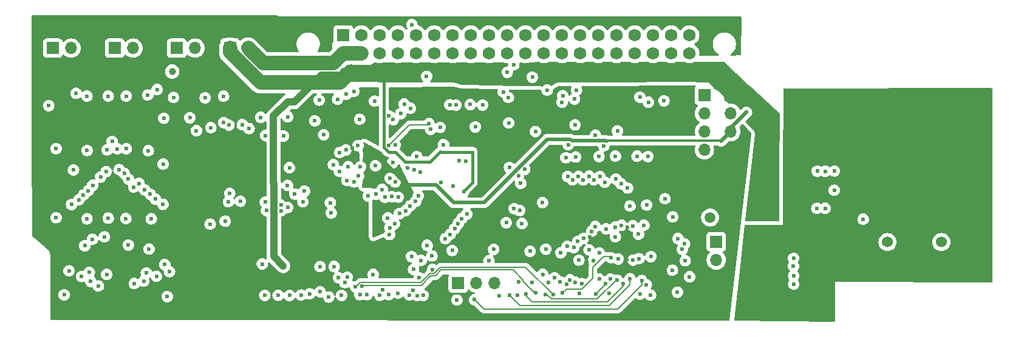
<source format=gbr>
%TF.GenerationSoftware,KiCad,Pcbnew,8.0.1*%
%TF.CreationDate,2024-05-25T23:06:58+03:00*%
%TF.ProjectId,PiStorm2k_v2.1,50695374-6f72-46d3-926b-5f76322e312e,rev?*%
%TF.SameCoordinates,Original*%
%TF.FileFunction,Copper,L2,Inr*%
%TF.FilePolarity,Positive*%
%FSLAX46Y46*%
G04 Gerber Fmt 4.6, Leading zero omitted, Abs format (unit mm)*
G04 Created by KiCad (PCBNEW 8.0.1) date 2024-05-25 23:06:58*
%MOMM*%
%LPD*%
G01*
G04 APERTURE LIST*
%TA.AperFunction,ComponentPad*%
%ADD10R,1.700000X1.700000*%
%TD*%
%TA.AperFunction,ComponentPad*%
%ADD11O,1.700000X1.700000*%
%TD*%
%TA.AperFunction,ComponentPad*%
%ADD12C,1.524000*%
%TD*%
%TA.AperFunction,ComponentPad*%
%ADD13R,1.750000X1.750000*%
%TD*%
%TA.AperFunction,ComponentPad*%
%ADD14C,1.750000*%
%TD*%
%TA.AperFunction,ViaPad*%
%ADD15C,0.600000*%
%TD*%
%TA.AperFunction,ViaPad*%
%ADD16C,1.500000*%
%TD*%
%TA.AperFunction,ViaPad*%
%ADD17C,1.000000*%
%TD*%
%TA.AperFunction,Conductor*%
%ADD18C,0.400000*%
%TD*%
%TA.AperFunction,Conductor*%
%ADD19C,0.200000*%
%TD*%
%TA.AperFunction,Conductor*%
%ADD20C,1.000000*%
%TD*%
%TA.AperFunction,Conductor*%
%ADD21C,2.000000*%
%TD*%
%TA.AperFunction,Conductor*%
%ADD22C,0.200660*%
%TD*%
%TA.AperFunction,Conductor*%
%ADD23C,0.177800*%
%TD*%
%TA.AperFunction,Conductor*%
%ADD24C,0.254000*%
%TD*%
%TA.AperFunction,Conductor*%
%ADD25C,0.508000*%
%TD*%
%TA.AperFunction,Conductor*%
%ADD26C,0.300000*%
%TD*%
G04 APERTURE END LIST*
D10*
%TO.N,IPL2*%
%TO.C,IPL2-0*%
X138620000Y-127520000D03*
D11*
%TO.N,IPL1*%
X141160000Y-127520000D03*
%TO.N,IPL0*%
X143700000Y-127520000D03*
%TD*%
D10*
%TO.N,+5V*%
%TO.C,PWR*%
X176630000Y-101290000D03*
D11*
%TO.N,GND*%
X176630000Y-103830000D03*
%TO.N,VCC_INT*%
X176630000Y-106370000D03*
%TO.N,VCC*%
X176630000Y-108910000D03*
%TD*%
D10*
%TO.N,TDI*%
%TO.C,JTAG*%
X172930000Y-101310000D03*
D11*
%TO.N,TCK*%
X172930000Y-103850000D03*
%TO.N,TMS*%
X172930000Y-106390000D03*
%TO.N,TDO*%
X172930000Y-108930000D03*
%TD*%
D10*
%TO.N,4_E*%
%TO.C,H2*%
X90750000Y-94730000D03*
D11*
%TO.N,E*%
X93290000Y-94730000D03*
%TD*%
D10*
%TO.N,+5V*%
%TO.C,H4*%
X106800000Y-94720000D03*
D11*
%TO.N,PI_+5V*%
X109340000Y-94720000D03*
%TD*%
D10*
%TO.N,GND*%
%TO.C,H3*%
X99400000Y-94730000D03*
D11*
%TO.N,EXTRA*%
X101940000Y-94730000D03*
%TD*%
D12*
%TO.N,+5V*%
%TO.C,J1*%
X205968290Y-121812040D03*
%TO.N,GND*%
X203468290Y-121812040D03*
X200968290Y-121812040D03*
%TO.N,+12V*%
X198468290Y-121812040D03*
%TD*%
D10*
%TO.N,BOSS*%
%TO.C,BJ*%
X174590000Y-121770000D03*
D11*
%TO.N,BOSS_G*%
X174590000Y-124310000D03*
%TD*%
D10*
%TO.N,GND*%
%TO.C,H1*%
X82100000Y-94730000D03*
D11*
%TO.N,CLK_SEL*%
X84640000Y-94730000D03*
%TD*%
D13*
%TO.N,+3.3V*%
%TO.C,RPi*%
X122598290Y-92902040D03*
D14*
%TO.N,PI_+5V*%
X122598290Y-95442040D03*
%TO.N,SA2*%
X125138290Y-92902040D03*
%TO.N,PI_+5V*%
X125138290Y-95442040D03*
%TO.N,SA1*%
X127678290Y-92902040D03*
%TO.N,GND*%
X127678290Y-95442040D03*
%TO.N,PICLK*%
X130218290Y-92902040D03*
%TO.N,SD6*%
X130218290Y-95442040D03*
%TO.N,GND*%
X132758290Y-92902040D03*
%TO.N,SD7*%
X132758290Y-95442040D03*
%TO.N,SD9*%
X135298290Y-92902040D03*
%TO.N,SD10*%
X135298290Y-95442040D03*
%TO.N,TDI_PIN*%
X137838290Y-92902040D03*
%TO.N,GND*%
X137838290Y-95442040D03*
%TO.N,SD14*%
X140378290Y-92902040D03*
%TO.N,SD15*%
X140378290Y-95442040D03*
%TO.N,+3.3V*%
X142918290Y-92902040D03*
%TO.N,TMS_PIN*%
X142918290Y-95442040D03*
%TO.N,SD2*%
X145458290Y-92902040D03*
%TO.N,GND*%
X145458290Y-95442040D03*
%TO.N,SD1*%
X147998290Y-92902040D03*
%TO.N,TDO_PIN*%
X147998290Y-95442040D03*
%TO.N,SD3*%
X150538290Y-92902040D03*
%TO.N,SD0*%
X150538290Y-95442040D03*
%TO.N,GND*%
X153078290Y-92902040D03*
%TO.N,SWE*%
X153078290Y-95442040D03*
%TO.N,AUX0*%
X155618290Y-92902040D03*
%TO.N,AUX1*%
X155618290Y-95442040D03*
%TO.N,SA0*%
X158158290Y-92902040D03*
%TO.N,GND*%
X158158290Y-95442040D03*
%TO.N,SOE*%
X160698290Y-92902040D03*
%TO.N,SD4*%
X160698290Y-95442040D03*
%TO.N,SD5*%
X163238290Y-92902040D03*
%TO.N,GND*%
X163238290Y-95442040D03*
%TO.N,SD11*%
X165778290Y-92902040D03*
%TO.N,SD8*%
X165778290Y-95442040D03*
%TO.N,TCK_PIN*%
X168318290Y-92902040D03*
%TO.N,SD12*%
X168318290Y-95442040D03*
%TO.N,GND*%
X170858290Y-92902040D03*
%TO.N,SD13*%
X170858290Y-95442040D03*
%TD*%
D15*
%TO.N,+5V*%
X180248290Y-109622040D03*
X112908290Y-113552040D03*
X125420000Y-98550000D03*
X181278290Y-117512040D03*
X122680000Y-98010000D03*
X185348290Y-125202040D03*
X179178290Y-118562040D03*
X181278290Y-118482040D03*
X179138290Y-117492040D03*
X123680000Y-98040000D03*
X114208290Y-125162040D03*
X185378290Y-124102040D03*
X139398290Y-114762040D03*
X185388290Y-127692040D03*
X126920000Y-98560000D03*
X180248290Y-117492040D03*
X195078290Y-118632040D03*
X185388290Y-126562040D03*
X180238290Y-118562040D03*
%TO.N,GND*%
X134288290Y-122272040D03*
X133190000Y-126820000D03*
X160520000Y-121070000D03*
X155448290Y-124342040D03*
X115090000Y-111440000D03*
X98948290Y-101632040D03*
X157758290Y-106872040D03*
X86858290Y-118572040D03*
X180380000Y-127120000D03*
X89298290Y-121102040D03*
X151160000Y-127500000D03*
X92348290Y-108792040D03*
X130208290Y-128962040D03*
X126770000Y-126340000D03*
X111738290Y-116242040D03*
X150840000Y-122810000D03*
X148640000Y-123100000D03*
X122828290Y-127472040D03*
X82558290Y-108762040D03*
X187980000Y-127000000D03*
X160528290Y-119722040D03*
X95528290Y-122802040D03*
X86888290Y-109012040D03*
X92628290Y-122232040D03*
X87195346Y-126052614D03*
X114830000Y-113910000D03*
X86868290Y-101432040D03*
X159238290Y-119992040D03*
X190460000Y-127020000D03*
X163828216Y-124142114D03*
X154978290Y-109932040D03*
X95338290Y-101292040D03*
X89828290Y-118482040D03*
X170880000Y-126660000D03*
X115098290Y-129282040D03*
X170258290Y-124412040D03*
X160808290Y-106292040D03*
X111318290Y-124882040D03*
X121800000Y-101870000D03*
X154728290Y-122592040D03*
X159630000Y-129010000D03*
X114268290Y-107012040D03*
X147080000Y-127390000D03*
X163558290Y-109832040D03*
X82558290Y-118412040D03*
X137788290Y-122992040D03*
X89828290Y-101432040D03*
X129828290Y-108272040D03*
X169268290Y-121342040D03*
X114868290Y-104322040D03*
X168530000Y-118300000D03*
X134768290Y-106072040D03*
X121220000Y-111000000D03*
X126948290Y-102132040D03*
X154940000Y-127430000D03*
X187248290Y-107302040D03*
X150380000Y-116290000D03*
X92348290Y-101432040D03*
X113907790Y-117462040D03*
X125888290Y-129162040D03*
X116980000Y-116190000D03*
X89668290Y-108932040D03*
X98050000Y-129430000D03*
X158238290Y-109872040D03*
X120800000Y-116330950D03*
X111760000Y-106934000D03*
X158278290Y-123352040D03*
X186658290Y-106412040D03*
X132400000Y-125640000D03*
X163958290Y-101582040D03*
X153700000Y-127710000D03*
X128118290Y-128462040D03*
X121920000Y-126780000D03*
X92288290Y-118532040D03*
X103348290Y-101672040D03*
X96638290Y-100512040D03*
X149378290Y-106382040D03*
X160928290Y-124192040D03*
X187838290Y-106412040D03*
X95418290Y-109062040D03*
X163758290Y-120722040D03*
X95828290Y-118572040D03*
X147330000Y-113610000D03*
X154907640Y-105444034D03*
X101208290Y-104452040D03*
X119238290Y-101992040D03*
X160538290Y-109832040D03*
%TO.N,CCKQ*%
X134960000Y-123745540D03*
X170168290Y-122082040D03*
%TO.N,INT6*%
X143560800Y-122843200D03*
X163950000Y-129080000D03*
%TO.N,XRDY*%
X169180000Y-128820000D03*
X147510000Y-119220000D03*
X152045000Y-126805000D03*
X145320000Y-119110000D03*
%TO.N,BOSS*%
X142900400Y-124409200D03*
X168480000Y-125760000D03*
%TO.N,IPL1*%
X113907790Y-116662537D03*
X119360187Y-125245649D03*
%TO.N,A7*%
X159138290Y-127592040D03*
X157778290Y-129062040D03*
%TO.N,A8*%
X159838290Y-126992040D03*
X155528290Y-129012040D03*
%TO.N,A9*%
X159918290Y-124002040D03*
X153148290Y-128942040D03*
%TO.N,A10*%
X150738290Y-129132040D03*
X160788290Y-127132040D03*
%TO.N,A11*%
X161638290Y-127662040D03*
X148028290Y-129092040D03*
%TO.N,A12*%
X145818290Y-129262040D03*
X162558290Y-126952040D03*
%TO.N,IPL2*%
X114838290Y-116982040D03*
X123160353Y-126729500D03*
%TO.N,IPL0*%
X104137042Y-105840792D03*
%TO.N,BEER*%
X105938290Y-105142040D03*
X132309518Y-128579164D03*
%TO.N,VPA*%
X106663590Y-105478411D03*
X131808290Y-129202040D03*
%TO.N,E*%
X111100000Y-104400000D03*
X128928290Y-129172040D03*
%TO.N,A18*%
X155388290Y-112642040D03*
X127688290Y-129252040D03*
%TO.N,BGACK*%
X106135372Y-118904958D03*
X113518290Y-129242040D03*
%TO.N,CBG*%
X111658290Y-129282040D03*
X104038290Y-119322040D03*
%TO.N,CBR*%
X116708290Y-129232040D03*
X106588290Y-116167540D03*
%TO.N,A21*%
X157578290Y-113122040D03*
X120557758Y-129495967D03*
%TO.N,D5*%
X83688290Y-129192040D03*
X89618290Y-126332040D03*
%TO.N,A20*%
X156898290Y-112612040D03*
X122368290Y-129262040D03*
%TO.N,A19*%
X156058290Y-113142040D03*
X124918290Y-129162040D03*
%TO.N,DATA_RD_LTCH_LB*%
X85358290Y-101042040D03*
%TO.N,SD6*%
X132842000Y-109880400D03*
X90378290Y-107762040D03*
X153958290Y-108202040D03*
%TO.N,SD7*%
X158898290Y-108402040D03*
X137442972Y-102643898D03*
X91088290Y-108802040D03*
X129488290Y-110722040D03*
%TO.N,SD10*%
X162228290Y-114262040D03*
X92628290Y-113002040D03*
X131546600Y-111429800D03*
X138306264Y-102676870D03*
%TO.N,SD15*%
X96408290Y-115802040D03*
X133338290Y-112092040D03*
X144908100Y-100840863D03*
X164518290Y-119482040D03*
%TO.N,TMS*%
X142030000Y-102676870D03*
%TO.N,TDO*%
X148960000Y-98790000D03*
X136098290Y-105802040D03*
%TO.N,SD0*%
X136838290Y-121352040D03*
X85728290Y-115932040D03*
X129090000Y-119810000D03*
X152917617Y-123317618D03*
%TO.N,SWE*%
X131968290Y-103132040D03*
%TO.N,AUX1*%
X130618290Y-103872040D03*
%TO.N,SD4*%
X139118290Y-118542040D03*
X131268290Y-117432040D03*
X157223125Y-120326875D03*
X88778290Y-112732040D03*
%TO.N,SD8*%
X91358290Y-111702040D03*
X160598290Y-113022040D03*
X145770000Y-111390000D03*
X124738290Y-112552040D03*
%TO.N,SD12*%
X94118290Y-113622040D03*
X162568290Y-116782040D03*
X136248290Y-113532040D03*
X129124869Y-112928100D03*
%TO.N,SD13*%
X162958290Y-119552040D03*
X129830000Y-113415700D03*
X137868290Y-113972040D03*
X94908290Y-114522040D03*
%TO.N,PICLK*%
X133068290Y-115372040D03*
%TO.N,SD9*%
X161318290Y-113672040D03*
X147009309Y-112541155D03*
X124128290Y-113422040D03*
X92078290Y-112222040D03*
X145455312Y-98103135D03*
%TO.N,TDI*%
X134220000Y-98680000D03*
%TO.N,SD14*%
X167448290Y-115762040D03*
X132458290Y-111742040D03*
X95668290Y-115132040D03*
%TO.N,SD2*%
X155108290Y-100592040D03*
X128800000Y-118452040D03*
X151028290Y-100592040D03*
X138138290Y-119952040D03*
X87038290Y-114662040D03*
X155292590Y-121736875D03*
%TO.N,SD1*%
X153198290Y-101382040D03*
X86368290Y-115262040D03*
X129738290Y-119252040D03*
X153818290Y-122422040D03*
X137488290Y-120752040D03*
X154828290Y-101842040D03*
%TO.N,SD3*%
X130418290Y-117832040D03*
X138618290Y-119232040D03*
X87678290Y-113882040D03*
X156098290Y-121292040D03*
%TO.N,AUX0*%
X131091310Y-102531470D03*
%TO.N,SA0*%
X129563528Y-104713209D03*
%TO.N,SOE*%
X134550000Y-105280000D03*
X128958290Y-108292040D03*
%TO.N,SD5*%
X139818290Y-117892040D03*
X157738290Y-119642040D03*
X131908290Y-116782040D03*
X89548290Y-111972040D03*
%TO.N,SD11*%
X132678290Y-116132040D03*
X93398290Y-114132040D03*
X161398290Y-119472040D03*
%TO.N,TCK*%
X136578290Y-108202040D03*
X167300000Y-102090000D03*
%TO.N,D0*%
X86098290Y-126632040D03*
%TO.N,D1*%
X87378290Y-127312040D03*
%TO.N,D2*%
X88458290Y-127962040D03*
%TO.N,D3*%
X86568290Y-122332040D03*
%TO.N,VCC*%
X134872772Y-101287228D03*
X93778290Y-118522040D03*
X189798290Y-111932040D03*
X123858290Y-108692040D03*
X191068290Y-111902040D03*
X191038290Y-114582040D03*
X88318290Y-118482040D03*
X88378290Y-108902040D03*
X93868290Y-109032040D03*
X156458460Y-105732251D03*
X127138290Y-100752040D03*
X123308290Y-103722040D03*
X129738290Y-101522040D03*
X88318290Y-101432040D03*
X156928290Y-109812040D03*
X189768290Y-117112040D03*
X123239532Y-123961709D03*
X175098290Y-114492040D03*
X156538290Y-124512040D03*
X156932048Y-121071508D03*
X188678290Y-111912040D03*
X116200000Y-111500000D03*
X188608290Y-117122040D03*
X130962400Y-124815600D03*
X130492090Y-105460878D03*
X162118290Y-124262040D03*
X162038290Y-109922040D03*
X136090000Y-116710000D03*
X88048290Y-122582040D03*
X162168290Y-119752040D03*
X93929210Y-126724990D03*
X177958290Y-114485415D03*
X93878290Y-101412040D03*
X162478290Y-105752040D03*
X138620000Y-117341080D03*
X176551720Y-114495990D03*
%TO.N,D4*%
X87618290Y-121432040D03*
%TO.N,D11*%
X93468290Y-127602040D03*
%TO.N,D12*%
X94778290Y-127262040D03*
%TO.N,D13*%
X95148290Y-126132040D03*
%TO.N,D14*%
X96548290Y-126602040D03*
%TO.N,D15*%
X98368290Y-125952040D03*
%TO.N,DATA_RD_LTCH_HB*%
X97578290Y-104522040D03*
X119868290Y-106832040D03*
%TO.N,DATA_RD_OE*%
X97498290Y-110932040D03*
X84988290Y-111752040D03*
X127098290Y-111162040D03*
%TO.N,VMA*%
X109461624Y-105956972D03*
%TO.N,FC2*%
X121329144Y-125230856D03*
X146838290Y-129242040D03*
X106758290Y-115012040D03*
%TO.N,FC1*%
X125188290Y-128002040D03*
X149398290Y-128922040D03*
X117188290Y-114692040D03*
%TO.N,FC0*%
X115848290Y-115112040D03*
X151833350Y-129160270D03*
X124307600Y-128061380D03*
%TO.N,HLT*%
X108265111Y-116117273D03*
%TO.N,RST*%
X111908790Y-117422040D03*
%TO.N,DATA_WR_OE*%
X123018290Y-101172040D03*
X102128290Y-106262040D03*
X97718290Y-124962040D03*
X84368290Y-125842040D03*
%TO.N,62_GCLK2*%
X123108290Y-113202040D03*
X150398290Y-126322040D03*
%TO.N,CLK_SEL*%
X105914214Y-101445786D03*
%TO.N,VCC_INT*%
X131958290Y-115272040D03*
X126278290Y-108612040D03*
X126228290Y-113432040D03*
X178798290Y-103682040D03*
X127334290Y-120630417D03*
%TO.N,DATA_WR_LTCH_HB*%
X122068290Y-111942040D03*
X97458290Y-116542040D03*
%TO.N,DATA_WR_LTCH_LB*%
X84728290Y-116572040D03*
X81528290Y-102762040D03*
%TO.N,ADDR_LTCH_8*%
X124978290Y-111322040D03*
X164888290Y-116632040D03*
%TO.N,ADDR_OE*%
X156868290Y-122902040D03*
X128957790Y-104191399D03*
X165488290Y-123852040D03*
X165068290Y-109882040D03*
X153628290Y-110032040D03*
X124888290Y-104672040D03*
%TO.N,ADDR_LTCH_0*%
X124638290Y-108352040D03*
X145655967Y-105182249D03*
%TO.N,ADDR_LTCH_16*%
X122968290Y-108942040D03*
X153098290Y-102282040D03*
%TO.N,ADDR_LTCH_24*%
X122088290Y-109332040D03*
X165128290Y-102292040D03*
%TO.N,CCK*%
X133438290Y-124372040D03*
X169858290Y-122832040D03*
%TO.N,CFGOUTn*%
X147894060Y-111655838D03*
%TO.N,OVR*%
X148950000Y-127480000D03*
%TO.N,INT2*%
X152780000Y-127360000D03*
%TO.N,A5*%
X157478290Y-124412040D03*
X165438290Y-129232040D03*
%TO.N,A6*%
X158268290Y-126992040D03*
%TO.N,A2*%
X155857002Y-127613980D03*
%TO.N,A1*%
X154199446Y-127085693D03*
%TO.N,A13*%
X163008290Y-124332040D03*
X144340000Y-129320000D03*
%TO.N,A14*%
X140910000Y-129870000D03*
X164218290Y-127202040D03*
%TO.N,A15*%
X164828290Y-127772040D03*
X138450000Y-129910000D03*
%TO.N,A16*%
X133738290Y-129272040D03*
X153868290Y-112652040D03*
%TO.N,A17*%
X132926194Y-129288651D03*
X154558290Y-113132040D03*
%TO.N,A22*%
X158378290Y-112652040D03*
X119360090Y-128752040D03*
%TO.N,A23*%
X117888290Y-129052040D03*
X159058290Y-113472040D03*
D16*
%TO.N,V7M*%
X173728290Y-118392040D03*
D15*
%TO.N,4_E*%
X108528290Y-105422040D03*
%TO.N,97_1B5*%
X135040000Y-125660000D03*
X132110000Y-123850000D03*
%TO.N,EXTRA*%
X120910000Y-117750000D03*
X118630000Y-104890000D03*
X123270000Y-111290000D03*
%TO.N,92_CPLD*%
X147187515Y-117396832D03*
X129050000Y-120770000D03*
%TO.N,87_CPLD*%
X128410000Y-115556340D03*
X146410000Y-117150000D03*
D17*
%TO.N,84_CPLD*%
X98755200Y-97993200D03*
D15*
X126060000Y-115390000D03*
%TO.N,85_CPLD*%
X145611444Y-101631444D03*
X124090000Y-100770000D03*
X127160000Y-115130000D03*
%TO.N,86_CPLD*%
X128025369Y-114470003D03*
X132160000Y-91440000D03*
%TO.N,89_CPLD*%
X129380000Y-115480000D03*
X141010000Y-105730000D03*
X138760000Y-110470000D03*
X140310000Y-102610000D03*
%TO.N,91_CPLD*%
X139660000Y-110526340D03*
X130250000Y-115540000D03*
%TO.N,TDO_PIN*%
X146370000Y-97040000D03*
%TD*%
D18*
%TO.N,+5V*%
X126920000Y-98560000D02*
X126922040Y-98562040D01*
X131216400Y-110591600D02*
X134721600Y-110591600D01*
X125432040Y-98562040D02*
X125420000Y-98550000D01*
D19*
X139388290Y-114712040D02*
X139398290Y-114762040D01*
D18*
X128258290Y-108581990D02*
X128896300Y-109220000D01*
X134721600Y-110591600D02*
X136144000Y-109169200D01*
X125407960Y-98562040D02*
X124202040Y-98562040D01*
D20*
X114904076Y-102192040D02*
X112878290Y-104217826D01*
X115797067Y-102256603D02*
X115732504Y-102192040D01*
D18*
X136194800Y-109220000D02*
X140628290Y-109220000D01*
D21*
X122170000Y-99550000D02*
X111028730Y-99550000D01*
D18*
X128896300Y-109220000D02*
X129844800Y-109220000D01*
X126920000Y-98560000D02*
X126917960Y-98562040D01*
D20*
X112878290Y-104217826D02*
X112878290Y-113522040D01*
D18*
X140628290Y-109220000D02*
X140628290Y-113472040D01*
D20*
X123680000Y-98040000D02*
X123201840Y-98518160D01*
D19*
X139398290Y-114762040D02*
X139388290Y-114752040D01*
D18*
X128258290Y-98562040D02*
X128258290Y-108581990D01*
D21*
X123680000Y-98040000D02*
X122170000Y-99550000D01*
D20*
X123201840Y-98518160D02*
X119535510Y-98518160D01*
D21*
X106800000Y-95321270D02*
X106800000Y-94720000D01*
D20*
X123680000Y-98040000D02*
X122650000Y-98040000D01*
D18*
X136144000Y-109169200D02*
X136194800Y-109220000D01*
D20*
X123680000Y-98040000D02*
X122710000Y-98040000D01*
X112908290Y-123862040D02*
X114208290Y-125162040D01*
D18*
X129844800Y-109220000D02*
X131216400Y-110591600D01*
D20*
X112878290Y-113522040D02*
X112908290Y-113552040D01*
D18*
X140628290Y-113472040D02*
X139388290Y-114712040D01*
D21*
X111028730Y-99550000D02*
X106800000Y-95321270D01*
D20*
X115732504Y-102192040D02*
X114904076Y-102192040D01*
X119535510Y-98518160D02*
X115797067Y-102256603D01*
D18*
X124202040Y-98562040D02*
X123680000Y-98040000D01*
X125420000Y-98550000D02*
X125407960Y-98562040D01*
D20*
X112908290Y-113552040D02*
X112908290Y-123862040D01*
D18*
X126917960Y-98562040D02*
X125432040Y-98562040D01*
X126922040Y-98562040D02*
X128258290Y-98562040D01*
D22*
%TO.N,A7*%
X159136660Y-127703670D02*
X157778290Y-129062040D01*
X159136660Y-127670040D02*
X159136660Y-127703670D01*
X159060290Y-127593670D02*
X159136660Y-127670040D01*
%TO.N,A9*%
X159918290Y-124002040D02*
X159720290Y-123804040D01*
X157396540Y-126852020D02*
X155872540Y-128376020D01*
X153714310Y-128376020D02*
X153078540Y-129011790D01*
X158920540Y-123804040D02*
X157396540Y-125330580D01*
X159720290Y-123804040D02*
X158920540Y-123804040D01*
X155872540Y-128376020D02*
X153714310Y-128376020D01*
X157396540Y-125330580D02*
X157396540Y-126852020D01*
%TO.N,A10*%
X158003650Y-129772990D02*
X151613010Y-129772990D01*
X150972060Y-129132040D02*
X150738290Y-129132040D01*
X151613010Y-129772990D02*
X150972060Y-129132040D01*
X160644600Y-127132040D02*
X158003650Y-129772990D01*
X160788290Y-127132040D02*
X160644600Y-127132040D01*
%TO.N,A11*%
X161638290Y-127931710D02*
X159415730Y-130154270D01*
X161638290Y-127662040D02*
X161638290Y-127931710D01*
X159415730Y-130154270D02*
X148887340Y-130154270D01*
X148887340Y-130154270D02*
X147998340Y-129265270D01*
%TO.N,A12*%
X159700370Y-130661990D02*
X147218240Y-130661990D01*
X162558290Y-126952040D02*
X162558290Y-127804070D01*
X147218240Y-130661990D02*
X145818290Y-129262040D01*
X162558290Y-127804070D02*
X159700370Y-130661990D01*
D23*
%TO.N,SOE*%
X131808290Y-105442040D02*
X128958290Y-108292040D01*
X134550000Y-105280000D02*
X134387960Y-105442040D01*
X134387960Y-105442040D02*
X131808290Y-105442040D01*
D22*
%TO.N,FC1*%
X135413203Y-126560990D02*
X134793913Y-126560990D01*
X149446390Y-129059250D02*
X147680330Y-127293190D01*
X133493193Y-127861710D02*
X125328620Y-127861710D01*
X146258995Y-125720000D02*
X136254193Y-125720000D01*
X147680330Y-127293190D02*
X147680330Y-127141335D01*
X136254193Y-125720000D02*
X135413203Y-126560990D01*
X125328620Y-127861710D02*
X125188290Y-128002040D01*
X147680330Y-127141335D02*
X146258995Y-125720000D01*
X134793913Y-126560990D02*
X133493193Y-127861710D01*
%TO.N,FC0*%
X133407285Y-127451710D02*
X134648665Y-126210330D01*
X134648665Y-126210330D02*
X135267955Y-126210330D01*
X136148285Y-125330000D02*
X148003080Y-125330000D01*
X148003080Y-125330000D02*
X151833350Y-129160270D01*
X124960335Y-127451710D02*
X133407285Y-127451710D01*
X124350665Y-128061380D02*
X124960335Y-127451710D01*
X135267955Y-126210330D02*
X136148285Y-125330000D01*
X124307600Y-128061380D02*
X124350665Y-128061380D01*
D24*
%TO.N,VCC_INT*%
X126228290Y-113432040D02*
X126278290Y-113382040D01*
D25*
X135494290Y-113844358D02*
X131510608Y-113844358D01*
X159210608Y-107648040D02*
X159314608Y-107752040D01*
X142208290Y-116322040D02*
X137971972Y-116322040D01*
X154270608Y-107448040D02*
X154470608Y-107648040D01*
X175247960Y-107752040D02*
X176630000Y-106370000D01*
X131510608Y-113844358D02*
X126278290Y-108612040D01*
X138051972Y-116322040D02*
X142208290Y-116322040D01*
D26*
X159314608Y-107752040D02*
X159421448Y-107645200D01*
D25*
X153645972Y-107448040D02*
X154270608Y-107448040D01*
X176630000Y-105850330D02*
X178798290Y-103682040D01*
X146266690Y-112263640D02*
X146266690Y-112218162D01*
X137971972Y-116322040D02*
X135494290Y-113844358D01*
D26*
X159421448Y-107645200D02*
X175141120Y-107645200D01*
D22*
X126278290Y-108612040D02*
X126228290Y-108662040D01*
D25*
X176630000Y-106370000D02*
X176630000Y-105850330D01*
X146266690Y-112218162D02*
X151033352Y-107451500D01*
D26*
X175141120Y-107645200D02*
X175247960Y-107752040D01*
D25*
X154470608Y-107648040D02*
X159210608Y-107648040D01*
X151033352Y-107451500D02*
X153642512Y-107451500D01*
X142208290Y-116322040D02*
X146266690Y-112263640D01*
X153642512Y-107451500D02*
X153645972Y-107448040D01*
D22*
%TO.N,A14*%
X142209990Y-131169990D02*
X160870010Y-131169990D01*
X160870010Y-131169990D02*
X164218290Y-127821710D01*
X140910000Y-129870000D02*
X142209990Y-131169990D01*
X164218290Y-127821710D02*
X164218290Y-127202040D01*
D21*
%TO.N,PI_+5V*%
X121222170Y-96818160D02*
X111438160Y-96818160D01*
X122598290Y-95442040D02*
X121222170Y-96818160D01*
X111438160Y-96818160D02*
X109340000Y-94720000D01*
X125138290Y-95442040D02*
X122598290Y-95442040D01*
%TD*%
%TA.AperFunction,Conductor*%
%TO.N,+5V*%
G36*
X175656816Y-96661693D02*
G01*
X175673982Y-96674937D01*
X179094082Y-99827224D01*
X179117429Y-99856400D01*
X179182990Y-99969954D01*
X179276176Y-100063140D01*
X179390304Y-100129032D01*
X179404832Y-100132924D01*
X179456780Y-100161521D01*
X182870734Y-103308144D01*
X183379133Y-103776732D01*
X183415087Y-103836641D01*
X183419094Y-103868040D01*
X183410686Y-111894533D01*
X183410668Y-111911513D01*
X183410667Y-111912039D01*
X183410410Y-112157135D01*
X183407900Y-114554212D01*
X183407871Y-114581513D01*
X183407870Y-114582039D01*
X183407401Y-115029940D01*
X183405247Y-117086634D01*
X183405210Y-117121513D01*
X183405209Y-117122039D01*
X183405050Y-117273893D01*
X183403628Y-118631407D01*
X183403628Y-118631491D01*
X183403627Y-118632070D01*
X183403450Y-118800310D01*
X183383695Y-118867329D01*
X183330843Y-118913028D01*
X183278986Y-118924179D01*
X178731264Y-118907146D01*
X178664298Y-118887211D01*
X178618741Y-118834236D01*
X178608578Y-118768656D01*
X178609934Y-118757135D01*
X180013810Y-106826483D01*
X180017175Y-106757404D01*
X180016505Y-106723559D01*
X180011459Y-106666532D01*
X180010410Y-106654673D01*
X180010409Y-106654669D01*
X179967957Y-106517195D01*
X179938051Y-106454050D01*
X179938049Y-106454046D01*
X179858584Y-106334101D01*
X179858577Y-106334092D01*
X178809995Y-105157467D01*
X178718763Y-105055094D01*
X178718754Y-105055086D01*
X178718750Y-105055082D01*
X178697519Y-105036408D01*
X178660181Y-104977352D01*
X178660699Y-104907484D01*
X178691730Y-104855623D01*
X179116929Y-104430423D01*
X179142420Y-104412341D01*
X179141914Y-104411535D01*
X179160273Y-104399999D01*
X179300552Y-104311856D01*
X179428106Y-104184302D01*
X179524079Y-104031562D01*
X179583658Y-103861295D01*
X179598628Y-103728435D01*
X179603855Y-103682043D01*
X179603855Y-103682036D01*
X179583659Y-103502790D01*
X179583658Y-103502785D01*
X179545338Y-103393274D01*
X179524079Y-103332518D01*
X179500238Y-103294576D01*
X179484872Y-103270120D01*
X179428106Y-103179778D01*
X179300552Y-103052224D01*
X179264397Y-103029506D01*
X179147813Y-102956251D01*
X178977544Y-102896671D01*
X178977539Y-102896670D01*
X178798294Y-102876475D01*
X178798286Y-102876475D01*
X178619040Y-102896670D01*
X178619035Y-102896671D01*
X178448766Y-102956251D01*
X178296027Y-103052224D01*
X178168472Y-103179779D01*
X178087815Y-103308144D01*
X178035481Y-103354434D01*
X177966427Y-103365082D01*
X177902579Y-103336707D01*
X177870440Y-103294576D01*
X177804035Y-103152171D01*
X177804034Y-103152169D01*
X177668494Y-102958597D01*
X177501402Y-102791506D01*
X177501395Y-102791501D01*
X177307834Y-102655967D01*
X177307830Y-102655965D01*
X177138369Y-102576944D01*
X177093663Y-102556097D01*
X177093659Y-102556096D01*
X177093655Y-102556094D01*
X176865413Y-102494938D01*
X176865403Y-102494936D01*
X176630001Y-102474341D01*
X176629999Y-102474341D01*
X176394597Y-102494936D01*
X176394588Y-102494938D01*
X176378785Y-102499172D01*
X176308935Y-102497505D01*
X176255137Y-102463017D01*
X175976275Y-102157682D01*
X175808958Y-101974480D01*
X175778285Y-101911706D01*
X175777380Y-101905438D01*
X175777285Y-101904628D01*
X175734833Y-101767154D01*
X175704927Y-101704009D01*
X175704925Y-101704005D01*
X175628671Y-101588906D01*
X175625461Y-101584061D01*
X175625453Y-101584051D01*
X174874464Y-100741358D01*
X174852025Y-100717755D01*
X174852021Y-100717751D01*
X174840651Y-100706538D01*
X174827168Y-100694072D01*
X174816737Y-100684427D01*
X174695694Y-100606638D01*
X174695682Y-100606632D01*
X174632139Y-100577613D01*
X174632128Y-100577609D01*
X174530210Y-100547684D01*
X174473583Y-100512329D01*
X174253352Y-100271190D01*
X174228731Y-100230900D01*
X174223796Y-100217669D01*
X174223794Y-100217666D01*
X174137547Y-100102455D01*
X174130396Y-100097102D01*
X174090596Y-100067307D01*
X174025823Y-100018817D01*
X174008574Y-100003173D01*
X173810664Y-99786475D01*
X173578290Y-99532040D01*
X173578288Y-99532039D01*
X173578290Y-99532039D01*
X172000051Y-99529982D01*
X171949478Y-99519128D01*
X171872056Y-99484411D01*
X171813152Y-99457998D01*
X171745981Y-99438775D01*
X171745978Y-99438775D01*
X171745977Y-99438774D01*
X171745974Y-99438774D01*
X171738028Y-99437659D01*
X171737614Y-99437631D01*
X171603420Y-99419277D01*
X171603419Y-99419277D01*
X158129932Y-99511897D01*
X158128918Y-99511900D01*
X152580000Y-99504666D01*
X152579997Y-99504667D01*
X152490917Y-99554398D01*
X152457734Y-99566719D01*
X152457769Y-99566844D01*
X152456368Y-99567226D01*
X152455345Y-99567607D01*
X152453884Y-99567905D01*
X152392388Y-99584719D01*
X152392378Y-99584722D01*
X152271493Y-99635390D01*
X151678972Y-99980107D01*
X151611126Y-99996804D01*
X151545024Y-99974171D01*
X151535997Y-99966561D01*
X151535995Y-99966565D01*
X151530552Y-99962224D01*
X151377813Y-99866251D01*
X151207544Y-99806671D01*
X151207539Y-99806670D01*
X151028294Y-99786475D01*
X151028286Y-99786475D01*
X150849040Y-99806670D01*
X150849035Y-99806671D01*
X150678766Y-99866251D01*
X150526029Y-99962223D01*
X150434253Y-100053999D01*
X150372929Y-100087483D01*
X150344268Y-100090296D01*
X150261194Y-100088752D01*
X150243719Y-100087185D01*
X150120701Y-100067307D01*
X150120689Y-100067306D01*
X145821914Y-99992474D01*
X145821877Y-99992475D01*
X145768580Y-99994362D01*
X145768546Y-99994364D01*
X145742528Y-99996664D01*
X145742526Y-99996665D01*
X145701889Y-100002432D01*
X145682163Y-100003641D01*
X144117390Y-99974556D01*
X144099915Y-99972989D01*
X144027163Y-99961233D01*
X144027151Y-99961232D01*
X139160944Y-99876524D01*
X139129670Y-99871951D01*
X138226430Y-99619064D01*
X138192110Y-99603510D01*
X138179931Y-99595565D01*
X138019941Y-99491192D01*
X134843754Y-99487543D01*
X134776737Y-99467781D01*
X134731043Y-99414925D01*
X134721178Y-99345755D01*
X134750276Y-99282233D01*
X134756187Y-99275890D01*
X134849816Y-99182262D01*
X134945789Y-99029522D01*
X135005368Y-98859255D01*
X135005369Y-98859249D01*
X135025565Y-98680003D01*
X135025565Y-98679996D01*
X135005369Y-98500750D01*
X135005368Y-98500745D01*
X134945788Y-98330476D01*
X134853467Y-98183549D01*
X134849816Y-98177738D01*
X134722262Y-98050184D01*
X134569523Y-97954211D01*
X134399254Y-97894631D01*
X134399249Y-97894630D01*
X134220004Y-97874435D01*
X134219996Y-97874435D01*
X134040750Y-97894630D01*
X134040745Y-97894631D01*
X133870476Y-97954211D01*
X133717737Y-98050184D01*
X133590184Y-98177737D01*
X133494211Y-98330476D01*
X133434631Y-98500745D01*
X133434630Y-98500750D01*
X133414435Y-98679996D01*
X133414435Y-98680003D01*
X133434630Y-98859249D01*
X133434631Y-98859254D01*
X133494211Y-99029523D01*
X133590184Y-99182262D01*
X133682349Y-99274427D01*
X133715834Y-99335750D01*
X133710850Y-99405442D01*
X133668978Y-99461375D01*
X133603514Y-99485792D01*
X133594526Y-99486108D01*
X121472654Y-99472182D01*
X121405637Y-99452420D01*
X121359943Y-99399564D01*
X121348797Y-99347677D01*
X121349096Y-99274427D01*
X121352571Y-98422104D01*
X121372528Y-98355152D01*
X121425518Y-98309613D01*
X121457169Y-98300143D01*
X121573538Y-98281713D01*
X121798162Y-98208728D01*
X122008604Y-98101503D01*
X122199680Y-97962677D01*
X123098729Y-97063628D01*
X123160048Y-97030146D01*
X123186888Y-97027314D01*
X126307220Y-97039795D01*
X126374178Y-97059748D01*
X126386533Y-97069745D01*
X126388289Y-97069999D01*
X126388290Y-97070000D01*
X127000686Y-96737047D01*
X127059707Y-96721988D01*
X127149108Y-96721841D01*
X127189563Y-96728557D01*
X127339467Y-96780020D01*
X127339469Y-96780020D01*
X127339471Y-96780021D01*
X127564313Y-96817540D01*
X127792267Y-96817540D01*
X128017108Y-96780021D01*
X128017108Y-96780020D01*
X128017113Y-96780020D01*
X128172110Y-96726809D01*
X128212160Y-96720091D01*
X129676989Y-96717680D01*
X129717447Y-96724398D01*
X129879467Y-96780020D01*
X130104313Y-96817540D01*
X130332267Y-96817540D01*
X130557113Y-96780020D01*
X130724344Y-96722609D01*
X130764397Y-96715891D01*
X132204869Y-96713520D01*
X132245329Y-96720238D01*
X132419467Y-96780020D01*
X132644313Y-96817540D01*
X132644314Y-96817540D01*
X132872267Y-96817540D01*
X133097113Y-96780020D01*
X133276581Y-96718408D01*
X133316629Y-96711690D01*
X134732749Y-96709360D01*
X134773214Y-96716079D01*
X134959463Y-96780019D01*
X134959465Y-96780019D01*
X134959467Y-96780020D01*
X135184313Y-96817540D01*
X135184314Y-96817540D01*
X135412267Y-96817540D01*
X135637113Y-96780020D01*
X135828815Y-96714208D01*
X135868866Y-96707490D01*
X137260634Y-96705200D01*
X137301092Y-96711917D01*
X137374292Y-96737047D01*
X137499463Y-96780019D01*
X137499465Y-96780019D01*
X137499467Y-96780020D01*
X137724313Y-96817540D01*
X137724314Y-96817540D01*
X137952266Y-96817540D01*
X137952267Y-96817540D01*
X138177113Y-96780020D01*
X138381050Y-96710007D01*
X138421100Y-96703290D01*
X139788520Y-96701039D01*
X139828969Y-96707755D01*
X140039467Y-96780020D01*
X140264313Y-96817540D01*
X140264314Y-96817540D01*
X140492266Y-96817540D01*
X140492267Y-96817540D01*
X140717113Y-96780020D01*
X140932716Y-96706003D01*
X140932716Y-96706002D01*
X140933284Y-96705808D01*
X140973337Y-96699089D01*
X142316860Y-96696878D01*
X142358582Y-96705592D01*
X142359013Y-96704338D01*
X142579463Y-96780019D01*
X142579465Y-96780019D01*
X142579467Y-96780020D01*
X142804313Y-96817540D01*
X142804314Y-96817540D01*
X143032266Y-96817540D01*
X143032267Y-96817540D01*
X143257113Y-96780020D01*
X143472716Y-96706003D01*
X143472725Y-96705998D01*
X143474215Y-96705345D01*
X143475301Y-96705116D01*
X143477568Y-96704338D01*
X143477664Y-96704618D01*
X143523836Y-96694892D01*
X144847707Y-96692713D01*
X144898471Y-96705535D01*
X144899170Y-96703944D01*
X144903865Y-96706004D01*
X145119463Y-96780019D01*
X145119465Y-96780019D01*
X145119467Y-96780020D01*
X145344313Y-96817540D01*
X145344314Y-96817540D01*
X145450744Y-96817540D01*
X145517783Y-96837225D01*
X145563538Y-96890029D01*
X145573964Y-96955423D01*
X145564435Y-97039996D01*
X145564435Y-97040002D01*
X145577920Y-97159686D01*
X145565866Y-97228508D01*
X145518516Y-97279888D01*
X145462088Y-97295522D01*
X145462231Y-97296790D01*
X145276062Y-97317765D01*
X145276057Y-97317766D01*
X145105788Y-97377346D01*
X144953049Y-97473319D01*
X144825496Y-97600872D01*
X144729523Y-97753611D01*
X144669943Y-97923880D01*
X144669942Y-97923885D01*
X144649747Y-98103131D01*
X144649747Y-98103138D01*
X144669942Y-98282384D01*
X144669943Y-98282389D01*
X144729523Y-98452658D01*
X144825496Y-98605397D01*
X144953050Y-98732951D01*
X145105790Y-98828924D01*
X145192471Y-98859255D01*
X145276057Y-98888503D01*
X145276062Y-98888504D01*
X145455308Y-98908700D01*
X145455312Y-98908700D01*
X145455316Y-98908700D01*
X145634561Y-98888504D01*
X145634564Y-98888503D01*
X145634567Y-98888503D01*
X145804834Y-98828924D01*
X145866776Y-98790003D01*
X148154435Y-98790003D01*
X148174630Y-98969249D01*
X148174631Y-98969254D01*
X148234211Y-99139523D01*
X148323882Y-99282233D01*
X148330184Y-99292262D01*
X148457738Y-99419816D01*
X148487911Y-99438775D01*
X148604288Y-99511900D01*
X148610478Y-99515789D01*
X148720816Y-99554398D01*
X148780745Y-99575368D01*
X148780750Y-99575369D01*
X148959996Y-99595565D01*
X148960000Y-99595565D01*
X148960004Y-99595565D01*
X149139249Y-99575369D01*
X149139252Y-99575368D01*
X149139255Y-99575368D01*
X149309522Y-99515789D01*
X149462262Y-99419816D01*
X149589816Y-99292262D01*
X149685789Y-99139522D01*
X149745368Y-98969255D01*
X149752191Y-98908700D01*
X149765565Y-98790003D01*
X149765565Y-98789996D01*
X149745369Y-98610750D01*
X149745368Y-98610745D01*
X149706877Y-98500745D01*
X149685789Y-98440478D01*
X149589816Y-98287738D01*
X149462262Y-98160184D01*
X149371474Y-98103138D01*
X149309523Y-98064211D01*
X149139254Y-98004631D01*
X149139249Y-98004630D01*
X148960004Y-97984435D01*
X148959996Y-97984435D01*
X148780750Y-98004630D01*
X148780745Y-98004631D01*
X148610476Y-98064211D01*
X148457737Y-98160184D01*
X148330184Y-98287737D01*
X148234211Y-98440476D01*
X148174631Y-98610745D01*
X148174630Y-98610750D01*
X148154435Y-98789996D01*
X148154435Y-98790003D01*
X145866776Y-98790003D01*
X145957574Y-98732951D01*
X146085128Y-98605397D01*
X146181101Y-98452657D01*
X146240680Y-98282390D01*
X146240681Y-98282384D01*
X146260877Y-98103138D01*
X146260877Y-98103132D01*
X146247392Y-97983449D01*
X146259446Y-97914627D01*
X146306796Y-97863247D01*
X146363222Y-97847612D01*
X146363080Y-97846345D01*
X146549249Y-97825369D01*
X146549252Y-97825368D01*
X146549255Y-97825368D01*
X146719522Y-97765789D01*
X146872262Y-97669816D01*
X146999816Y-97542262D01*
X147095789Y-97389522D01*
X147155368Y-97219255D01*
X147172214Y-97069745D01*
X147175565Y-97040003D01*
X147175565Y-97039996D01*
X147155369Y-96860750D01*
X147155367Y-96860742D01*
X147152898Y-96853686D01*
X147149334Y-96783907D01*
X147184060Y-96723279D01*
X147246053Y-96691049D01*
X147269726Y-96688727D01*
X147380003Y-96688546D01*
X147439224Y-96703492D01*
X147443864Y-96706003D01*
X147534292Y-96737047D01*
X147659463Y-96780019D01*
X147659465Y-96780019D01*
X147659467Y-96780020D01*
X147884313Y-96817540D01*
X147884314Y-96817540D01*
X148112266Y-96817540D01*
X148112267Y-96817540D01*
X148337113Y-96780020D01*
X148552716Y-96706003D01*
X148561120Y-96701454D01*
X148619936Y-96686505D01*
X149912305Y-96684378D01*
X149971520Y-96699323D01*
X149983864Y-96706003D01*
X150049567Y-96728559D01*
X150199463Y-96780019D01*
X150199465Y-96780019D01*
X150199467Y-96780020D01*
X150424313Y-96817540D01*
X150424314Y-96817540D01*
X150652266Y-96817540D01*
X150652267Y-96817540D01*
X150877113Y-96780020D01*
X151092716Y-96706003D01*
X151108875Y-96697257D01*
X151167687Y-96682312D01*
X152444602Y-96680211D01*
X152503819Y-96695155D01*
X152523864Y-96706003D01*
X152614292Y-96737047D01*
X152739463Y-96780019D01*
X152739465Y-96780019D01*
X152739467Y-96780020D01*
X152964313Y-96817540D01*
X152964314Y-96817540D01*
X153192266Y-96817540D01*
X153192267Y-96817540D01*
X153417113Y-96780020D01*
X153632716Y-96706003D01*
X153656623Y-96693064D01*
X153715435Y-96678119D01*
X154976902Y-96676043D01*
X155036118Y-96690988D01*
X155063853Y-96705998D01*
X155063859Y-96706000D01*
X155063864Y-96706003D01*
X155154292Y-96737047D01*
X155279463Y-96780019D01*
X155279465Y-96780019D01*
X155279467Y-96780020D01*
X155504313Y-96817540D01*
X155504314Y-96817540D01*
X155732266Y-96817540D01*
X155732267Y-96817540D01*
X155957113Y-96780020D01*
X155957116Y-96780019D01*
X156172714Y-96706004D01*
X156172714Y-96706003D01*
X156172716Y-96706003D01*
X156204370Y-96688872D01*
X156263181Y-96673926D01*
X157509199Y-96671875D01*
X157568418Y-96686821D01*
X157603853Y-96705998D01*
X157603859Y-96706000D01*
X157603864Y-96706003D01*
X157694292Y-96737047D01*
X157819463Y-96780019D01*
X157819465Y-96780019D01*
X157819467Y-96780020D01*
X158044313Y-96817540D01*
X158044314Y-96817540D01*
X158272266Y-96817540D01*
X158272267Y-96817540D01*
X158497113Y-96780020D01*
X158497116Y-96780019D01*
X158712714Y-96706004D01*
X158712714Y-96706003D01*
X158712716Y-96706003D01*
X158752119Y-96684678D01*
X158810928Y-96669733D01*
X160041499Y-96667708D01*
X160100714Y-96682651D01*
X160143864Y-96706003D01*
X160234292Y-96737047D01*
X160359463Y-96780019D01*
X160359465Y-96780019D01*
X160359467Y-96780020D01*
X160584313Y-96817540D01*
X160584314Y-96817540D01*
X160812266Y-96817540D01*
X160812267Y-96817540D01*
X161037113Y-96780020D01*
X161252716Y-96706003D01*
X161299870Y-96680484D01*
X161358676Y-96665540D01*
X162573797Y-96663540D01*
X162633014Y-96678484D01*
X162683864Y-96706003D01*
X162774292Y-96737047D01*
X162899463Y-96780019D01*
X162899465Y-96780019D01*
X162899467Y-96780020D01*
X163124313Y-96817540D01*
X163124314Y-96817540D01*
X163352266Y-96817540D01*
X163352267Y-96817540D01*
X163577113Y-96780020D01*
X163792716Y-96706003D01*
X163847618Y-96676291D01*
X163906425Y-96661347D01*
X165106098Y-96659373D01*
X165165315Y-96674318D01*
X165223853Y-96705998D01*
X165223859Y-96706000D01*
X165223864Y-96706003D01*
X165314292Y-96737047D01*
X165439463Y-96780019D01*
X165439465Y-96780019D01*
X165439467Y-96780020D01*
X165664313Y-96817540D01*
X165664314Y-96817540D01*
X165892266Y-96817540D01*
X165892267Y-96817540D01*
X166117113Y-96780020D01*
X166332716Y-96706003D01*
X166395365Y-96672098D01*
X166454172Y-96657154D01*
X167638398Y-96655205D01*
X167697613Y-96670150D01*
X167763853Y-96705998D01*
X167763859Y-96706000D01*
X167763864Y-96706003D01*
X167854292Y-96737047D01*
X167979463Y-96780019D01*
X167979465Y-96780019D01*
X167979467Y-96780020D01*
X168204313Y-96817540D01*
X168204314Y-96817540D01*
X168432266Y-96817540D01*
X168432267Y-96817540D01*
X168657113Y-96780020D01*
X168872716Y-96706003D01*
X168872723Y-96705999D01*
X168872726Y-96705998D01*
X168935779Y-96671875D01*
X168943111Y-96667906D01*
X169001921Y-96652961D01*
X170170696Y-96651038D01*
X170229913Y-96665983D01*
X170303853Y-96705998D01*
X170303859Y-96706000D01*
X170303864Y-96706003D01*
X170394292Y-96737047D01*
X170519463Y-96780019D01*
X170519465Y-96780019D01*
X170519467Y-96780020D01*
X170744313Y-96817540D01*
X170744314Y-96817540D01*
X170972266Y-96817540D01*
X170972267Y-96817540D01*
X171197113Y-96780020D01*
X171412716Y-96706003D01*
X171412723Y-96705999D01*
X171412726Y-96705998D01*
X171475779Y-96671875D01*
X171490859Y-96663713D01*
X171549669Y-96648768D01*
X175589747Y-96642119D01*
X175656816Y-96661693D01*
G37*
%TD.AperFunction*%
%TD*%
%TA.AperFunction,Conductor*%
%TO.N,VCC_INT*%
G36*
X125535178Y-107870190D02*
G01*
X125552135Y-107878455D01*
X127979741Y-109299798D01*
X128004763Y-109319120D01*
X128352186Y-109666542D01*
X128449758Y-109764114D01*
X128449759Y-109764115D01*
X128564482Y-109840771D01*
X128564486Y-109840773D01*
X128564489Y-109840775D01*
X128639166Y-109871707D01*
X128639167Y-109871707D01*
X128639169Y-109871709D01*
X128685984Y-109891100D01*
X128691971Y-109893580D01*
X128691980Y-109893581D01*
X128691981Y-109893582D01*
X128718845Y-109898925D01*
X128718851Y-109898926D01*
X128718891Y-109898934D01*
X128809237Y-109916905D01*
X128827306Y-109920500D01*
X128827307Y-109920500D01*
X128858390Y-109920500D01*
X128925429Y-109940185D01*
X128971184Y-109992989D01*
X128981128Y-110062147D01*
X128952103Y-110125703D01*
X128946071Y-110132181D01*
X128858474Y-110219777D01*
X128762501Y-110372516D01*
X128702921Y-110542785D01*
X128702920Y-110542790D01*
X128682725Y-110722036D01*
X128682725Y-110722043D01*
X128702920Y-110901289D01*
X128702921Y-110901294D01*
X128762501Y-111071563D01*
X128819352Y-111162040D01*
X128858474Y-111224302D01*
X128986028Y-111351856D01*
X129138768Y-111447829D01*
X129179907Y-111462224D01*
X129309035Y-111507408D01*
X129309040Y-111507409D01*
X129488286Y-111527605D01*
X129488290Y-111527605D01*
X129488294Y-111527605D01*
X129667539Y-111507409D01*
X129667542Y-111507408D01*
X129667545Y-111507408D01*
X129837812Y-111447829D01*
X129990552Y-111351856D01*
X130118106Y-111224302D01*
X130214079Y-111071562D01*
X130243243Y-110988215D01*
X130283965Y-110931440D01*
X130348917Y-110905692D01*
X130417479Y-110919148D01*
X130467882Y-110967535D01*
X130471291Y-110973910D01*
X130743792Y-111521303D01*
X130756006Y-111562679D01*
X130761230Y-111609049D01*
X130820810Y-111779321D01*
X130916784Y-111932062D01*
X130965182Y-111980460D01*
X130988507Y-112012880D01*
X132391972Y-114832119D01*
X132404226Y-114900906D01*
X132385961Y-114953351D01*
X132342498Y-115022522D01*
X132282923Y-115192777D01*
X132282920Y-115192790D01*
X132262725Y-115372036D01*
X132262725Y-115379003D01*
X132259615Y-115379003D01*
X132249797Y-115434373D01*
X132204720Y-115484195D01*
X132176030Y-115502222D01*
X132176027Y-115502224D01*
X132048474Y-115629777D01*
X131952499Y-115782520D01*
X131909394Y-115905707D01*
X131868673Y-115962483D01*
X131806238Y-115987972D01*
X131729040Y-115996670D01*
X131558768Y-116056250D01*
X131406027Y-116152224D01*
X131278474Y-116279777D01*
X131182500Y-116432518D01*
X131129874Y-116582918D01*
X131089152Y-116639694D01*
X131053786Y-116659006D01*
X130918768Y-116706250D01*
X130766027Y-116802224D01*
X130638472Y-116929779D01*
X130638471Y-116929781D01*
X130608626Y-116977279D01*
X130556292Y-117023569D01*
X130489750Y-117034526D01*
X130418294Y-117026475D01*
X130418286Y-117026475D01*
X130239040Y-117046670D01*
X130239035Y-117046671D01*
X130068766Y-117106251D01*
X129916027Y-117202224D01*
X129788474Y-117329777D01*
X129692501Y-117482516D01*
X129632921Y-117652785D01*
X129632920Y-117652790D01*
X129612725Y-117832036D01*
X129612725Y-117833325D01*
X129612489Y-117834127D01*
X129611945Y-117838959D01*
X129611098Y-117838863D01*
X129593040Y-117900364D01*
X129540236Y-117946119D01*
X129471078Y-117956063D01*
X129407522Y-117927038D01*
X129401044Y-117921006D01*
X129302262Y-117822224D01*
X129149523Y-117726251D01*
X128979254Y-117666671D01*
X128979249Y-117666670D01*
X128800004Y-117646475D01*
X128799996Y-117646475D01*
X128620750Y-117666670D01*
X128620745Y-117666671D01*
X128450476Y-117726251D01*
X128297737Y-117822224D01*
X128170184Y-117949777D01*
X128074211Y-118102516D01*
X128014631Y-118272785D01*
X128014630Y-118272790D01*
X127994435Y-118452036D01*
X127994435Y-118452043D01*
X128014630Y-118631289D01*
X128014631Y-118631294D01*
X128074211Y-118801563D01*
X128137646Y-118902518D01*
X128170184Y-118954302D01*
X128297738Y-119081856D01*
X128410965Y-119153001D01*
X128457255Y-119205335D01*
X128467904Y-119274388D01*
X128449986Y-119323966D01*
X128364211Y-119460476D01*
X128304631Y-119630745D01*
X128304630Y-119630750D01*
X128284435Y-119809996D01*
X128284435Y-119810003D01*
X128304630Y-119989249D01*
X128304631Y-119989254D01*
X128321481Y-120037408D01*
X128364211Y-120159522D01*
X128384743Y-120192199D01*
X128403743Y-120259433D01*
X128384743Y-120324141D01*
X128324212Y-120420475D01*
X128324210Y-120420479D01*
X128287005Y-120526804D01*
X128246283Y-120583580D01*
X128216806Y-120600661D01*
X126842234Y-121161476D01*
X126772726Y-121168575D01*
X126710414Y-121136968D01*
X126675082Y-121076690D01*
X126671392Y-121046522D01*
X126677178Y-115983761D01*
X126696938Y-115916748D01*
X126749794Y-115871054D01*
X126818964Y-115861189D01*
X126842132Y-115866866D01*
X126980737Y-115915366D01*
X126980743Y-115915367D01*
X126980745Y-115915368D01*
X126980746Y-115915368D01*
X126980750Y-115915369D01*
X127159996Y-115935565D01*
X127160000Y-115935565D01*
X127160004Y-115935565D01*
X127339249Y-115915369D01*
X127339252Y-115915368D01*
X127339255Y-115915368D01*
X127509522Y-115855789D01*
X127509523Y-115855787D01*
X127509529Y-115855786D01*
X127515795Y-115852769D01*
X127516601Y-115854443D01*
X127574864Y-115837978D01*
X127641700Y-115858344D01*
X127678979Y-115900925D01*
X127680506Y-115899966D01*
X127741271Y-115996672D01*
X127780184Y-116058602D01*
X127907738Y-116186156D01*
X127943378Y-116208550D01*
X128060474Y-116282127D01*
X128060478Y-116282129D01*
X128070298Y-116285565D01*
X128230745Y-116341708D01*
X128230750Y-116341709D01*
X128409996Y-116361905D01*
X128410000Y-116361905D01*
X128410004Y-116361905D01*
X128589249Y-116341709D01*
X128589252Y-116341708D01*
X128589255Y-116341708D01*
X128759522Y-116282129D01*
X128759524Y-116282127D01*
X128759526Y-116282127D01*
X128889775Y-116200286D01*
X128957011Y-116181285D01*
X129021717Y-116200284D01*
X129030478Y-116205789D01*
X129040456Y-116209280D01*
X129200737Y-116265366D01*
X129200743Y-116265367D01*
X129200745Y-116265368D01*
X129200746Y-116265368D01*
X129200750Y-116265369D01*
X129379996Y-116285565D01*
X129380000Y-116285565D01*
X129380004Y-116285565D01*
X129559249Y-116265369D01*
X129559252Y-116265368D01*
X129559255Y-116265368D01*
X129559256Y-116265367D01*
X129559259Y-116265367D01*
X129599077Y-116251433D01*
X129721632Y-116208549D01*
X129791407Y-116204987D01*
X129828557Y-116220598D01*
X129900475Y-116265788D01*
X130070745Y-116325368D01*
X130070750Y-116325369D01*
X130249996Y-116345565D01*
X130250000Y-116345565D01*
X130250004Y-116345565D01*
X130429249Y-116325369D01*
X130429252Y-116325368D01*
X130429255Y-116325368D01*
X130599522Y-116265789D01*
X130752262Y-116169816D01*
X130879816Y-116042262D01*
X130975789Y-115889522D01*
X131035368Y-115719255D01*
X131052269Y-115569255D01*
X131055565Y-115540003D01*
X131055565Y-115539996D01*
X131035369Y-115360750D01*
X131035368Y-115360745D01*
X130975789Y-115190478D01*
X130879816Y-115037738D01*
X130752262Y-114910184D01*
X130737496Y-114900906D01*
X130599523Y-114814211D01*
X130429254Y-114754631D01*
X130429249Y-114754630D01*
X130250004Y-114734435D01*
X130249996Y-114734435D01*
X130070750Y-114754630D01*
X130070742Y-114754632D01*
X129908368Y-114811449D01*
X129838589Y-114815010D01*
X129801442Y-114799401D01*
X129729523Y-114754211D01*
X129559254Y-114694631D01*
X129559249Y-114694630D01*
X129380004Y-114674435D01*
X129379996Y-114674435D01*
X129200750Y-114694630D01*
X129200745Y-114694631D01*
X129030474Y-114754212D01*
X128999289Y-114773807D01*
X128932052Y-114792807D01*
X128865217Y-114772439D01*
X128820004Y-114719170D01*
X128810098Y-114654929D01*
X128830934Y-114470005D01*
X128830934Y-114469999D01*
X128810738Y-114290753D01*
X128810737Y-114290748D01*
X128779357Y-114201069D01*
X128751158Y-114120481D01*
X128655185Y-113967741D01*
X128527631Y-113840187D01*
X128374892Y-113744214D01*
X128204623Y-113684634D01*
X128204618Y-113684633D01*
X128025373Y-113664438D01*
X128025365Y-113664438D01*
X127846119Y-113684633D01*
X127846114Y-113684634D01*
X127675845Y-113744214D01*
X127523106Y-113840187D01*
X127395553Y-113967740D01*
X127299580Y-114120479D01*
X127256747Y-114242891D01*
X127216025Y-114299667D01*
X127153589Y-114325156D01*
X126980749Y-114344630D01*
X126980742Y-114344632D01*
X126844084Y-114392451D01*
X126774305Y-114396012D01*
X126713678Y-114361283D01*
X126681451Y-114299290D01*
X126679130Y-114275274D01*
X126679138Y-114268892D01*
X126679136Y-114268891D01*
X126679137Y-114268891D01*
X125343518Y-114224138D01*
X125277176Y-114202220D01*
X125233215Y-114147913D01*
X125223727Y-114096468D01*
X125250175Y-113219907D01*
X125271872Y-113153496D01*
X125286427Y-113135980D01*
X125368106Y-113054302D01*
X125447402Y-112928103D01*
X128319304Y-112928103D01*
X128339499Y-113107349D01*
X128339500Y-113107354D01*
X128399080Y-113277623D01*
X128485838Y-113415696D01*
X128495053Y-113430362D01*
X128622607Y-113557916D01*
X128775347Y-113653889D01*
X128945614Y-113713468D01*
X129021958Y-113722069D01*
X129086369Y-113749134D01*
X129113067Y-113779317D01*
X129200184Y-113917962D01*
X129327738Y-114045516D01*
X129480478Y-114141489D01*
X129650745Y-114201068D01*
X129650750Y-114201069D01*
X129829996Y-114221265D01*
X129830000Y-114221265D01*
X129830004Y-114221265D01*
X130009249Y-114201069D01*
X130009252Y-114201068D01*
X130009255Y-114201068D01*
X130179522Y-114141489D01*
X130332262Y-114045516D01*
X130459816Y-113917962D01*
X130555789Y-113765222D01*
X130615368Y-113594955D01*
X130615369Y-113594949D01*
X130635565Y-113415703D01*
X130635565Y-113415696D01*
X130615369Y-113236450D01*
X130615368Y-113236445D01*
X130555788Y-113066176D01*
X130516582Y-113003780D01*
X130459816Y-112913438D01*
X130332262Y-112785884D01*
X130273315Y-112748845D01*
X130179521Y-112689910D01*
X130009249Y-112630330D01*
X129932910Y-112621729D01*
X129868496Y-112594662D01*
X129841800Y-112564481D01*
X129833983Y-112552040D01*
X129754685Y-112425838D01*
X129627131Y-112298284D01*
X129474392Y-112202311D01*
X129304123Y-112142731D01*
X129304118Y-112142730D01*
X129124873Y-112122535D01*
X129124865Y-112122535D01*
X128945619Y-112142730D01*
X128945614Y-112142731D01*
X128775345Y-112202311D01*
X128622606Y-112298284D01*
X128495053Y-112425837D01*
X128399080Y-112578576D01*
X128339500Y-112748845D01*
X128339499Y-112748850D01*
X128319304Y-112928096D01*
X128319304Y-112928103D01*
X125447402Y-112928103D01*
X125464079Y-112901562D01*
X125523658Y-112731295D01*
X125536003Y-112621729D01*
X125543855Y-112552043D01*
X125543855Y-112552036D01*
X125523659Y-112372790D01*
X125523658Y-112372785D01*
X125488145Y-112271295D01*
X125464079Y-112202518D01*
X125421793Y-112135221D01*
X125402794Y-112067986D01*
X125423161Y-112001150D01*
X125460816Y-111964256D01*
X125480552Y-111951856D01*
X125608106Y-111824302D01*
X125704079Y-111671562D01*
X125763658Y-111501295D01*
X125763659Y-111501289D01*
X125783855Y-111322043D01*
X125783855Y-111322036D01*
X125765828Y-111162043D01*
X126292725Y-111162043D01*
X126312920Y-111341289D01*
X126312921Y-111341294D01*
X126372501Y-111511563D01*
X126382581Y-111527605D01*
X126468474Y-111664302D01*
X126596028Y-111791856D01*
X126748768Y-111887829D01*
X126875179Y-111932062D01*
X126919035Y-111947408D01*
X126919040Y-111947409D01*
X127098286Y-111967605D01*
X127098290Y-111967605D01*
X127098294Y-111967605D01*
X127277539Y-111947409D01*
X127277542Y-111947408D01*
X127277545Y-111947408D01*
X127447812Y-111887829D01*
X127600552Y-111791856D01*
X127728106Y-111664302D01*
X127824079Y-111511562D01*
X127883658Y-111341295D01*
X127885827Y-111322043D01*
X127903855Y-111162043D01*
X127903855Y-111162036D01*
X127883659Y-110982790D01*
X127883658Y-110982785D01*
X127824079Y-110812518D01*
X127728106Y-110659778D01*
X127600552Y-110532224D01*
X127575488Y-110516475D01*
X127447813Y-110436251D01*
X127277544Y-110376671D01*
X127277539Y-110376670D01*
X127098294Y-110356475D01*
X127098286Y-110356475D01*
X126919040Y-110376670D01*
X126919035Y-110376671D01*
X126748766Y-110436251D01*
X126596027Y-110532224D01*
X126468474Y-110659777D01*
X126372501Y-110812516D01*
X126312921Y-110982785D01*
X126312920Y-110982790D01*
X126292725Y-111162036D01*
X126292725Y-111162043D01*
X125765828Y-111162043D01*
X125763659Y-111142790D01*
X125763658Y-111142785D01*
X125707673Y-110982790D01*
X125704079Y-110972518D01*
X125608106Y-110819778D01*
X125480552Y-110692224D01*
X125480550Y-110692222D01*
X125389420Y-110634961D01*
X125343130Y-110582627D01*
X125331449Y-110526232D01*
X125360000Y-109580000D01*
X125293135Y-108862544D01*
X125306514Y-108793971D01*
X125311590Y-108785097D01*
X125364079Y-108701562D01*
X125423658Y-108531295D01*
X125443855Y-108352040D01*
X125434841Y-108272040D01*
X125423659Y-108172790D01*
X125423656Y-108172777D01*
X125372443Y-108026419D01*
X125368881Y-107956640D01*
X125403609Y-107896013D01*
X125465603Y-107863785D01*
X125535178Y-107870190D01*
G37*
%TD.AperFunction*%
%TD*%
%TA.AperFunction,Conductor*%
%TO.N,GND*%
G36*
X213001576Y-100341763D02*
G01*
X213047367Y-100394535D01*
X213058608Y-100445805D01*
X213127968Y-127377098D01*
X213108456Y-127444188D01*
X213055770Y-127490078D01*
X213003348Y-127501415D01*
X191138290Y-127392039D01*
X191128514Y-132836841D01*
X191108709Y-132903845D01*
X191055823Y-132949505D01*
X191003098Y-132960610D01*
X177254856Y-132803599D01*
X177188046Y-132783150D01*
X177142897Y-132729827D01*
X177132993Y-132666260D01*
X177941291Y-125202043D01*
X184542725Y-125202043D01*
X184562920Y-125381289D01*
X184562921Y-125381294D01*
X184622501Y-125551563D01*
X184718474Y-125704302D01*
X184828531Y-125814359D01*
X184862016Y-125875682D01*
X184857032Y-125945374D01*
X184828531Y-125989721D01*
X184758474Y-126059777D01*
X184662501Y-126212516D01*
X184602921Y-126382785D01*
X184602920Y-126382790D01*
X184582725Y-126562036D01*
X184582725Y-126562043D01*
X184602920Y-126741289D01*
X184602921Y-126741294D01*
X184662501Y-126911563D01*
X184756442Y-127061068D01*
X184775442Y-127128305D01*
X184756442Y-127193012D01*
X184662501Y-127342516D01*
X184602921Y-127512785D01*
X184602920Y-127512790D01*
X184582725Y-127692036D01*
X184582725Y-127692043D01*
X184602920Y-127871289D01*
X184602921Y-127871294D01*
X184662501Y-128041563D01*
X184711366Y-128119330D01*
X184758474Y-128194302D01*
X184886028Y-128321856D01*
X185038768Y-128417829D01*
X185209035Y-128477408D01*
X185209040Y-128477409D01*
X185388286Y-128497605D01*
X185388290Y-128497605D01*
X185388294Y-128497605D01*
X185567539Y-128477409D01*
X185567542Y-128477408D01*
X185567545Y-128477408D01*
X185737812Y-128417829D01*
X185890552Y-128321856D01*
X186018106Y-128194302D01*
X186114079Y-128041562D01*
X186173658Y-127871295D01*
X186193855Y-127692040D01*
X186173658Y-127512785D01*
X186114079Y-127342518D01*
X186114078Y-127342516D01*
X186114078Y-127342515D01*
X186061200Y-127258362D01*
X186020137Y-127193011D01*
X186001137Y-127125776D01*
X186020138Y-127061068D01*
X186114079Y-126911562D01*
X186173658Y-126741295D01*
X186193855Y-126562040D01*
X186173658Y-126382785D01*
X186114079Y-126212518D01*
X186018106Y-126059778D01*
X185908049Y-125949721D01*
X185874564Y-125888398D01*
X185879548Y-125818706D01*
X185908049Y-125774359D01*
X185978106Y-125704302D01*
X186074079Y-125551562D01*
X186133658Y-125381295D01*
X186153855Y-125202040D01*
X186133658Y-125022785D01*
X186074079Y-124852518D01*
X186074078Y-124852516D01*
X186074078Y-124852515D01*
X186032883Y-124786955D01*
X186004562Y-124741883D01*
X185985562Y-124674648D01*
X186004563Y-124609939D01*
X186008103Y-124604304D01*
X186008106Y-124604302D01*
X186104079Y-124451562D01*
X186163658Y-124281295D01*
X186183855Y-124102040D01*
X186163658Y-123922785D01*
X186104079Y-123752518D01*
X186008106Y-123599778D01*
X185880552Y-123472224D01*
X185727813Y-123376251D01*
X185557544Y-123316671D01*
X185557539Y-123316670D01*
X185378294Y-123296475D01*
X185378286Y-123296475D01*
X185199040Y-123316670D01*
X185199035Y-123316671D01*
X185028766Y-123376251D01*
X184876027Y-123472224D01*
X184748474Y-123599777D01*
X184652501Y-123752516D01*
X184592921Y-123922785D01*
X184592920Y-123922790D01*
X184572725Y-124102036D01*
X184572725Y-124102043D01*
X184592920Y-124281289D01*
X184592921Y-124281294D01*
X184652501Y-124451564D01*
X184722016Y-124562194D01*
X184741017Y-124629431D01*
X184722017Y-124694139D01*
X184622501Y-124852516D01*
X184562921Y-125022785D01*
X184562920Y-125022790D01*
X184542725Y-125202036D01*
X184542725Y-125202043D01*
X177941291Y-125202043D01*
X178308393Y-121812042D01*
X197200967Y-121812042D01*
X197220219Y-122032102D01*
X197220220Y-122032110D01*
X197277394Y-122245485D01*
X197277395Y-122245487D01*
X197277396Y-122245490D01*
X197370756Y-122445702D01*
X197370758Y-122445706D01*
X197497460Y-122626655D01*
X197497465Y-122626661D01*
X197653668Y-122782864D01*
X197653674Y-122782869D01*
X197834623Y-122909571D01*
X197834625Y-122909572D01*
X197834628Y-122909574D01*
X198034840Y-123002934D01*
X198248222Y-123060110D01*
X198405413Y-123073862D01*
X198468288Y-123079363D01*
X198468290Y-123079363D01*
X198468292Y-123079363D01*
X198523307Y-123074549D01*
X198688358Y-123060110D01*
X198901740Y-123002934D01*
X199101952Y-122909574D01*
X199282910Y-122782866D01*
X199439116Y-122626660D01*
X199565824Y-122445702D01*
X199659184Y-122245490D01*
X199716360Y-122032108D01*
X199735613Y-121812042D01*
X204700967Y-121812042D01*
X204720219Y-122032102D01*
X204720220Y-122032110D01*
X204777394Y-122245485D01*
X204777395Y-122245487D01*
X204777396Y-122245490D01*
X204870756Y-122445702D01*
X204870758Y-122445706D01*
X204997460Y-122626655D01*
X204997465Y-122626661D01*
X205153668Y-122782864D01*
X205153674Y-122782869D01*
X205334623Y-122909571D01*
X205334625Y-122909572D01*
X205334628Y-122909574D01*
X205534840Y-123002934D01*
X205748222Y-123060110D01*
X205905413Y-123073862D01*
X205968288Y-123079363D01*
X205968290Y-123079363D01*
X205968292Y-123079363D01*
X206023307Y-123074549D01*
X206188358Y-123060110D01*
X206401740Y-123002934D01*
X206601952Y-122909574D01*
X206782910Y-122782866D01*
X206939116Y-122626660D01*
X207065824Y-122445702D01*
X207159184Y-122245490D01*
X207216360Y-122032108D01*
X207235613Y-121812040D01*
X207216360Y-121591972D01*
X207159184Y-121378590D01*
X207065824Y-121178379D01*
X206939116Y-120997420D01*
X206782910Y-120841214D01*
X206782906Y-120841211D01*
X206782905Y-120841210D01*
X206601956Y-120714508D01*
X206601952Y-120714506D01*
X206601950Y-120714505D01*
X206401740Y-120621146D01*
X206401737Y-120621145D01*
X206401735Y-120621144D01*
X206188360Y-120563970D01*
X206188352Y-120563969D01*
X205968292Y-120544717D01*
X205968288Y-120544717D01*
X205748227Y-120563969D01*
X205748219Y-120563970D01*
X205534844Y-120621144D01*
X205534838Y-120621147D01*
X205334630Y-120714505D01*
X205334628Y-120714506D01*
X205153667Y-120841215D01*
X204997465Y-120997417D01*
X204870756Y-121178378D01*
X204870755Y-121178380D01*
X204777397Y-121378588D01*
X204777394Y-121378594D01*
X204720220Y-121591969D01*
X204720219Y-121591977D01*
X204700967Y-121812037D01*
X204700967Y-121812042D01*
X199735613Y-121812042D01*
X199735613Y-121812040D01*
X199716360Y-121591972D01*
X199659184Y-121378590D01*
X199565824Y-121178379D01*
X199439116Y-120997420D01*
X199282910Y-120841214D01*
X199282906Y-120841211D01*
X199282905Y-120841210D01*
X199101956Y-120714508D01*
X199101952Y-120714506D01*
X199101950Y-120714505D01*
X198901740Y-120621146D01*
X198901737Y-120621145D01*
X198901735Y-120621144D01*
X198688360Y-120563970D01*
X198688352Y-120563969D01*
X198468292Y-120544717D01*
X198468288Y-120544717D01*
X198248227Y-120563969D01*
X198248219Y-120563970D01*
X198034844Y-120621144D01*
X198034838Y-120621147D01*
X197834630Y-120714505D01*
X197834628Y-120714506D01*
X197653667Y-120841215D01*
X197497465Y-120997417D01*
X197370756Y-121178378D01*
X197370755Y-121178380D01*
X197277397Y-121378588D01*
X197277394Y-121378594D01*
X197220220Y-121591969D01*
X197220219Y-121591977D01*
X197200967Y-121812037D01*
X197200967Y-121812042D01*
X178308393Y-121812042D01*
X178556262Y-119523105D01*
X178583049Y-119458577D01*
X178640472Y-119418772D01*
X178680002Y-119412458D01*
X183860759Y-119431861D01*
X183908289Y-119432040D01*
X183908289Y-119432039D01*
X183908290Y-119432040D01*
X183909128Y-118632043D01*
X194272725Y-118632043D01*
X194292920Y-118811289D01*
X194292921Y-118811294D01*
X194352501Y-118981563D01*
X194404490Y-119064302D01*
X194448474Y-119134302D01*
X194576028Y-119261856D01*
X194728768Y-119357829D01*
X194884889Y-119412458D01*
X194899035Y-119417408D01*
X194899040Y-119417409D01*
X195078286Y-119437605D01*
X195078290Y-119437605D01*
X195078294Y-119437605D01*
X195257539Y-119417409D01*
X195257542Y-119417408D01*
X195257545Y-119417408D01*
X195427812Y-119357829D01*
X195580552Y-119261856D01*
X195708106Y-119134302D01*
X195804079Y-118981562D01*
X195863658Y-118811295D01*
X195883855Y-118632040D01*
X195866954Y-118482040D01*
X195863659Y-118452790D01*
X195863658Y-118452785D01*
X195839164Y-118382785D01*
X195804079Y-118282518D01*
X195708106Y-118129778D01*
X195580552Y-118002224D01*
X195461797Y-117927605D01*
X195427813Y-117906251D01*
X195257544Y-117846671D01*
X195257539Y-117846670D01*
X195078294Y-117826475D01*
X195078286Y-117826475D01*
X194899040Y-117846670D01*
X194899035Y-117846671D01*
X194728766Y-117906251D01*
X194576027Y-118002224D01*
X194448474Y-118129777D01*
X194352501Y-118282516D01*
X194292921Y-118452785D01*
X194292920Y-118452790D01*
X194272725Y-118632036D01*
X194272725Y-118632043D01*
X183909128Y-118632043D01*
X183910710Y-117122043D01*
X187802725Y-117122043D01*
X187822920Y-117301289D01*
X187822921Y-117301294D01*
X187882501Y-117471563D01*
X187895368Y-117492040D01*
X187978474Y-117624302D01*
X188106028Y-117751856D01*
X188196370Y-117808622D01*
X188256926Y-117846672D01*
X188258768Y-117847829D01*
X188429035Y-117907408D01*
X188429040Y-117907409D01*
X188608286Y-117927605D01*
X188608290Y-117927605D01*
X188608294Y-117927605D01*
X188787539Y-117907409D01*
X188787542Y-117907408D01*
X188787545Y-117907408D01*
X188957812Y-117847829D01*
X189110552Y-117751856D01*
X189110556Y-117751851D01*
X189115995Y-117747515D01*
X189117716Y-117749673D01*
X189168034Y-117722169D01*
X189237727Y-117727123D01*
X189260417Y-117738330D01*
X189266027Y-117741855D01*
X189266028Y-117741856D01*
X189418768Y-117837829D01*
X189589035Y-117897408D01*
X189589040Y-117897409D01*
X189768286Y-117917605D01*
X189768290Y-117917605D01*
X189768294Y-117917605D01*
X189947539Y-117897409D01*
X189947542Y-117897408D01*
X189947545Y-117897408D01*
X190117812Y-117837829D01*
X190270552Y-117741856D01*
X190398106Y-117614302D01*
X190494079Y-117461562D01*
X190553658Y-117291295D01*
X190572728Y-117122043D01*
X190573855Y-117112043D01*
X190573855Y-117112036D01*
X190553659Y-116932790D01*
X190553658Y-116932785D01*
X190528968Y-116862224D01*
X190494079Y-116762518D01*
X190471555Y-116726672D01*
X190404389Y-116619778D01*
X190398106Y-116609778D01*
X190270552Y-116482224D01*
X190117813Y-116386251D01*
X189947544Y-116326671D01*
X189947539Y-116326670D01*
X189768294Y-116306475D01*
X189768286Y-116306475D01*
X189589040Y-116326670D01*
X189589035Y-116326671D01*
X189418766Y-116386251D01*
X189266027Y-116482224D01*
X189260585Y-116486565D01*
X189258875Y-116484421D01*
X189208439Y-116511933D01*
X189138749Y-116506918D01*
X189116162Y-116495749D01*
X188957813Y-116396251D01*
X188787544Y-116336671D01*
X188787539Y-116336670D01*
X188608294Y-116316475D01*
X188608286Y-116316475D01*
X188429040Y-116336670D01*
X188429035Y-116336671D01*
X188258766Y-116396251D01*
X188106027Y-116492224D01*
X187978474Y-116619777D01*
X187882501Y-116772516D01*
X187822921Y-116942785D01*
X187822920Y-116942790D01*
X187802725Y-117122036D01*
X187802725Y-117122043D01*
X183910710Y-117122043D01*
X183913371Y-114582043D01*
X190232725Y-114582043D01*
X190252920Y-114761289D01*
X190252921Y-114761294D01*
X190312501Y-114931563D01*
X190347760Y-114987677D01*
X190408474Y-115084302D01*
X190536028Y-115211856D01*
X190688768Y-115307829D01*
X190859035Y-115367408D01*
X190859040Y-115367409D01*
X191038286Y-115387605D01*
X191038290Y-115387605D01*
X191038294Y-115387605D01*
X191217539Y-115367409D01*
X191217542Y-115367408D01*
X191217545Y-115367408D01*
X191387812Y-115307829D01*
X191540552Y-115211856D01*
X191668106Y-115084302D01*
X191764079Y-114931562D01*
X191823658Y-114761295D01*
X191823659Y-114761289D01*
X191843855Y-114582043D01*
X191843855Y-114582036D01*
X191823659Y-114402790D01*
X191823658Y-114402785D01*
X191764078Y-114232516D01*
X191668105Y-114079777D01*
X191540552Y-113952224D01*
X191387813Y-113856251D01*
X191217544Y-113796671D01*
X191217539Y-113796670D01*
X191038294Y-113776475D01*
X191038286Y-113776475D01*
X190859040Y-113796670D01*
X190859035Y-113796671D01*
X190688766Y-113856251D01*
X190536027Y-113952224D01*
X190408474Y-114079777D01*
X190312501Y-114232516D01*
X190252921Y-114402785D01*
X190252920Y-114402790D01*
X190232725Y-114582036D01*
X190232725Y-114582043D01*
X183913371Y-114582043D01*
X183916168Y-111912043D01*
X187872725Y-111912043D01*
X187892920Y-112091289D01*
X187892921Y-112091294D01*
X187952501Y-112261563D01*
X188042191Y-112404302D01*
X188048474Y-112414302D01*
X188176028Y-112541856D01*
X188207858Y-112561856D01*
X188312851Y-112627828D01*
X188328768Y-112637829D01*
X188499035Y-112697408D01*
X188499040Y-112697409D01*
X188678286Y-112717605D01*
X188678290Y-112717605D01*
X188678294Y-112717605D01*
X188857539Y-112697409D01*
X188857542Y-112697408D01*
X188857545Y-112697408D01*
X189027812Y-112637829D01*
X189043729Y-112627828D01*
X189056749Y-112619646D01*
X189156615Y-112556896D01*
X189223850Y-112537896D01*
X189290685Y-112558263D01*
X189293122Y-112560030D01*
X189416936Y-112637828D01*
X189448768Y-112657829D01*
X189561881Y-112697409D01*
X189619035Y-112717408D01*
X189619040Y-112717409D01*
X189798286Y-112737605D01*
X189798290Y-112737605D01*
X189798294Y-112737605D01*
X189977539Y-112717409D01*
X189977542Y-112717408D01*
X189977545Y-112717408D01*
X190147812Y-112657829D01*
X190300552Y-112561856D01*
X190360609Y-112501799D01*
X190421932Y-112468314D01*
X190491624Y-112473298D01*
X190535971Y-112501799D01*
X190566028Y-112531856D01*
X190718768Y-112627829D01*
X190889035Y-112687408D01*
X190889040Y-112687409D01*
X191068286Y-112707605D01*
X191068290Y-112707605D01*
X191068294Y-112707605D01*
X191247539Y-112687409D01*
X191247542Y-112687408D01*
X191247545Y-112687408D01*
X191417812Y-112627829D01*
X191570552Y-112531856D01*
X191698106Y-112404302D01*
X191794079Y-112251562D01*
X191853658Y-112081295D01*
X191872728Y-111912043D01*
X191873855Y-111902043D01*
X191873855Y-111902036D01*
X191853659Y-111722790D01*
X191853658Y-111722785D01*
X191794078Y-111552516D01*
X191754872Y-111490120D01*
X191698106Y-111399778D01*
X191570552Y-111272224D01*
X191465557Y-111206251D01*
X191417813Y-111176251D01*
X191247544Y-111116671D01*
X191247539Y-111116670D01*
X191068294Y-111096475D01*
X191068286Y-111096475D01*
X190889040Y-111116670D01*
X190889035Y-111116671D01*
X190718766Y-111176251D01*
X190566027Y-111272224D01*
X190505971Y-111332281D01*
X190444648Y-111365766D01*
X190374956Y-111360782D01*
X190330609Y-111332281D01*
X190300552Y-111302224D01*
X190147813Y-111206251D01*
X189977544Y-111146671D01*
X189977539Y-111146670D01*
X189798294Y-111126475D01*
X189798286Y-111126475D01*
X189619040Y-111146670D01*
X189619035Y-111146671D01*
X189448766Y-111206251D01*
X189319965Y-111287183D01*
X189252728Y-111306183D01*
X189185893Y-111285815D01*
X189183459Y-111284051D01*
X189180553Y-111282225D01*
X189180552Y-111282224D01*
X189059642Y-111206251D01*
X189027813Y-111186251D01*
X188857544Y-111126671D01*
X188857539Y-111126670D01*
X188678294Y-111106475D01*
X188678286Y-111106475D01*
X188499040Y-111126670D01*
X188499035Y-111126671D01*
X188328766Y-111186251D01*
X188176027Y-111282224D01*
X188048474Y-111409777D01*
X187952501Y-111562516D01*
X187892921Y-111732785D01*
X187892920Y-111732790D01*
X187872725Y-111912036D01*
X187872725Y-111912043D01*
X183916168Y-111912043D01*
X183928160Y-100465823D01*
X183947915Y-100398806D01*
X184000767Y-100353107D01*
X184052074Y-100341955D01*
X212934526Y-100322124D01*
X213001576Y-100341763D01*
G37*
%TD.AperFunction*%
%TD*%
%TA.AperFunction,Conductor*%
%TO.N,VCC*%
G36*
X113346605Y-90154062D02*
G01*
X113407340Y-90171965D01*
X113408175Y-90170510D01*
X113415220Y-90174549D01*
X113471664Y-90206910D01*
X113527951Y-90239436D01*
X113527955Y-90239437D01*
X113527976Y-90239449D01*
X113528813Y-90239793D01*
X113529217Y-90239960D01*
X113529538Y-90240093D01*
X113592513Y-90256763D01*
X113592912Y-90256869D01*
X113655232Y-90273594D01*
X113655235Y-90273594D01*
X113655257Y-90273600D01*
X113656261Y-90273730D01*
X113656649Y-90273781D01*
X113656931Y-90273818D01*
X113656943Y-90273817D01*
X113656944Y-90273818D01*
X113721967Y-90273620D01*
X113722327Y-90273620D01*
X177962516Y-90298782D01*
X178029546Y-90318493D01*
X178075281Y-90371315D01*
X178086461Y-90423905D01*
X178039390Y-95620530D01*
X178019099Y-95687389D01*
X177965883Y-95732663D01*
X177916782Y-95743399D01*
X176695162Y-95757066D01*
X176627907Y-95738133D01*
X176581564Y-95685844D01*
X176570847Y-95616801D01*
X176599160Y-95552925D01*
X176620885Y-95532759D01*
X176787232Y-95411902D01*
X176968152Y-95230982D01*
X177118542Y-95023987D01*
X177234700Y-94796015D01*
X177313764Y-94552679D01*
X177353790Y-94299970D01*
X177353790Y-94044110D01*
X177313764Y-93791401D01*
X177262785Y-93634503D01*
X177234701Y-93548067D01*
X177234700Y-93548064D01*
X177187838Y-93456094D01*
X177118542Y-93320093D01*
X176979865Y-93129219D01*
X176968157Y-93113104D01*
X176968153Y-93113099D01*
X176787230Y-92932176D01*
X176787225Y-92932172D01*
X176580240Y-92781790D01*
X176580239Y-92781789D01*
X176580237Y-92781788D01*
X176507200Y-92744573D01*
X176352265Y-92665629D01*
X176352262Y-92665628D01*
X176108930Y-92586566D01*
X175982574Y-92566553D01*
X175856220Y-92546540D01*
X175600360Y-92546540D01*
X175516123Y-92559882D01*
X175347649Y-92586566D01*
X175104317Y-92665628D01*
X175104314Y-92665629D01*
X174876339Y-92781790D01*
X174669354Y-92932172D01*
X174669349Y-92932176D01*
X174488426Y-93113099D01*
X174488422Y-93113104D01*
X174338040Y-93320089D01*
X174221879Y-93548064D01*
X174221878Y-93548067D01*
X174142816Y-93791399D01*
X174102790Y-94044110D01*
X174102790Y-94299969D01*
X174142816Y-94552680D01*
X174221878Y-94796012D01*
X174221879Y-94796015D01*
X174281544Y-94913112D01*
X174338037Y-95023986D01*
X174338040Y-95023990D01*
X174488422Y-95230975D01*
X174488426Y-95230980D01*
X174669353Y-95411907D01*
X174864971Y-95554030D01*
X174907637Y-95609359D01*
X174913616Y-95678973D01*
X174881011Y-95740768D01*
X174820172Y-95775125D01*
X174793473Y-95778340D01*
X172344453Y-95805739D01*
X172277198Y-95786806D01*
X172230855Y-95734517D01*
X172219490Y-95671507D01*
X172221557Y-95646569D01*
X172228540Y-95562292D01*
X172238504Y-95442045D01*
X172238504Y-95442033D01*
X172219681Y-95214871D01*
X172219679Y-95214860D01*
X172163720Y-94993884D01*
X172072152Y-94785131D01*
X171947475Y-94594297D01*
X171885717Y-94527210D01*
X171793084Y-94426584D01*
X171793083Y-94426583D01*
X171793081Y-94426581D01*
X171793077Y-94426578D01*
X171613199Y-94286573D01*
X171613190Y-94286567D01*
X171603079Y-94281096D01*
X171553487Y-94231878D01*
X171538377Y-94163661D01*
X171562547Y-94098105D01*
X171603079Y-94062984D01*
X171613190Y-94057512D01*
X171613196Y-94057509D01*
X171793084Y-93917496D01*
X171947473Y-93749785D01*
X172072152Y-93558949D01*
X172163720Y-93350195D01*
X172219680Y-93129216D01*
X172221015Y-93113104D01*
X172238504Y-92902046D01*
X172238504Y-92902033D01*
X172219681Y-92674871D01*
X172219679Y-92674860D01*
X172163720Y-92453884D01*
X172072152Y-92245131D01*
X171947475Y-92054297D01*
X171793081Y-91886581D01*
X171793077Y-91886578D01*
X171613199Y-91746573D01*
X171613190Y-91746567D01*
X171412722Y-91638080D01*
X171412719Y-91638079D01*
X171412716Y-91638077D01*
X171412710Y-91638075D01*
X171412708Y-91638074D01*
X171197116Y-91564060D01*
X170986661Y-91528942D01*
X170972267Y-91526540D01*
X170744313Y-91526540D01*
X170729919Y-91528942D01*
X170519463Y-91564060D01*
X170303871Y-91638074D01*
X170303857Y-91638080D01*
X170103389Y-91746567D01*
X170103380Y-91746573D01*
X169923502Y-91886578D01*
X169923498Y-91886581D01*
X169838277Y-91979156D01*
X169769107Y-92054295D01*
X169733239Y-92109196D01*
X169692099Y-92172165D01*
X169638952Y-92217521D01*
X169569721Y-92226945D01*
X169506385Y-92197443D01*
X169484481Y-92172165D01*
X169482790Y-92169577D01*
X169407473Y-92054295D01*
X169253084Y-91886584D01*
X169253083Y-91886583D01*
X169253081Y-91886581D01*
X169253077Y-91886578D01*
X169073199Y-91746573D01*
X169073190Y-91746567D01*
X168872722Y-91638080D01*
X168872719Y-91638079D01*
X168872716Y-91638077D01*
X168872710Y-91638075D01*
X168872708Y-91638074D01*
X168657116Y-91564060D01*
X168446661Y-91528942D01*
X168432267Y-91526540D01*
X168204313Y-91526540D01*
X168189919Y-91528942D01*
X167979463Y-91564060D01*
X167763871Y-91638074D01*
X167763857Y-91638080D01*
X167563389Y-91746567D01*
X167563380Y-91746573D01*
X167383502Y-91886578D01*
X167383498Y-91886581D01*
X167298277Y-91979156D01*
X167229107Y-92054295D01*
X167193239Y-92109196D01*
X167152099Y-92172165D01*
X167098952Y-92217521D01*
X167029721Y-92226945D01*
X166966385Y-92197443D01*
X166944481Y-92172165D01*
X166942790Y-92169577D01*
X166867473Y-92054295D01*
X166713084Y-91886584D01*
X166713083Y-91886583D01*
X166713081Y-91886581D01*
X166713077Y-91886578D01*
X166533199Y-91746573D01*
X166533190Y-91746567D01*
X166332722Y-91638080D01*
X166332719Y-91638079D01*
X166332716Y-91638077D01*
X166332710Y-91638075D01*
X166332708Y-91638074D01*
X166117116Y-91564060D01*
X165906661Y-91528942D01*
X165892267Y-91526540D01*
X165664313Y-91526540D01*
X165649919Y-91528942D01*
X165439463Y-91564060D01*
X165223871Y-91638074D01*
X165223857Y-91638080D01*
X165023389Y-91746567D01*
X165023380Y-91746573D01*
X164843502Y-91886578D01*
X164843498Y-91886581D01*
X164758277Y-91979156D01*
X164689107Y-92054295D01*
X164653239Y-92109196D01*
X164612099Y-92172165D01*
X164558952Y-92217521D01*
X164489721Y-92226945D01*
X164426385Y-92197443D01*
X164404481Y-92172165D01*
X164402790Y-92169577D01*
X164327473Y-92054295D01*
X164173084Y-91886584D01*
X164173083Y-91886583D01*
X164173081Y-91886581D01*
X164173077Y-91886578D01*
X163993199Y-91746573D01*
X163993190Y-91746567D01*
X163792722Y-91638080D01*
X163792719Y-91638079D01*
X163792716Y-91638077D01*
X163792710Y-91638075D01*
X163792708Y-91638074D01*
X163577116Y-91564060D01*
X163366661Y-91528942D01*
X163352267Y-91526540D01*
X163124313Y-91526540D01*
X163109919Y-91528942D01*
X162899463Y-91564060D01*
X162683871Y-91638074D01*
X162683857Y-91638080D01*
X162483389Y-91746567D01*
X162483380Y-91746573D01*
X162303502Y-91886578D01*
X162303498Y-91886581D01*
X162218277Y-91979156D01*
X162149107Y-92054295D01*
X162113239Y-92109196D01*
X162072099Y-92172165D01*
X162018952Y-92217521D01*
X161949721Y-92226945D01*
X161886385Y-92197443D01*
X161864481Y-92172165D01*
X161862790Y-92169577D01*
X161787473Y-92054295D01*
X161633084Y-91886584D01*
X161633083Y-91886583D01*
X161633081Y-91886581D01*
X161633077Y-91886578D01*
X161453199Y-91746573D01*
X161453190Y-91746567D01*
X161252722Y-91638080D01*
X161252719Y-91638079D01*
X161252716Y-91638077D01*
X161252710Y-91638075D01*
X161252708Y-91638074D01*
X161037116Y-91564060D01*
X160826661Y-91528942D01*
X160812267Y-91526540D01*
X160584313Y-91526540D01*
X160569919Y-91528942D01*
X160359463Y-91564060D01*
X160143871Y-91638074D01*
X160143857Y-91638080D01*
X159943389Y-91746567D01*
X159943380Y-91746573D01*
X159763502Y-91886578D01*
X159763498Y-91886581D01*
X159678277Y-91979156D01*
X159609107Y-92054295D01*
X159573239Y-92109196D01*
X159532099Y-92172165D01*
X159478952Y-92217521D01*
X159409721Y-92226945D01*
X159346385Y-92197443D01*
X159324481Y-92172165D01*
X159322790Y-92169577D01*
X159247473Y-92054295D01*
X159093084Y-91886584D01*
X159093083Y-91886583D01*
X159093081Y-91886581D01*
X159093077Y-91886578D01*
X158913199Y-91746573D01*
X158913190Y-91746567D01*
X158712722Y-91638080D01*
X158712719Y-91638079D01*
X158712716Y-91638077D01*
X158712710Y-91638075D01*
X158712708Y-91638074D01*
X158497116Y-91564060D01*
X158286661Y-91528942D01*
X158272267Y-91526540D01*
X158044313Y-91526540D01*
X158029919Y-91528942D01*
X157819463Y-91564060D01*
X157603871Y-91638074D01*
X157603857Y-91638080D01*
X157403389Y-91746567D01*
X157403380Y-91746573D01*
X157223502Y-91886578D01*
X157223498Y-91886581D01*
X157138277Y-91979156D01*
X157069107Y-92054295D01*
X157033239Y-92109196D01*
X156992099Y-92172165D01*
X156938952Y-92217521D01*
X156869721Y-92226945D01*
X156806385Y-92197443D01*
X156784481Y-92172165D01*
X156782790Y-92169577D01*
X156707473Y-92054295D01*
X156553084Y-91886584D01*
X156553083Y-91886583D01*
X156553081Y-91886581D01*
X156553077Y-91886578D01*
X156373199Y-91746573D01*
X156373190Y-91746567D01*
X156172722Y-91638080D01*
X156172719Y-91638079D01*
X156172716Y-91638077D01*
X156172710Y-91638075D01*
X156172708Y-91638074D01*
X155957116Y-91564060D01*
X155746661Y-91528942D01*
X155732267Y-91526540D01*
X155504313Y-91526540D01*
X155489919Y-91528942D01*
X155279463Y-91564060D01*
X155063871Y-91638074D01*
X155063857Y-91638080D01*
X154863389Y-91746567D01*
X154863380Y-91746573D01*
X154683502Y-91886578D01*
X154683498Y-91886581D01*
X154598277Y-91979156D01*
X154529107Y-92054295D01*
X154493239Y-92109196D01*
X154452099Y-92172165D01*
X154398952Y-92217521D01*
X154329721Y-92226945D01*
X154266385Y-92197443D01*
X154244481Y-92172165D01*
X154242790Y-92169577D01*
X154167473Y-92054295D01*
X154013084Y-91886584D01*
X154013083Y-91886583D01*
X154013081Y-91886581D01*
X154013077Y-91886578D01*
X153833199Y-91746573D01*
X153833190Y-91746567D01*
X153632722Y-91638080D01*
X153632719Y-91638079D01*
X153632716Y-91638077D01*
X153632710Y-91638075D01*
X153632708Y-91638074D01*
X153417116Y-91564060D01*
X153206661Y-91528942D01*
X153192267Y-91526540D01*
X152964313Y-91526540D01*
X152949919Y-91528942D01*
X152739463Y-91564060D01*
X152523871Y-91638074D01*
X152523857Y-91638080D01*
X152323389Y-91746567D01*
X152323380Y-91746573D01*
X152143502Y-91886578D01*
X152143498Y-91886581D01*
X152058277Y-91979156D01*
X151989107Y-92054295D01*
X151953239Y-92109196D01*
X151912099Y-92172165D01*
X151858952Y-92217521D01*
X151789721Y-92226945D01*
X151726385Y-92197443D01*
X151704481Y-92172165D01*
X151702790Y-92169577D01*
X151627473Y-92054295D01*
X151473084Y-91886584D01*
X151473083Y-91886583D01*
X151473081Y-91886581D01*
X151473077Y-91886578D01*
X151293199Y-91746573D01*
X151293190Y-91746567D01*
X151092722Y-91638080D01*
X151092719Y-91638079D01*
X151092716Y-91638077D01*
X151092710Y-91638075D01*
X151092708Y-91638074D01*
X150877116Y-91564060D01*
X150666661Y-91528942D01*
X150652267Y-91526540D01*
X150424313Y-91526540D01*
X150409919Y-91528942D01*
X150199463Y-91564060D01*
X149983871Y-91638074D01*
X149983857Y-91638080D01*
X149783389Y-91746567D01*
X149783380Y-91746573D01*
X149603502Y-91886578D01*
X149603498Y-91886581D01*
X149518277Y-91979156D01*
X149449107Y-92054295D01*
X149413239Y-92109196D01*
X149372099Y-92172165D01*
X149318952Y-92217521D01*
X149249721Y-92226945D01*
X149186385Y-92197443D01*
X149164481Y-92172165D01*
X149162790Y-92169577D01*
X149087473Y-92054295D01*
X148933084Y-91886584D01*
X148933083Y-91886583D01*
X148933081Y-91886581D01*
X148933077Y-91886578D01*
X148753199Y-91746573D01*
X148753190Y-91746567D01*
X148552722Y-91638080D01*
X148552719Y-91638079D01*
X148552716Y-91638077D01*
X148552710Y-91638075D01*
X148552708Y-91638074D01*
X148337116Y-91564060D01*
X148126661Y-91528942D01*
X148112267Y-91526540D01*
X147884313Y-91526540D01*
X147869919Y-91528942D01*
X147659463Y-91564060D01*
X147443871Y-91638074D01*
X147443857Y-91638080D01*
X147243389Y-91746567D01*
X147243380Y-91746573D01*
X147063502Y-91886578D01*
X147063498Y-91886581D01*
X146978277Y-91979156D01*
X146909107Y-92054295D01*
X146873239Y-92109196D01*
X146832099Y-92172165D01*
X146778952Y-92217521D01*
X146709721Y-92226945D01*
X146646385Y-92197443D01*
X146624481Y-92172165D01*
X146622790Y-92169577D01*
X146547473Y-92054295D01*
X146393084Y-91886584D01*
X146393083Y-91886583D01*
X146393081Y-91886581D01*
X146393077Y-91886578D01*
X146213199Y-91746573D01*
X146213190Y-91746567D01*
X146012722Y-91638080D01*
X146012719Y-91638079D01*
X146012716Y-91638077D01*
X146012710Y-91638075D01*
X146012708Y-91638074D01*
X145797116Y-91564060D01*
X145586661Y-91528942D01*
X145572267Y-91526540D01*
X145344313Y-91526540D01*
X145329919Y-91528942D01*
X145119463Y-91564060D01*
X144903871Y-91638074D01*
X144903857Y-91638080D01*
X144703389Y-91746567D01*
X144703380Y-91746573D01*
X144523502Y-91886578D01*
X144523498Y-91886581D01*
X144438277Y-91979156D01*
X144369107Y-92054295D01*
X144333239Y-92109196D01*
X144292099Y-92172165D01*
X144238952Y-92217521D01*
X144169721Y-92226945D01*
X144106385Y-92197443D01*
X144084481Y-92172165D01*
X144082790Y-92169577D01*
X144007473Y-92054295D01*
X143853084Y-91886584D01*
X143853083Y-91886583D01*
X143853081Y-91886581D01*
X143853077Y-91886578D01*
X143673199Y-91746573D01*
X143673190Y-91746567D01*
X143472722Y-91638080D01*
X143472719Y-91638079D01*
X143472716Y-91638077D01*
X143472710Y-91638075D01*
X143472708Y-91638074D01*
X143257116Y-91564060D01*
X143046661Y-91528942D01*
X143032267Y-91526540D01*
X142804313Y-91526540D01*
X142789919Y-91528942D01*
X142579463Y-91564060D01*
X142363871Y-91638074D01*
X142363857Y-91638080D01*
X142163389Y-91746567D01*
X142163380Y-91746573D01*
X141983502Y-91886578D01*
X141983498Y-91886581D01*
X141898277Y-91979156D01*
X141829107Y-92054295D01*
X141793239Y-92109196D01*
X141752099Y-92172165D01*
X141698952Y-92217521D01*
X141629721Y-92226945D01*
X141566385Y-92197443D01*
X141544481Y-92172165D01*
X141542790Y-92169577D01*
X141467473Y-92054295D01*
X141313084Y-91886584D01*
X141313083Y-91886583D01*
X141313081Y-91886581D01*
X141313077Y-91886578D01*
X141133199Y-91746573D01*
X141133190Y-91746567D01*
X140932722Y-91638080D01*
X140932719Y-91638079D01*
X140932716Y-91638077D01*
X140932710Y-91638075D01*
X140932708Y-91638074D01*
X140717116Y-91564060D01*
X140506661Y-91528942D01*
X140492267Y-91526540D01*
X140264313Y-91526540D01*
X140249919Y-91528942D01*
X140039463Y-91564060D01*
X139823871Y-91638074D01*
X139823857Y-91638080D01*
X139623389Y-91746567D01*
X139623380Y-91746573D01*
X139443502Y-91886578D01*
X139443498Y-91886581D01*
X139358277Y-91979156D01*
X139289107Y-92054295D01*
X139253239Y-92109196D01*
X139212099Y-92172165D01*
X139158952Y-92217521D01*
X139089721Y-92226945D01*
X139026385Y-92197443D01*
X139004481Y-92172165D01*
X139002790Y-92169577D01*
X138927473Y-92054295D01*
X138773084Y-91886584D01*
X138773083Y-91886583D01*
X138773081Y-91886581D01*
X138773077Y-91886578D01*
X138593199Y-91746573D01*
X138593190Y-91746567D01*
X138392722Y-91638080D01*
X138392719Y-91638079D01*
X138392716Y-91638077D01*
X138392710Y-91638075D01*
X138392708Y-91638074D01*
X138177116Y-91564060D01*
X137966661Y-91528942D01*
X137952267Y-91526540D01*
X137724313Y-91526540D01*
X137709919Y-91528942D01*
X137499463Y-91564060D01*
X137283871Y-91638074D01*
X137283857Y-91638080D01*
X137083389Y-91746567D01*
X137083380Y-91746573D01*
X136903502Y-91886578D01*
X136903498Y-91886581D01*
X136818277Y-91979156D01*
X136749107Y-92054295D01*
X136713239Y-92109196D01*
X136672099Y-92172165D01*
X136618952Y-92217521D01*
X136549721Y-92226945D01*
X136486385Y-92197443D01*
X136464481Y-92172165D01*
X136462790Y-92169577D01*
X136387473Y-92054295D01*
X136233084Y-91886584D01*
X136233083Y-91886583D01*
X136233081Y-91886581D01*
X136233077Y-91886578D01*
X136053199Y-91746573D01*
X136053190Y-91746567D01*
X135852722Y-91638080D01*
X135852719Y-91638079D01*
X135852716Y-91638077D01*
X135852710Y-91638075D01*
X135852708Y-91638074D01*
X135637116Y-91564060D01*
X135426661Y-91528942D01*
X135412267Y-91526540D01*
X135184313Y-91526540D01*
X135169919Y-91528942D01*
X134959463Y-91564060D01*
X134743871Y-91638074D01*
X134743857Y-91638080D01*
X134543389Y-91746567D01*
X134543380Y-91746573D01*
X134363502Y-91886578D01*
X134363498Y-91886581D01*
X134278277Y-91979156D01*
X134209107Y-92054295D01*
X134173239Y-92109196D01*
X134132099Y-92172165D01*
X134078952Y-92217521D01*
X134009721Y-92226945D01*
X133946385Y-92197443D01*
X133924481Y-92172165D01*
X133922790Y-92169577D01*
X133847473Y-92054295D01*
X133693084Y-91886584D01*
X133693083Y-91886583D01*
X133693081Y-91886581D01*
X133693077Y-91886578D01*
X133513199Y-91746573D01*
X133513190Y-91746567D01*
X133312722Y-91638080D01*
X133312719Y-91638079D01*
X133312716Y-91638077D01*
X133312710Y-91638075D01*
X133312708Y-91638074D01*
X133097116Y-91564060D01*
X133069154Y-91559394D01*
X133006269Y-91528942D01*
X132969830Y-91469327D01*
X132966858Y-91446862D01*
X132966345Y-91446920D01*
X132945369Y-91260750D01*
X132945368Y-91260745D01*
X132917777Y-91181894D01*
X132885789Y-91090478D01*
X132789816Y-90937738D01*
X132662262Y-90810184D01*
X132509523Y-90714211D01*
X132339254Y-90654631D01*
X132339249Y-90654630D01*
X132160004Y-90634435D01*
X132159996Y-90634435D01*
X131980750Y-90654630D01*
X131980745Y-90654631D01*
X131810476Y-90714211D01*
X131657737Y-90810184D01*
X131530184Y-90937737D01*
X131434211Y-91090476D01*
X131374631Y-91260745D01*
X131374630Y-91260750D01*
X131354435Y-91439996D01*
X131354435Y-91440003D01*
X131374630Y-91619249D01*
X131374631Y-91619254D01*
X131419180Y-91746567D01*
X131434211Y-91789522D01*
X131515917Y-91919557D01*
X131522423Y-91929910D01*
X131541423Y-91997146D01*
X131521055Y-92063982D01*
X131467788Y-92109196D01*
X131398531Y-92118434D01*
X131335275Y-92088762D01*
X131313620Y-92063704D01*
X131307473Y-92054295D01*
X131153084Y-91886584D01*
X131153083Y-91886583D01*
X131153081Y-91886581D01*
X131153077Y-91886578D01*
X130973199Y-91746573D01*
X130973190Y-91746567D01*
X130772722Y-91638080D01*
X130772719Y-91638079D01*
X130772716Y-91638077D01*
X130772710Y-91638075D01*
X130772708Y-91638074D01*
X130557116Y-91564060D01*
X130346661Y-91528942D01*
X130332267Y-91526540D01*
X130104313Y-91526540D01*
X130089919Y-91528942D01*
X129879463Y-91564060D01*
X129663871Y-91638074D01*
X129663857Y-91638080D01*
X129463389Y-91746567D01*
X129463380Y-91746573D01*
X129283502Y-91886578D01*
X129283498Y-91886581D01*
X129198277Y-91979156D01*
X129129107Y-92054295D01*
X129093239Y-92109196D01*
X129052099Y-92172165D01*
X128998952Y-92217521D01*
X128929721Y-92226945D01*
X128866385Y-92197443D01*
X128844481Y-92172165D01*
X128842790Y-92169577D01*
X128767473Y-92054295D01*
X128613084Y-91886584D01*
X128613083Y-91886583D01*
X128613081Y-91886581D01*
X128613077Y-91886578D01*
X128433199Y-91746573D01*
X128433190Y-91746567D01*
X128232722Y-91638080D01*
X128232719Y-91638079D01*
X128232716Y-91638077D01*
X128232710Y-91638075D01*
X128232708Y-91638074D01*
X128017116Y-91564060D01*
X127806661Y-91528942D01*
X127792267Y-91526540D01*
X127564313Y-91526540D01*
X127549919Y-91528942D01*
X127339463Y-91564060D01*
X127123871Y-91638074D01*
X127123857Y-91638080D01*
X126923389Y-91746567D01*
X126923380Y-91746573D01*
X126743502Y-91886578D01*
X126743498Y-91886581D01*
X126658277Y-91979156D01*
X126589107Y-92054295D01*
X126553239Y-92109196D01*
X126512099Y-92172165D01*
X126458952Y-92217521D01*
X126389721Y-92226945D01*
X126326385Y-92197443D01*
X126304481Y-92172165D01*
X126302790Y-92169577D01*
X126227473Y-92054295D01*
X126073084Y-91886584D01*
X126073083Y-91886583D01*
X126073081Y-91886581D01*
X126073077Y-91886578D01*
X125893199Y-91746573D01*
X125893190Y-91746567D01*
X125692722Y-91638080D01*
X125692719Y-91638079D01*
X125692716Y-91638077D01*
X125692710Y-91638075D01*
X125692708Y-91638074D01*
X125477116Y-91564060D01*
X125266661Y-91528942D01*
X125252267Y-91526540D01*
X125024313Y-91526540D01*
X125009919Y-91528942D01*
X124799463Y-91564060D01*
X124583871Y-91638074D01*
X124583857Y-91638080D01*
X124383389Y-91746567D01*
X124383380Y-91746573D01*
X124203502Y-91886578D01*
X124203497Y-91886583D01*
X124163525Y-91930003D01*
X124103638Y-91965992D01*
X124033800Y-91963891D01*
X123976184Y-91924365D01*
X123956115Y-91889351D01*
X123917087Y-91784711D01*
X123917083Y-91784704D01*
X123830837Y-91669495D01*
X123830834Y-91669492D01*
X123715625Y-91583246D01*
X123715618Y-91583242D01*
X123580772Y-91532948D01*
X123580773Y-91532948D01*
X123521173Y-91526541D01*
X123521171Y-91526540D01*
X123521163Y-91526540D01*
X123521154Y-91526540D01*
X121675419Y-91526540D01*
X121675413Y-91526541D01*
X121615806Y-91532948D01*
X121480961Y-91583242D01*
X121480954Y-91583246D01*
X121365745Y-91669492D01*
X121365742Y-91669495D01*
X121279496Y-91784704D01*
X121279492Y-91784711D01*
X121229198Y-91919557D01*
X121222791Y-91979156D01*
X121222790Y-91979175D01*
X121222790Y-93787986D01*
X121203105Y-93855025D01*
X121150301Y-93900780D01*
X121099405Y-93911984D01*
X121088290Y-93912039D01*
X121088290Y-94778650D01*
X121068605Y-94845689D01*
X121051971Y-94866331D01*
X120636962Y-95281341D01*
X120575639Y-95314826D01*
X120549281Y-95317660D01*
X119148541Y-95317660D01*
X119081502Y-95297975D01*
X119035747Y-95245171D01*
X119025803Y-95176013D01*
X119048222Y-95120775D01*
X119068016Y-95093529D01*
X119118542Y-95023987D01*
X119234700Y-94796015D01*
X119313764Y-94552679D01*
X119353790Y-94299970D01*
X119353790Y-94044110D01*
X119313764Y-93791401D01*
X119262785Y-93634503D01*
X119234701Y-93548067D01*
X119234700Y-93548064D01*
X119187838Y-93456094D01*
X119118542Y-93320093D01*
X118979865Y-93129219D01*
X118968157Y-93113104D01*
X118968153Y-93113099D01*
X118787230Y-92932176D01*
X118787225Y-92932172D01*
X118580240Y-92781790D01*
X118580239Y-92781789D01*
X118580237Y-92781788D01*
X118507200Y-92744573D01*
X118352265Y-92665629D01*
X118352262Y-92665628D01*
X118108930Y-92586566D01*
X117982574Y-92566553D01*
X117856220Y-92546540D01*
X117600360Y-92546540D01*
X117516123Y-92559882D01*
X117347649Y-92586566D01*
X117104317Y-92665628D01*
X117104314Y-92665629D01*
X116876339Y-92781790D01*
X116669354Y-92932172D01*
X116669349Y-92932176D01*
X116488426Y-93113099D01*
X116488422Y-93113104D01*
X116338040Y-93320089D01*
X116221879Y-93548064D01*
X116221878Y-93548067D01*
X116142816Y-93791399D01*
X116102790Y-94044110D01*
X116102790Y-94299969D01*
X116142816Y-94552680D01*
X116221878Y-94796012D01*
X116221879Y-94796015D01*
X116338037Y-95023986D01*
X116408358Y-95120775D01*
X116431837Y-95186582D01*
X116416011Y-95254636D01*
X116365905Y-95303330D01*
X116308039Y-95317660D01*
X112111049Y-95317660D01*
X112044010Y-95297975D01*
X112023368Y-95281341D01*
X110317511Y-93575484D01*
X110317508Y-93575482D01*
X110126434Y-93436657D01*
X110105915Y-93426202D01*
X109915996Y-93329433D01*
X109691368Y-93256446D01*
X109458097Y-93219500D01*
X109458092Y-93219500D01*
X109221908Y-93219500D01*
X109221903Y-93219500D01*
X108988631Y-93256446D01*
X108764003Y-93329433D01*
X108553565Y-93436657D01*
X108362491Y-93575482D01*
X108287392Y-93650581D01*
X108226068Y-93684065D01*
X108156377Y-93679080D01*
X108100443Y-93637209D01*
X108097437Y-93632531D01*
X108007547Y-93512455D01*
X108007544Y-93512452D01*
X107892335Y-93426206D01*
X107892328Y-93426202D01*
X107757482Y-93375908D01*
X107757483Y-93375908D01*
X107697883Y-93369501D01*
X107697881Y-93369500D01*
X107697873Y-93369500D01*
X107697865Y-93369500D01*
X107484400Y-93369500D01*
X107428105Y-93355985D01*
X107375996Y-93329433D01*
X107151368Y-93256446D01*
X106918097Y-93219500D01*
X106918092Y-93219500D01*
X106681908Y-93219500D01*
X106681903Y-93219500D01*
X106448630Y-93256447D01*
X106448627Y-93256447D01*
X106224009Y-93329431D01*
X106224008Y-93329431D01*
X106171893Y-93355985D01*
X106115600Y-93369500D01*
X105902130Y-93369500D01*
X105902123Y-93369501D01*
X105842516Y-93375908D01*
X105707671Y-93426202D01*
X105707664Y-93426206D01*
X105592455Y-93512452D01*
X105592452Y-93512455D01*
X105506206Y-93627664D01*
X105506202Y-93627671D01*
X105455908Y-93762517D01*
X105449501Y-93822116D01*
X105449500Y-93822135D01*
X105449500Y-94035599D01*
X105435985Y-94091893D01*
X105409430Y-94144009D01*
X105409430Y-94144011D01*
X105336447Y-94368627D01*
X105336447Y-94368630D01*
X105299500Y-94601902D01*
X105299500Y-95439367D01*
X105336446Y-95672638D01*
X105409433Y-95897266D01*
X105512196Y-96098949D01*
X105516657Y-96107704D01*
X105655483Y-96298780D01*
X110051220Y-100694517D01*
X110242296Y-100833343D01*
X110333428Y-100879777D01*
X110452733Y-100940566D01*
X110452735Y-100940566D01*
X110452738Y-100940568D01*
X110573142Y-100979689D01*
X110677361Y-101013553D01*
X110910633Y-101050500D01*
X110910638Y-101050500D01*
X114422174Y-101050500D01*
X114489213Y-101070185D01*
X114534968Y-101122989D01*
X114544912Y-101192147D01*
X114515887Y-101255703D01*
X114469626Y-101289061D01*
X114430168Y-101305404D01*
X114430155Y-101305411D01*
X114266295Y-101414899D01*
X114230957Y-101450238D01*
X114126937Y-101554258D01*
X114126934Y-101554261D01*
X112240511Y-103440684D01*
X112240508Y-103440687D01*
X112203989Y-103477206D01*
X112101149Y-103580045D01*
X111991661Y-103743905D01*
X111991654Y-103743918D01*
X111943276Y-103860717D01*
X111943270Y-103860732D01*
X111940650Y-103867055D01*
X111896802Y-103921453D01*
X111830505Y-103943510D01*
X111762808Y-103926222D01*
X111735215Y-103902186D01*
X111734740Y-103902662D01*
X111602262Y-103770184D01*
X111449523Y-103674211D01*
X111279254Y-103614631D01*
X111279249Y-103614630D01*
X111100004Y-103594435D01*
X111099996Y-103594435D01*
X110920750Y-103614630D01*
X110920745Y-103614631D01*
X110750476Y-103674211D01*
X110597737Y-103770184D01*
X110470184Y-103897737D01*
X110374211Y-104050476D01*
X110314631Y-104220745D01*
X110314630Y-104220750D01*
X110294435Y-104399996D01*
X110294435Y-104400003D01*
X110314630Y-104579249D01*
X110314631Y-104579254D01*
X110374211Y-104749523D01*
X110464243Y-104892807D01*
X110470184Y-104902262D01*
X110597738Y-105029816D01*
X110660495Y-105069249D01*
X110745243Y-105122500D01*
X110750478Y-105125789D01*
X110868247Y-105166998D01*
X110920745Y-105185368D01*
X110920750Y-105185369D01*
X111099996Y-105205565D01*
X111100000Y-105205565D01*
X111100004Y-105205565D01*
X111279249Y-105185369D01*
X111279252Y-105185368D01*
X111279255Y-105185368D01*
X111449522Y-105125789D01*
X111602262Y-105029816D01*
X111666109Y-104965969D01*
X111727432Y-104932484D01*
X111797124Y-104937468D01*
X111853057Y-104979340D01*
X111877474Y-105044804D01*
X111877790Y-105053650D01*
X111877790Y-106004435D01*
X111858105Y-106071474D01*
X111805301Y-106117229D01*
X111766690Y-106125628D01*
X111766919Y-106127655D01*
X111580750Y-106148630D01*
X111580745Y-106148631D01*
X111410476Y-106208211D01*
X111257737Y-106304184D01*
X111130184Y-106431737D01*
X111034211Y-106584476D01*
X110974631Y-106754745D01*
X110974630Y-106754750D01*
X110954435Y-106933996D01*
X110954435Y-106934003D01*
X110974630Y-107113249D01*
X110974631Y-107113254D01*
X111034211Y-107283523D01*
X111117874Y-107416671D01*
X111130184Y-107436262D01*
X111257738Y-107563816D01*
X111312352Y-107598132D01*
X111385195Y-107643903D01*
X111410478Y-107659789D01*
X111553513Y-107709839D01*
X111580745Y-107719368D01*
X111580750Y-107719369D01*
X111766919Y-107740345D01*
X111766583Y-107743321D01*
X111820829Y-107759250D01*
X111866584Y-107812054D01*
X111877790Y-107863565D01*
X111877790Y-113620582D01*
X111880033Y-113631856D01*
X111890239Y-113683166D01*
X111903902Y-113751856D01*
X111905407Y-113759418D01*
X111907790Y-113783610D01*
X111907790Y-115316816D01*
X111888105Y-115383855D01*
X111835301Y-115429610D01*
X111769910Y-115440037D01*
X111743920Y-115437109D01*
X111738290Y-115436475D01*
X111738289Y-115436475D01*
X111738286Y-115436475D01*
X111559040Y-115456670D01*
X111559035Y-115456671D01*
X111388766Y-115516251D01*
X111236027Y-115612224D01*
X111108474Y-115739777D01*
X111012501Y-115892516D01*
X110952921Y-116062785D01*
X110952920Y-116062790D01*
X110932725Y-116242036D01*
X110932725Y-116242043D01*
X110952920Y-116421289D01*
X110952921Y-116421294D01*
X111012501Y-116591563D01*
X111108474Y-116744302D01*
X111210970Y-116846798D01*
X111244455Y-116908121D01*
X111239471Y-116977813D01*
X111228283Y-117000451D01*
X111183001Y-117072516D01*
X111123421Y-117242785D01*
X111123420Y-117242790D01*
X111103225Y-117422036D01*
X111103225Y-117422043D01*
X111123420Y-117601289D01*
X111123421Y-117601294D01*
X111183001Y-117771563D01*
X111248491Y-117875789D01*
X111278974Y-117924302D01*
X111406528Y-118051856D01*
X111437465Y-118071295D01*
X111534900Y-118132518D01*
X111559268Y-118147829D01*
X111673953Y-118187959D01*
X111729535Y-118207408D01*
X111729540Y-118207409D01*
X111797672Y-118215085D01*
X111862086Y-118242150D01*
X111901642Y-118299745D01*
X111907790Y-118338305D01*
X111907790Y-123960581D01*
X111912022Y-123981856D01*
X111921855Y-124031289D01*
X111930387Y-124074183D01*
X111924159Y-124143774D01*
X111881295Y-124198951D01*
X111815405Y-124222195D01*
X111747408Y-124206127D01*
X111742797Y-124203367D01*
X111667813Y-124156251D01*
X111497544Y-124096671D01*
X111497539Y-124096670D01*
X111318294Y-124076475D01*
X111318286Y-124076475D01*
X111139040Y-124096670D01*
X111139035Y-124096671D01*
X110968766Y-124156251D01*
X110816027Y-124252224D01*
X110688474Y-124379777D01*
X110592501Y-124532516D01*
X110532921Y-124702785D01*
X110532920Y-124702790D01*
X110512725Y-124882036D01*
X110512725Y-124882043D01*
X110532920Y-125061289D01*
X110532921Y-125061294D01*
X110592501Y-125231563D01*
X110615458Y-125268098D01*
X110688474Y-125384302D01*
X110816028Y-125511856D01*
X110884104Y-125554631D01*
X110966256Y-125606251D01*
X110968768Y-125607829D01*
X111075171Y-125645061D01*
X111139035Y-125667408D01*
X111139040Y-125667409D01*
X111318286Y-125687605D01*
X111318290Y-125687605D01*
X111318294Y-125687605D01*
X111497539Y-125667409D01*
X111497542Y-125667408D01*
X111497545Y-125667408D01*
X111667812Y-125607829D01*
X111820552Y-125511856D01*
X111948106Y-125384302D01*
X112044079Y-125231562D01*
X112103658Y-125061295D01*
X112104179Y-125056670D01*
X112123855Y-124882043D01*
X112123855Y-124882037D01*
X112114071Y-124795207D01*
X112126125Y-124726385D01*
X112173474Y-124675006D01*
X112241084Y-124657381D01*
X112307490Y-124679107D01*
X112324972Y-124693642D01*
X113570505Y-125939177D01*
X113570509Y-125939180D01*
X113734369Y-126048668D01*
X113734378Y-126048673D01*
X113743900Y-126052617D01*
X113916455Y-126124092D01*
X114100726Y-126160745D01*
X114109745Y-126162539D01*
X114109749Y-126162540D01*
X114109750Y-126162540D01*
X114306832Y-126162540D01*
X114306833Y-126162539D01*
X114500126Y-126124092D01*
X114682205Y-126048672D01*
X114846072Y-125939180D01*
X114985430Y-125799822D01*
X115094922Y-125635955D01*
X115170342Y-125453876D01*
X115208790Y-125260581D01*
X115208790Y-125245652D01*
X118554622Y-125245652D01*
X118574817Y-125424898D01*
X118574818Y-125424903D01*
X118634398Y-125595172D01*
X118719421Y-125730484D01*
X118730371Y-125747911D01*
X118857925Y-125875465D01*
X118946038Y-125930830D01*
X119010591Y-125971392D01*
X119010665Y-125971438D01*
X119138656Y-126016224D01*
X119180932Y-126031017D01*
X119180937Y-126031018D01*
X119360183Y-126051214D01*
X119360187Y-126051214D01*
X119360191Y-126051214D01*
X119539436Y-126031018D01*
X119539439Y-126031017D01*
X119539442Y-126031017D01*
X119709709Y-125971438D01*
X119862449Y-125875465D01*
X119990003Y-125747911D01*
X120085976Y-125595171D01*
X120145555Y-125424904D01*
X120145556Y-125424898D01*
X120165752Y-125245652D01*
X120165752Y-125245645D01*
X120164086Y-125230859D01*
X120523579Y-125230859D01*
X120543774Y-125410105D01*
X120543775Y-125410110D01*
X120603355Y-125580379D01*
X120679916Y-125702224D01*
X120699328Y-125733118D01*
X120826882Y-125860672D01*
X120908158Y-125911741D01*
X120973486Y-125952790D01*
X120979622Y-125956645D01*
X121114129Y-126003711D01*
X121149889Y-126016224D01*
X121149894Y-126016225D01*
X121255139Y-126028083D01*
X121319553Y-126055149D01*
X121359108Y-126112744D01*
X121361246Y-126182581D01*
X121328938Y-126238983D01*
X121290184Y-126277737D01*
X121194211Y-126430476D01*
X121134631Y-126600745D01*
X121134630Y-126600750D01*
X121114435Y-126779996D01*
X121114435Y-126780003D01*
X121134630Y-126959249D01*
X121134631Y-126959254D01*
X121194211Y-127129523D01*
X121278233Y-127263242D01*
X121290184Y-127282262D01*
X121417738Y-127409816D01*
X121474319Y-127445368D01*
X121552196Y-127494302D01*
X121570478Y-127505789D01*
X121722884Y-127559118D01*
X121740745Y-127565368D01*
X121740750Y-127565369D01*
X121919997Y-127585565D01*
X121926964Y-127585565D01*
X121926964Y-127587402D01*
X121986671Y-127597851D01*
X122038058Y-127645192D01*
X122048792Y-127668071D01*
X122102500Y-127821561D01*
X122166954Y-127924138D01*
X122198474Y-127974302D01*
X122326028Y-128101856D01*
X122388785Y-128141289D01*
X122476256Y-128196251D01*
X122478768Y-128197829D01*
X122572505Y-128230629D01*
X122582679Y-128234189D01*
X122628254Y-128266877D01*
X122661177Y-128259009D01*
X122668736Y-128259627D01*
X122690492Y-128262079D01*
X122828287Y-128277605D01*
X122828290Y-128277605D01*
X122828294Y-128277605D01*
X123007539Y-128257409D01*
X123007542Y-128257408D01*
X123007545Y-128257408D01*
X123177812Y-128197829D01*
X123180324Y-128196251D01*
X123267785Y-128141295D01*
X123327860Y-128103547D01*
X123395095Y-128084547D01*
X123461930Y-128104914D01*
X123507145Y-128158182D01*
X123517051Y-128194658D01*
X123522230Y-128240629D01*
X123522231Y-128240634D01*
X123581811Y-128410903D01*
X123656955Y-128530493D01*
X123677784Y-128563642D01*
X123805338Y-128691196D01*
X123958078Y-128787169D01*
X124051063Y-128819706D01*
X124057788Y-128822059D01*
X124114564Y-128862781D01*
X124140312Y-128927733D01*
X124134379Y-128975975D01*
X124134471Y-128975996D01*
X124134268Y-128976885D01*
X124133880Y-128980041D01*
X124132923Y-128982774D01*
X124132921Y-128982786D01*
X124112725Y-129162036D01*
X124112725Y-129162043D01*
X124132920Y-129341289D01*
X124132921Y-129341294D01*
X124192501Y-129511563D01*
X124261619Y-129621563D01*
X124288474Y-129664302D01*
X124416028Y-129791856D01*
X124464419Y-129822262D01*
X124565164Y-129885565D01*
X124568768Y-129887829D01*
X124695750Y-129932262D01*
X124739035Y-129947408D01*
X124739040Y-129947409D01*
X124918286Y-129967605D01*
X124918290Y-129967605D01*
X124918294Y-129967605D01*
X125097539Y-129947409D01*
X125097542Y-129947408D01*
X125097545Y-129947408D01*
X125267812Y-129887829D01*
X125271416Y-129885565D01*
X125337317Y-129844156D01*
X125404554Y-129825155D01*
X125469263Y-129844156D01*
X125538765Y-129887828D01*
X125709035Y-129947408D01*
X125709040Y-129947409D01*
X125888286Y-129967605D01*
X125888290Y-129967605D01*
X125888294Y-129967605D01*
X126067539Y-129947409D01*
X126067542Y-129947408D01*
X126067545Y-129947408D01*
X126237812Y-129887829D01*
X126390552Y-129791856D01*
X126518106Y-129664302D01*
X126614079Y-129511562D01*
X126653052Y-129400184D01*
X126659975Y-129380399D01*
X126700697Y-129323622D01*
X126765650Y-129297875D01*
X126834211Y-129311331D01*
X126884614Y-129359718D01*
X126900237Y-129407470D01*
X126902920Y-129431289D01*
X126902921Y-129431294D01*
X126962501Y-129601563D01*
X127030522Y-129709817D01*
X127058474Y-129754302D01*
X127186028Y-129881856D01*
X127244294Y-129918467D01*
X127338411Y-129977605D01*
X127338768Y-129977829D01*
X127509035Y-130037408D01*
X127509040Y-130037409D01*
X127688286Y-130057605D01*
X127688290Y-130057605D01*
X127688294Y-130057605D01*
X127867539Y-130037409D01*
X127867542Y-130037408D01*
X127867545Y-130037408D01*
X128037812Y-129977829D01*
X128190552Y-129881856D01*
X128261177Y-129811230D01*
X128322496Y-129777748D01*
X128392188Y-129782732D01*
X128419946Y-129798445D01*
X128420132Y-129798151D01*
X128426027Y-129801855D01*
X128426028Y-129801856D01*
X128495471Y-129845490D01*
X128575963Y-129896067D01*
X128578768Y-129897829D01*
X128727338Y-129949816D01*
X128749035Y-129957408D01*
X128749040Y-129957409D01*
X128928286Y-129977605D01*
X128928290Y-129977605D01*
X128928294Y-129977605D01*
X129107539Y-129957409D01*
X129107542Y-129957408D01*
X129107545Y-129957408D01*
X129277812Y-129897829D01*
X129430552Y-129801856D01*
X129558106Y-129674302D01*
X129571145Y-129653550D01*
X129623476Y-129607260D01*
X129692529Y-129596610D01*
X129742110Y-129614528D01*
X129838702Y-129675221D01*
X129858768Y-129687829D01*
X129991580Y-129734302D01*
X130029035Y-129747408D01*
X130029040Y-129747409D01*
X130208286Y-129767605D01*
X130208290Y-129767605D01*
X130208294Y-129767605D01*
X130387539Y-129747409D01*
X130387542Y-129747408D01*
X130387545Y-129747408D01*
X130557812Y-129687829D01*
X130710552Y-129591856D01*
X130838106Y-129464302D01*
X130838470Y-129463721D01*
X130838803Y-129463427D01*
X130842449Y-129458856D01*
X130843248Y-129459493D01*
X130890796Y-129417426D01*
X130959847Y-129406767D01*
X131023700Y-129435133D01*
X131060512Y-129488725D01*
X131082499Y-129551560D01*
X131169959Y-129690750D01*
X131178474Y-129704302D01*
X131306028Y-129831856D01*
X131385604Y-129881857D01*
X131442851Y-129917828D01*
X131458768Y-129927829D01*
X131601020Y-129977605D01*
X131629035Y-129987408D01*
X131629040Y-129987409D01*
X131808286Y-130007605D01*
X131808290Y-130007605D01*
X131808294Y-130007605D01*
X131987539Y-129987409D01*
X131987542Y-129987408D01*
X131987545Y-129987408D01*
X132157812Y-129927829D01*
X132243264Y-129874135D01*
X132310496Y-129855136D01*
X132377331Y-129875503D01*
X132396914Y-129891449D01*
X132423932Y-129918467D01*
X132469993Y-129947409D01*
X132569820Y-130010135D01*
X132576672Y-130014440D01*
X132706349Y-130059816D01*
X132746939Y-130074019D01*
X132746944Y-130074020D01*
X132926190Y-130094216D01*
X132926194Y-130094216D01*
X132926198Y-130094216D01*
X133105443Y-130074020D01*
X133105445Y-130074019D01*
X133105449Y-130074019D01*
X133105452Y-130074017D01*
X133105456Y-130074017D01*
X133210077Y-130037408D01*
X133275716Y-130014440D01*
X133282569Y-130010133D01*
X133349801Y-129991131D01*
X133389495Y-129998083D01*
X133449513Y-130019084D01*
X133559027Y-130057406D01*
X133559033Y-130057407D01*
X133559035Y-130057408D01*
X133559036Y-130057408D01*
X133559040Y-130057409D01*
X133738286Y-130077605D01*
X133738290Y-130077605D01*
X133738294Y-130077605D01*
X133917539Y-130057409D01*
X133917542Y-130057408D01*
X133917545Y-130057408D01*
X134087812Y-129997829D01*
X134240552Y-129901856D01*
X134368106Y-129774302D01*
X134464079Y-129621562D01*
X134523658Y-129451295D01*
X134523848Y-129449608D01*
X134543855Y-129272043D01*
X134543855Y-129272036D01*
X134523659Y-129092790D01*
X134523658Y-129092785D01*
X134513162Y-129062790D01*
X134464079Y-128922518D01*
X134457794Y-128912516D01*
X134417012Y-128847612D01*
X134368106Y-128769778D01*
X134240552Y-128642224D01*
X134192973Y-128612328D01*
X134087811Y-128546250D01*
X133955946Y-128500109D01*
X133899169Y-128459387D01*
X133873422Y-128394434D01*
X133886878Y-128325873D01*
X133909213Y-128295392D01*
X133973977Y-128230629D01*
X133973978Y-128230626D01*
X135006466Y-127198139D01*
X135067789Y-127164654D01*
X135094147Y-127161820D01*
X135326490Y-127161820D01*
X135326506Y-127161821D01*
X135334102Y-127161821D01*
X135492301Y-127161821D01*
X135492304Y-127161821D01*
X135645115Y-127120875D01*
X135660975Y-127111718D01*
X135782122Y-127041774D01*
X135893987Y-126929909D01*
X135893987Y-126929907D01*
X135904191Y-126919704D01*
X135904195Y-126919699D01*
X136466745Y-126357149D01*
X136528068Y-126323664D01*
X136554426Y-126320830D01*
X137187459Y-126320830D01*
X137254498Y-126340515D01*
X137300253Y-126393319D01*
X137310197Y-126462477D01*
X137303641Y-126488163D01*
X137275908Y-126562517D01*
X137269501Y-126622116D01*
X137269500Y-126622135D01*
X137269500Y-128417870D01*
X137269501Y-128417876D01*
X137275908Y-128477483D01*
X137326202Y-128612328D01*
X137326206Y-128612335D01*
X137412452Y-128727544D01*
X137412455Y-128727547D01*
X137527664Y-128813793D01*
X137527671Y-128813797D01*
X137662517Y-128864091D01*
X137662516Y-128864091D01*
X137669444Y-128864835D01*
X137722127Y-128870500D01*
X138318207Y-128870499D01*
X138385244Y-128890183D01*
X138430999Y-128942987D01*
X138440943Y-129012146D01*
X138411918Y-129075702D01*
X138353140Y-129113476D01*
X138332090Y-129117719D01*
X138270749Y-129124631D01*
X138270745Y-129124631D01*
X138100476Y-129184211D01*
X137947737Y-129280184D01*
X137820184Y-129407737D01*
X137724211Y-129560476D01*
X137664631Y-129730745D01*
X137664630Y-129730750D01*
X137644435Y-129909996D01*
X137644435Y-129910003D01*
X137664630Y-130089249D01*
X137664631Y-130089254D01*
X137724211Y-130259523D01*
X137795050Y-130372262D01*
X137820184Y-130412262D01*
X137947738Y-130539816D01*
X138100478Y-130635789D01*
X138184250Y-130665102D01*
X138270745Y-130695368D01*
X138270750Y-130695369D01*
X138449996Y-130715565D01*
X138450000Y-130715565D01*
X138450004Y-130715565D01*
X138629249Y-130695369D01*
X138629252Y-130695368D01*
X138629255Y-130695368D01*
X138799522Y-130635789D01*
X138952262Y-130539816D01*
X139079816Y-130412262D01*
X139175789Y-130259522D01*
X139235368Y-130089255D01*
X139237085Y-130074017D01*
X139255565Y-129910003D01*
X139255565Y-129909996D01*
X139235369Y-129730750D01*
X139235368Y-129730745D01*
X139213945Y-129669522D01*
X139175789Y-129560478D01*
X139171908Y-129554302D01*
X139123857Y-129477829D01*
X139079816Y-129407738D01*
X138952262Y-129280184D01*
X138891561Y-129242043D01*
X138799523Y-129184211D01*
X138629254Y-129124631D01*
X138629250Y-129124630D01*
X138567908Y-129117719D01*
X138503494Y-129090652D01*
X138463939Y-129033057D01*
X138461802Y-128963220D01*
X138497760Y-128903314D01*
X138560399Y-128872358D01*
X138581786Y-128870499D01*
X139517872Y-128870499D01*
X139577483Y-128864091D01*
X139712331Y-128813796D01*
X139827546Y-128727546D01*
X139913796Y-128612331D01*
X139962810Y-128480916D01*
X140004681Y-128424984D01*
X140070145Y-128400566D01*
X140138418Y-128415417D01*
X140166673Y-128436569D01*
X140288599Y-128558495D01*
X140365752Y-128612518D01*
X140482165Y-128694032D01*
X140482167Y-128694033D01*
X140482170Y-128694035D01*
X140696337Y-128793903D01*
X140696342Y-128793904D01*
X140696346Y-128793906D01*
X140770583Y-128813797D01*
X140837323Y-128831679D01*
X140896983Y-128868043D01*
X140927513Y-128930890D01*
X140919219Y-129000266D01*
X140874734Y-129054144D01*
X140819114Y-129074674D01*
X140730749Y-129084630D01*
X140730745Y-129084631D01*
X140560476Y-129144211D01*
X140407737Y-129240184D01*
X140280184Y-129367737D01*
X140184211Y-129520476D01*
X140124631Y-129690745D01*
X140124630Y-129690750D01*
X140104435Y-129869996D01*
X140104435Y-129870003D01*
X140124630Y-130049249D01*
X140124631Y-130049254D01*
X140184211Y-130219523D01*
X140223051Y-130281336D01*
X140280184Y-130372262D01*
X140407738Y-130499816D01*
X140560478Y-130595789D01*
X140730745Y-130655368D01*
X140730750Y-130655369D01*
X140817140Y-130665102D01*
X140881554Y-130692168D01*
X140890939Y-130700641D01*
X141723818Y-131533519D01*
X141723833Y-131533536D01*
X141729205Y-131538908D01*
X141729206Y-131538909D01*
X141841071Y-131650774D01*
X141978078Y-131729875D01*
X142130889Y-131770820D01*
X142289090Y-131770820D01*
X160783297Y-131770820D01*
X160783313Y-131770821D01*
X160790909Y-131770821D01*
X160949108Y-131770821D01*
X160949111Y-131770821D01*
X161101922Y-131729875D01*
X161238929Y-131650774D01*
X161350794Y-131538909D01*
X161350794Y-131538907D01*
X161360998Y-131528704D01*
X161361002Y-131528699D01*
X163226132Y-129663568D01*
X163287453Y-129630085D01*
X163357145Y-129635069D01*
X163401492Y-129663570D01*
X163447738Y-129709816D01*
X163531318Y-129762333D01*
X163594218Y-129801856D01*
X163600478Y-129805789D01*
X163690840Y-129837408D01*
X163770745Y-129865368D01*
X163770750Y-129865369D01*
X163949996Y-129885565D01*
X163950000Y-129885565D01*
X163950004Y-129885565D01*
X164129249Y-129865369D01*
X164129252Y-129865368D01*
X164129255Y-129865368D01*
X164299522Y-129805789D01*
X164452262Y-129709816D01*
X164551624Y-129610453D01*
X164612943Y-129576971D01*
X164682635Y-129581955D01*
X164738569Y-129623826D01*
X164744295Y-129632164D01*
X164802644Y-129725024D01*
X164808474Y-129734302D01*
X164936028Y-129861856D01*
X165025107Y-129917828D01*
X165088099Y-129957409D01*
X165088768Y-129957829D01*
X165203810Y-129998084D01*
X165259035Y-130017408D01*
X165259040Y-130017409D01*
X165438286Y-130037605D01*
X165438290Y-130037605D01*
X165438294Y-130037605D01*
X165617539Y-130017409D01*
X165617542Y-130017408D01*
X165617545Y-130017408D01*
X165787812Y-129957829D01*
X165940552Y-129861856D01*
X166068106Y-129734302D01*
X166164079Y-129581562D01*
X166223658Y-129411295D01*
X166224089Y-129407470D01*
X166243855Y-129232043D01*
X166243855Y-129232036D01*
X166223659Y-129052790D01*
X166223658Y-129052785D01*
X166216755Y-129033057D01*
X166164079Y-128882518D01*
X166160093Y-128876175D01*
X166124798Y-128820003D01*
X168374435Y-128820003D01*
X168394630Y-128999249D01*
X168394631Y-128999254D01*
X168454211Y-129169523D01*
X168524908Y-129282036D01*
X168550184Y-129322262D01*
X168677738Y-129449816D01*
X168739661Y-129488725D01*
X168823750Y-129541562D01*
X168830478Y-129545789D01*
X168934712Y-129582262D01*
X169000745Y-129605368D01*
X169000750Y-129605369D01*
X169179996Y-129625565D01*
X169180000Y-129625565D01*
X169180004Y-129625565D01*
X169359249Y-129605369D01*
X169359252Y-129605368D01*
X169359255Y-129605368D01*
X169529522Y-129545789D01*
X169682262Y-129449816D01*
X169809816Y-129322262D01*
X169905789Y-129169522D01*
X169965368Y-128999255D01*
X169965369Y-128999249D01*
X169985565Y-128820003D01*
X169985565Y-128819996D01*
X169965369Y-128640750D01*
X169965368Y-128640745D01*
X169955427Y-128612335D01*
X169905789Y-128470478D01*
X169901908Y-128464302D01*
X169853006Y-128386475D01*
X169809816Y-128317738D01*
X169682262Y-128190184D01*
X169676472Y-128186546D01*
X169529523Y-128094211D01*
X169359254Y-128034631D01*
X169359249Y-128034630D01*
X169180004Y-128014435D01*
X169179996Y-128014435D01*
X169000750Y-128034630D01*
X169000745Y-128034631D01*
X168830476Y-128094211D01*
X168677737Y-128190184D01*
X168550184Y-128317737D01*
X168454211Y-128470476D01*
X168394631Y-128640745D01*
X168394630Y-128640750D01*
X168374435Y-128819996D01*
X168374435Y-128820003D01*
X166124798Y-128820003D01*
X166112345Y-128800184D01*
X166068106Y-128729778D01*
X165940552Y-128602224D01*
X165925105Y-128592518D01*
X165787813Y-128506251D01*
X165617544Y-128446671D01*
X165617540Y-128446670D01*
X165563603Y-128440593D01*
X165499189Y-128413526D01*
X165459635Y-128355930D01*
X165457498Y-128286093D01*
X165472492Y-128251406D01*
X165544585Y-128136672D01*
X165554078Y-128121564D01*
X165554409Y-128120618D01*
X165613658Y-127951295D01*
X165613659Y-127951289D01*
X165633855Y-127772043D01*
X165633855Y-127772036D01*
X165613659Y-127592790D01*
X165613658Y-127592785D01*
X165593866Y-127536224D01*
X165554079Y-127422518D01*
X165553106Y-127420970D01*
X165493863Y-127326685D01*
X165458106Y-127269778D01*
X165330552Y-127142224D01*
X165177812Y-127046251D01*
X165095515Y-127017454D01*
X165045080Y-126999806D01*
X164988304Y-126959084D01*
X164968993Y-126923718D01*
X164944079Y-126852518D01*
X164939187Y-126844733D01*
X164848106Y-126699778D01*
X164808331Y-126660003D01*
X170074435Y-126660003D01*
X170094630Y-126839249D01*
X170094631Y-126839254D01*
X170154211Y-127009523D01*
X170234691Y-127137605D01*
X170250184Y-127162262D01*
X170377738Y-127289816D01*
X170456036Y-127339014D01*
X170527065Y-127383645D01*
X170530478Y-127385789D01*
X170678560Y-127437605D01*
X170700745Y-127445368D01*
X170700750Y-127445369D01*
X170879996Y-127465565D01*
X170880000Y-127465565D01*
X170880004Y-127465565D01*
X171059249Y-127445369D01*
X171059252Y-127445368D01*
X171059255Y-127445368D01*
X171229522Y-127385789D01*
X171382262Y-127289816D01*
X171509816Y-127162262D01*
X171605789Y-127009522D01*
X171665368Y-126839255D01*
X171665926Y-126834302D01*
X171685565Y-126660003D01*
X171685565Y-126659996D01*
X171665369Y-126480750D01*
X171665368Y-126480745D01*
X171642948Y-126416672D01*
X171605789Y-126310478D01*
X171600187Y-126301563D01*
X171531333Y-126191982D01*
X171509816Y-126157738D01*
X171382262Y-126030184D01*
X171365467Y-126019631D01*
X171229523Y-125934211D01*
X171059254Y-125874631D01*
X171059249Y-125874630D01*
X170880004Y-125854435D01*
X170879996Y-125854435D01*
X170700750Y-125874630D01*
X170700745Y-125874631D01*
X170530476Y-125934211D01*
X170377737Y-126030184D01*
X170250184Y-126157737D01*
X170154211Y-126310476D01*
X170094631Y-126480745D01*
X170094630Y-126480750D01*
X170074435Y-126659996D01*
X170074435Y-126660003D01*
X164808331Y-126660003D01*
X164720552Y-126572224D01*
X164709954Y-126565565D01*
X164567813Y-126476251D01*
X164397544Y-126416671D01*
X164397539Y-126416670D01*
X164218294Y-126396475D01*
X164218286Y-126396475D01*
X164039040Y-126416670D01*
X164039035Y-126416671D01*
X163868766Y-126476251D01*
X163716027Y-126572224D01*
X163588474Y-126699777D01*
X163588472Y-126699780D01*
X163551810Y-126758127D01*
X163499475Y-126804418D01*
X163430422Y-126815065D01*
X163366573Y-126786690D01*
X163329776Y-126733109D01*
X163284080Y-126602520D01*
X163284079Y-126602518D01*
X163188106Y-126449778D01*
X163060552Y-126322224D01*
X163036583Y-126307163D01*
X162907813Y-126226251D01*
X162737544Y-126166671D01*
X162737539Y-126166670D01*
X162558294Y-126146475D01*
X162558286Y-126146475D01*
X162379040Y-126166670D01*
X162379035Y-126166671D01*
X162208766Y-126226251D01*
X162056027Y-126322224D01*
X161928474Y-126449777D01*
X161832501Y-126602516D01*
X161772302Y-126774557D01*
X161731580Y-126831333D01*
X161666627Y-126857080D01*
X161641383Y-126856823D01*
X161638293Y-126856475D01*
X161631326Y-126856475D01*
X161631326Y-126854279D01*
X161572853Y-126844033D01*
X161521477Y-126796680D01*
X161516076Y-126786666D01*
X161514077Y-126782514D01*
X161437441Y-126660549D01*
X161418106Y-126629778D01*
X161290552Y-126502224D01*
X161264394Y-126485788D01*
X161137813Y-126406251D01*
X160967544Y-126346671D01*
X160967539Y-126346670D01*
X160788294Y-126326475D01*
X160788286Y-126326475D01*
X160609040Y-126346670D01*
X160609032Y-126346672D01*
X160472166Y-126394564D01*
X160402388Y-126398125D01*
X160343531Y-126365203D01*
X160340552Y-126362224D01*
X160187813Y-126266251D01*
X160017544Y-126206671D01*
X160017539Y-126206670D01*
X159838294Y-126186475D01*
X159838286Y-126186475D01*
X159659040Y-126206670D01*
X159659035Y-126206671D01*
X159488766Y-126266251D01*
X159336027Y-126362224D01*
X159208472Y-126489779D01*
X159158283Y-126569655D01*
X159105948Y-126615945D01*
X159036895Y-126626593D01*
X158973047Y-126598218D01*
X158948297Y-126569655D01*
X158898107Y-126489779D01*
X158770552Y-126362224D01*
X158617813Y-126266251D01*
X158447544Y-126206671D01*
X158447539Y-126206670D01*
X158268294Y-126186475D01*
X158268286Y-126186475D01*
X158135253Y-126201463D01*
X158066431Y-126189408D01*
X158015052Y-126142059D01*
X157997370Y-126078243D01*
X157997370Y-125760003D01*
X167674435Y-125760003D01*
X167694630Y-125939249D01*
X167694631Y-125939254D01*
X167754211Y-126109523D01*
X167815253Y-126206670D01*
X167850184Y-126262262D01*
X167977738Y-126389816D01*
X168051693Y-126436285D01*
X168127425Y-126483871D01*
X168130478Y-126485789D01*
X168226124Y-126519257D01*
X168300745Y-126545368D01*
X168300750Y-126545369D01*
X168479996Y-126565565D01*
X168480000Y-126565565D01*
X168480004Y-126565565D01*
X168659249Y-126545369D01*
X168659252Y-126545368D01*
X168659255Y-126545368D01*
X168829522Y-126485789D01*
X168982262Y-126389816D01*
X169109816Y-126262262D01*
X169205789Y-126109522D01*
X169265368Y-125939255D01*
X169265369Y-125939249D01*
X169285565Y-125760003D01*
X169285565Y-125759996D01*
X169265369Y-125580750D01*
X169265368Y-125580745D01*
X169231527Y-125484034D01*
X169205789Y-125410478D01*
X169205558Y-125410111D01*
X169150335Y-125322224D01*
X169109816Y-125257738D01*
X168982262Y-125130184D01*
X168960088Y-125116251D01*
X168829523Y-125034211D01*
X168659254Y-124974631D01*
X168659249Y-124974630D01*
X168480004Y-124954435D01*
X168479996Y-124954435D01*
X168300750Y-124974630D01*
X168300745Y-124974631D01*
X168130476Y-125034211D01*
X167977737Y-125130184D01*
X167850184Y-125257737D01*
X167754211Y-125410476D01*
X167694631Y-125580745D01*
X167694630Y-125580750D01*
X167674435Y-125759996D01*
X167674435Y-125760003D01*
X157997370Y-125760003D01*
X157997370Y-125630459D01*
X158017055Y-125563420D01*
X158033613Y-125542854D01*
X159094304Y-124480396D01*
X159155596Y-124446862D01*
X159225292Y-124451788D01*
X159281260Y-124493613D01*
X159287044Y-124502026D01*
X159288474Y-124504302D01*
X159416028Y-124631856D01*
X159492216Y-124679728D01*
X159566469Y-124726385D01*
X159568768Y-124727829D01*
X159699731Y-124773655D01*
X159739035Y-124787408D01*
X159739040Y-124787409D01*
X159918286Y-124807605D01*
X159918290Y-124807605D01*
X159918294Y-124807605D01*
X160097539Y-124787409D01*
X160097541Y-124787408D01*
X160097545Y-124787408D01*
X160097548Y-124787406D01*
X160097552Y-124787406D01*
X160241820Y-124736924D01*
X160311599Y-124733361D01*
X160370456Y-124766284D01*
X160426028Y-124821856D01*
X160477877Y-124854435D01*
X160573154Y-124914302D01*
X160578768Y-124917829D01*
X160733168Y-124971856D01*
X160749035Y-124977408D01*
X160749040Y-124977409D01*
X160928286Y-124997605D01*
X160928290Y-124997605D01*
X160928294Y-124997605D01*
X161107539Y-124977409D01*
X161107542Y-124977408D01*
X161107545Y-124977408D01*
X161277812Y-124917829D01*
X161430552Y-124821856D01*
X161558106Y-124694302D01*
X161654079Y-124541562D01*
X161713658Y-124371295D01*
X161713659Y-124371289D01*
X161718081Y-124332043D01*
X162202725Y-124332043D01*
X162222920Y-124511289D01*
X162222921Y-124511294D01*
X162282501Y-124681563D01*
X162349009Y-124787409D01*
X162378474Y-124834302D01*
X162506028Y-124961856D01*
X162583320Y-125010422D01*
X162656926Y-125056672D01*
X162658768Y-125057829D01*
X162829035Y-125117408D01*
X162829040Y-125117409D01*
X163008286Y-125137605D01*
X163008290Y-125137605D01*
X163008294Y-125137605D01*
X163187539Y-125117409D01*
X163187542Y-125117408D01*
X163187545Y-125117408D01*
X163357812Y-125057829D01*
X163510552Y-124961856D01*
X163516796Y-124955612D01*
X163578117Y-124922124D01*
X163642153Y-124926047D01*
X163642179Y-124925934D01*
X163642868Y-124926091D01*
X163645436Y-124926248D01*
X163648961Y-124927482D01*
X163648967Y-124927482D01*
X163648968Y-124927483D01*
X163828212Y-124947679D01*
X163828216Y-124947679D01*
X163828220Y-124947679D01*
X164007465Y-124927483D01*
X164007468Y-124927482D01*
X164007471Y-124927482D01*
X164177738Y-124867903D01*
X164330478Y-124771930D01*
X164458032Y-124644376D01*
X164554005Y-124491636D01*
X164608734Y-124335228D01*
X164649456Y-124278453D01*
X164714408Y-124252705D01*
X164782970Y-124266161D01*
X164830769Y-124310210D01*
X164858474Y-124354302D01*
X164986028Y-124481856D01*
X165032880Y-124511295D01*
X165135519Y-124575788D01*
X165138768Y-124577829D01*
X165293168Y-124631856D01*
X165309035Y-124637408D01*
X165309040Y-124637409D01*
X165488286Y-124657605D01*
X165488290Y-124657605D01*
X165488294Y-124657605D01*
X165667539Y-124637409D01*
X165667542Y-124637408D01*
X165667545Y-124637408D01*
X165837812Y-124577829D01*
X165990552Y-124481856D01*
X166118106Y-124354302D01*
X166214079Y-124201562D01*
X166273658Y-124031295D01*
X166278027Y-123992518D01*
X166293855Y-123852043D01*
X166293855Y-123852036D01*
X166273659Y-123672790D01*
X166273658Y-123672785D01*
X166261348Y-123637605D01*
X166214079Y-123502518D01*
X166210531Y-123496872D01*
X166147310Y-123396256D01*
X166118106Y-123349778D01*
X165990552Y-123222224D01*
X165981716Y-123216672D01*
X165837813Y-123126251D01*
X165667544Y-123066671D01*
X165667539Y-123066670D01*
X165488294Y-123046475D01*
X165488286Y-123046475D01*
X165309040Y-123066670D01*
X165309035Y-123066671D01*
X165138766Y-123126251D01*
X164986027Y-123222224D01*
X164858474Y-123349777D01*
X164762499Y-123502520D01*
X164707770Y-123658925D01*
X164667048Y-123715701D01*
X164602096Y-123741448D01*
X164533534Y-123727992D01*
X164485736Y-123683943D01*
X164458032Y-123639852D01*
X164330478Y-123512298D01*
X164177739Y-123416325D01*
X164007470Y-123356745D01*
X164007465Y-123356744D01*
X163828220Y-123336549D01*
X163828212Y-123336549D01*
X163648966Y-123356744D01*
X163648961Y-123356745D01*
X163478692Y-123416325D01*
X163325950Y-123512300D01*
X163319701Y-123518549D01*
X163258377Y-123552031D01*
X163194354Y-123548107D01*
X163194329Y-123548221D01*
X163193638Y-123548063D01*
X163191071Y-123547906D01*
X163187545Y-123546672D01*
X163187544Y-123546671D01*
X163187542Y-123546671D01*
X163187536Y-123546670D01*
X163008294Y-123526475D01*
X163008286Y-123526475D01*
X162829040Y-123546670D01*
X162829035Y-123546671D01*
X162658766Y-123606251D01*
X162506027Y-123702224D01*
X162378474Y-123829777D01*
X162282501Y-123982516D01*
X162222921Y-124152785D01*
X162222920Y-124152790D01*
X162202725Y-124332036D01*
X162202725Y-124332043D01*
X161718081Y-124332043D01*
X161733855Y-124192043D01*
X161733855Y-124192036D01*
X161713659Y-124012790D01*
X161713658Y-124012785D01*
X161682869Y-123924795D01*
X161654079Y-123842518D01*
X161652357Y-123839778D01*
X161597650Y-123752712D01*
X161558106Y-123689778D01*
X161430552Y-123562224D01*
X161421716Y-123556672D01*
X161277813Y-123466251D01*
X161107544Y-123406671D01*
X161107539Y-123406670D01*
X160928294Y-123386475D01*
X160928286Y-123386475D01*
X160749040Y-123406670D01*
X160749032Y-123406672D01*
X160604758Y-123457156D01*
X160534980Y-123460717D01*
X160476123Y-123427795D01*
X160420552Y-123372224D01*
X160267813Y-123276251D01*
X160097544Y-123216671D01*
X160097539Y-123216670D01*
X159918294Y-123196475D01*
X159918287Y-123196475D01*
X159840208Y-123205272D01*
X159807634Y-123202832D01*
X159807445Y-123204270D01*
X159799394Y-123203210D01*
X159799391Y-123203209D01*
X159641189Y-123203209D01*
X159633593Y-123203209D01*
X159633577Y-123203210D01*
X159162287Y-123203210D01*
X159095248Y-123183525D01*
X159049493Y-123130721D01*
X159045245Y-123120164D01*
X159037467Y-123097937D01*
X159004079Y-123002518D01*
X158908106Y-122849778D01*
X158780552Y-122722224D01*
X158777912Y-122720565D01*
X158627813Y-122626251D01*
X158457544Y-122566671D01*
X158457539Y-122566670D01*
X158278294Y-122546475D01*
X158278286Y-122546475D01*
X158099040Y-122566670D01*
X158099035Y-122566671D01*
X157928766Y-122626251D01*
X157807211Y-122702630D01*
X157739974Y-122721630D01*
X157673139Y-122701262D01*
X157627925Y-122647994D01*
X157624197Y-122638590D01*
X157594079Y-122552518D01*
X157581343Y-122532249D01*
X157498106Y-122399778D01*
X157370552Y-122272224D01*
X157323700Y-122242785D01*
X157217813Y-122176251D01*
X157047544Y-122116671D01*
X157047539Y-122116670D01*
X156868294Y-122096475D01*
X156868286Y-122096475D01*
X156721905Y-122112967D01*
X156653083Y-122100912D01*
X156601704Y-122053563D01*
X156584080Y-121985952D01*
X156605807Y-121919547D01*
X156620331Y-121902076D01*
X156728106Y-121794302D01*
X156824079Y-121641562D01*
X156883658Y-121471295D01*
X156885807Y-121452224D01*
X156903855Y-121292043D01*
X156903855Y-121292039D01*
X156902039Y-121275926D01*
X156898933Y-121248358D01*
X156910987Y-121179538D01*
X156958335Y-121128158D01*
X157025945Y-121110533D01*
X157036896Y-121111939D01*
X157036950Y-121111464D01*
X157223121Y-121132440D01*
X157223125Y-121132440D01*
X157223129Y-121132440D01*
X157402374Y-121112244D01*
X157402377Y-121112243D01*
X157402380Y-121112243D01*
X157572647Y-121052664D01*
X157725387Y-120956691D01*
X157852941Y-120829137D01*
X157948914Y-120676397D01*
X158008493Y-120506130D01*
X158012745Y-120468385D01*
X158039809Y-120403974D01*
X158082174Y-120370543D01*
X158087808Y-120367830D01*
X158087812Y-120367829D01*
X158240552Y-120271856D01*
X158284396Y-120228011D01*
X158345717Y-120194527D01*
X158415408Y-120199511D01*
X158471342Y-120241382D01*
X158489117Y-120274738D01*
X158512499Y-120341559D01*
X158541556Y-120387803D01*
X158608474Y-120494302D01*
X158736028Y-120621856D01*
X158800273Y-120662224D01*
X158879847Y-120712224D01*
X158888768Y-120717829D01*
X159037853Y-120769996D01*
X159059035Y-120777408D01*
X159059040Y-120777409D01*
X159238286Y-120797605D01*
X159238290Y-120797605D01*
X159238294Y-120797605D01*
X159417539Y-120777409D01*
X159417541Y-120777408D01*
X159417545Y-120777408D01*
X159417548Y-120777406D01*
X159417552Y-120777406D01*
X159581024Y-120720205D01*
X159650803Y-120716643D01*
X159711430Y-120751371D01*
X159743658Y-120813365D01*
X159739021Y-120878199D01*
X159734633Y-120890738D01*
X159734630Y-120890750D01*
X159714435Y-121069996D01*
X159714435Y-121070003D01*
X159734630Y-121249249D01*
X159734631Y-121249254D01*
X159794211Y-121419523D01*
X159877544Y-121552145D01*
X159890184Y-121572262D01*
X160017738Y-121699816D01*
X160108080Y-121756582D01*
X160168106Y-121794299D01*
X160170478Y-121795789D01*
X160262043Y-121827829D01*
X160340745Y-121855368D01*
X160340750Y-121855369D01*
X160519996Y-121875565D01*
X160520000Y-121875565D01*
X160520004Y-121875565D01*
X160699249Y-121855369D01*
X160699252Y-121855368D01*
X160699255Y-121855368D01*
X160869522Y-121795789D01*
X161022262Y-121699816D01*
X161149816Y-121572262D01*
X161245789Y-121419522D01*
X161305368Y-121249255D01*
X161308180Y-121224302D01*
X161325565Y-121070003D01*
X161325565Y-121069996D01*
X161305369Y-120890750D01*
X161305368Y-120890745D01*
X161287534Y-120839778D01*
X161245789Y-120720478D01*
X161245617Y-120720205D01*
X161186582Y-120626251D01*
X161149816Y-120567738D01*
X161069924Y-120487846D01*
X161036439Y-120426523D01*
X161041423Y-120356831D01*
X161069922Y-120312486D01*
X161080846Y-120301562D01*
X161094280Y-120288127D01*
X161155601Y-120254641D01*
X161211741Y-120258087D01*
X161212250Y-120255859D01*
X161219030Y-120257406D01*
X161219035Y-120257408D01*
X161219040Y-120257408D01*
X161219042Y-120257409D01*
X161398286Y-120277605D01*
X161398290Y-120277605D01*
X161398294Y-120277605D01*
X161577539Y-120257409D01*
X161577542Y-120257408D01*
X161577545Y-120257408D01*
X161747812Y-120197829D01*
X161900552Y-120101856D01*
X162028106Y-119974302D01*
X162048162Y-119942382D01*
X162100496Y-119896091D01*
X162169549Y-119885442D01*
X162233398Y-119913817D01*
X162258149Y-119942381D01*
X162328474Y-120054302D01*
X162456028Y-120181856D01*
X162481449Y-120197829D01*
X162608411Y-120277605D01*
X162608768Y-120277829D01*
X162748942Y-120326878D01*
X162779035Y-120337408D01*
X162779040Y-120337409D01*
X162880191Y-120348806D01*
X162944605Y-120375872D01*
X162984161Y-120433467D01*
X162986298Y-120503304D01*
X162983350Y-120512978D01*
X162972924Y-120542775D01*
X162972920Y-120542790D01*
X162952725Y-120722036D01*
X162952725Y-120722043D01*
X162972920Y-120901289D01*
X162972921Y-120901294D01*
X163032501Y-121071563D01*
X163096107Y-121172790D01*
X163128474Y-121224302D01*
X163256028Y-121351856D01*
X163320857Y-121392591D01*
X163406926Y-121446672D01*
X163408768Y-121447829D01*
X163579035Y-121507408D01*
X163579040Y-121507409D01*
X163758286Y-121527605D01*
X163758290Y-121527605D01*
X163758294Y-121527605D01*
X163937539Y-121507409D01*
X163937542Y-121507408D01*
X163937545Y-121507408D01*
X164107812Y-121447829D01*
X164260552Y-121351856D01*
X164270365Y-121342043D01*
X168462725Y-121342043D01*
X168482920Y-121521289D01*
X168482921Y-121521294D01*
X168542501Y-121691563D01*
X168607991Y-121795789D01*
X168638474Y-121844302D01*
X168766028Y-121971856D01*
X168788462Y-121985952D01*
X168902854Y-122057830D01*
X168918768Y-122067829D01*
X169058353Y-122116672D01*
X169089035Y-122127408D01*
X169089040Y-122127409D01*
X169142106Y-122133388D01*
X169206520Y-122160454D01*
X169246075Y-122218049D01*
X169248213Y-122287886D01*
X169230672Y-122322935D01*
X169232179Y-122323882D01*
X169132501Y-122482516D01*
X169072921Y-122652785D01*
X169072920Y-122652790D01*
X169052725Y-122832036D01*
X169052725Y-122832043D01*
X169072920Y-123011289D01*
X169072921Y-123011294D01*
X169132501Y-123181563D01*
X169199643Y-123288418D01*
X169228474Y-123334302D01*
X169356028Y-123461856D01*
X169508768Y-123557829D01*
X169631209Y-123600673D01*
X169671893Y-123614909D01*
X169728669Y-123655631D01*
X169754416Y-123720584D01*
X169740960Y-123789146D01*
X169718620Y-123819632D01*
X169628473Y-123909779D01*
X169532501Y-124062516D01*
X169472921Y-124232785D01*
X169472920Y-124232790D01*
X169452725Y-124412036D01*
X169452725Y-124412043D01*
X169472920Y-124591287D01*
X169472921Y-124591294D01*
X169532501Y-124761563D01*
X169608202Y-124882040D01*
X169628474Y-124914302D01*
X169756028Y-125041856D01*
X169795080Y-125066394D01*
X169908621Y-125137737D01*
X169908768Y-125137829D01*
X170039563Y-125183596D01*
X170079035Y-125197408D01*
X170079040Y-125197409D01*
X170258286Y-125217605D01*
X170258290Y-125217605D01*
X170258294Y-125217605D01*
X170437539Y-125197409D01*
X170437542Y-125197408D01*
X170437545Y-125197408D01*
X170607812Y-125137829D01*
X170760552Y-125041856D01*
X170888106Y-124914302D01*
X170984079Y-124761562D01*
X171043658Y-124591295D01*
X171043658Y-124591293D01*
X171043660Y-124591287D01*
X171063855Y-124412043D01*
X171063855Y-124412036D01*
X171052358Y-124310000D01*
X173234341Y-124310000D01*
X173254936Y-124545403D01*
X173254938Y-124545413D01*
X173316094Y-124773655D01*
X173316096Y-124773659D01*
X173316097Y-124773663D01*
X173403492Y-124961081D01*
X173415965Y-124987830D01*
X173415967Y-124987834D01*
X173506697Y-125117409D01*
X173551505Y-125181401D01*
X173718599Y-125348495D01*
X173769737Y-125384302D01*
X173912165Y-125484032D01*
X173912167Y-125484033D01*
X173912170Y-125484035D01*
X174126337Y-125583903D01*
X174126343Y-125583904D01*
X174126344Y-125583905D01*
X174156018Y-125591856D01*
X174354592Y-125645063D01*
X174525273Y-125659996D01*
X174589999Y-125665659D01*
X174590000Y-125665659D01*
X174590001Y-125665659D01*
X174654681Y-125660000D01*
X174825408Y-125645063D01*
X175053663Y-125583903D01*
X175267830Y-125484035D01*
X175461401Y-125348495D01*
X175628495Y-125181401D01*
X175764035Y-124987830D01*
X175863903Y-124773663D01*
X175925063Y-124545408D01*
X175945659Y-124310000D01*
X175941823Y-124266161D01*
X175936571Y-124206127D01*
X175925063Y-124074592D01*
X175878626Y-123901285D01*
X175863905Y-123846344D01*
X175863904Y-123846343D01*
X175863903Y-123846337D01*
X175764035Y-123632171D01*
X175761512Y-123628568D01*
X175628496Y-123438600D01*
X175576371Y-123386475D01*
X175506567Y-123316671D01*
X175473084Y-123255351D01*
X175478068Y-123185659D01*
X175519939Y-123129725D01*
X175550915Y-123112810D01*
X175682331Y-123063796D01*
X175797546Y-122977546D01*
X175883796Y-122862331D01*
X175934091Y-122727483D01*
X175940500Y-122667873D01*
X175940499Y-120872128D01*
X175934091Y-120812517D01*
X175928529Y-120797605D01*
X175883797Y-120677671D01*
X175883793Y-120677664D01*
X175797547Y-120562455D01*
X175797544Y-120562452D01*
X175682335Y-120476206D01*
X175682328Y-120476202D01*
X175547482Y-120425908D01*
X175547483Y-120425908D01*
X175487883Y-120419501D01*
X175487881Y-120419500D01*
X175487873Y-120419500D01*
X175487864Y-120419500D01*
X173692129Y-120419500D01*
X173692123Y-120419501D01*
X173632516Y-120425908D01*
X173497671Y-120476202D01*
X173497664Y-120476206D01*
X173382455Y-120562452D01*
X173382452Y-120562455D01*
X173296206Y-120677664D01*
X173296202Y-120677671D01*
X173245908Y-120812517D01*
X173239501Y-120872116D01*
X173239501Y-120872123D01*
X173239500Y-120872135D01*
X173239500Y-122667870D01*
X173239501Y-122667876D01*
X173245908Y-122727483D01*
X173296202Y-122862328D01*
X173296206Y-122862335D01*
X173382452Y-122977544D01*
X173382455Y-122977547D01*
X173497664Y-123063793D01*
X173497671Y-123063797D01*
X173629081Y-123112810D01*
X173685015Y-123154681D01*
X173709432Y-123220145D01*
X173694580Y-123288418D01*
X173673430Y-123316673D01*
X173551503Y-123438600D01*
X173415965Y-123632169D01*
X173415964Y-123632171D01*
X173316098Y-123846335D01*
X173316094Y-123846344D01*
X173254938Y-124074586D01*
X173254936Y-124074596D01*
X173234341Y-124309999D01*
X173234341Y-124310000D01*
X171052358Y-124310000D01*
X171043659Y-124232790D01*
X171043658Y-124232785D01*
X171024023Y-124176671D01*
X170984079Y-124062518D01*
X170964456Y-124031289D01*
X170897538Y-123924789D01*
X170888106Y-123909778D01*
X170760552Y-123782224D01*
X170702170Y-123745540D01*
X170607809Y-123686249D01*
X170444686Y-123629169D01*
X170387910Y-123588447D01*
X170362163Y-123523495D01*
X170375619Y-123454933D01*
X170397954Y-123424453D01*
X170488106Y-123334302D01*
X170584079Y-123181562D01*
X170643658Y-123011295D01*
X170645176Y-122997829D01*
X170663855Y-122832042D01*
X170663855Y-122832041D01*
X170663855Y-122832040D01*
X170659048Y-122789384D01*
X170671101Y-122720565D01*
X170694581Y-122687826D01*
X170798106Y-122584302D01*
X170894079Y-122431562D01*
X170953658Y-122261295D01*
X170956155Y-122239137D01*
X170973855Y-122082043D01*
X170973855Y-122082036D01*
X170953659Y-121902790D01*
X170953658Y-121902785D01*
X170927429Y-121827828D01*
X170894079Y-121732518D01*
X170893662Y-121731855D01*
X170829360Y-121629518D01*
X170798106Y-121579778D01*
X170670552Y-121452224D01*
X170661716Y-121446672D01*
X170517813Y-121356251D01*
X170347544Y-121296671D01*
X170347539Y-121296670D01*
X170163424Y-121275926D01*
X170099010Y-121248860D01*
X170059454Y-121191265D01*
X170054086Y-121166586D01*
X170053658Y-121162785D01*
X169994079Y-120992518D01*
X169968309Y-120951506D01*
X169930126Y-120890738D01*
X169898106Y-120839778D01*
X169770552Y-120712224D01*
X169715813Y-120677829D01*
X169617813Y-120616251D01*
X169447544Y-120556671D01*
X169447539Y-120556670D01*
X169268294Y-120536475D01*
X169268286Y-120536475D01*
X169089040Y-120556670D01*
X169089035Y-120556671D01*
X168918766Y-120616251D01*
X168766027Y-120712224D01*
X168638474Y-120839777D01*
X168542501Y-120992516D01*
X168482921Y-121162785D01*
X168482920Y-121162790D01*
X168462725Y-121342036D01*
X168462725Y-121342043D01*
X164270365Y-121342043D01*
X164388106Y-121224302D01*
X164484079Y-121071562D01*
X164543658Y-120901295D01*
X164544847Y-120890745D01*
X164563855Y-120722043D01*
X164563855Y-120722036D01*
X164543659Y-120542790D01*
X164543656Y-120542777D01*
X164508147Y-120441300D01*
X164504584Y-120371522D01*
X164539313Y-120310894D01*
X164601306Y-120278667D01*
X164611305Y-120277125D01*
X164697539Y-120267409D01*
X164697542Y-120267408D01*
X164697545Y-120267408D01*
X164867812Y-120207829D01*
X165020552Y-120111856D01*
X165148106Y-119984302D01*
X165244079Y-119831562D01*
X165303658Y-119661295D01*
X165310388Y-119601563D01*
X165323855Y-119482043D01*
X165323855Y-119482036D01*
X165303659Y-119302790D01*
X165303658Y-119302785D01*
X165291279Y-119267408D01*
X165244079Y-119132518D01*
X165229927Y-119109996D01*
X165204872Y-119070120D01*
X165148106Y-118979778D01*
X165020552Y-118852224D01*
X164987669Y-118831562D01*
X164867813Y-118756251D01*
X164697544Y-118696671D01*
X164697539Y-118696670D01*
X164518294Y-118676475D01*
X164518286Y-118676475D01*
X164339040Y-118696670D01*
X164339035Y-118696671D01*
X164168766Y-118756251D01*
X164016027Y-118852224D01*
X163888474Y-118979777D01*
X163888472Y-118979780D01*
X163821290Y-119086698D01*
X163768955Y-119132989D01*
X163699902Y-119143636D01*
X163636053Y-119115260D01*
X163611303Y-119086696D01*
X163602562Y-119072785D01*
X163588106Y-119049778D01*
X163460552Y-118922224D01*
X163443584Y-118911562D01*
X163307813Y-118826251D01*
X163137544Y-118766671D01*
X163137539Y-118766670D01*
X162958294Y-118746475D01*
X162958286Y-118746475D01*
X162779040Y-118766670D01*
X162779035Y-118766671D01*
X162608766Y-118826251D01*
X162456027Y-118922224D01*
X162328474Y-119049777D01*
X162328470Y-119049782D01*
X162308415Y-119081699D01*
X162256080Y-119127989D01*
X162187026Y-119138636D01*
X162123178Y-119110259D01*
X162098429Y-119081697D01*
X162093782Y-119074302D01*
X162028106Y-118969778D01*
X161900552Y-118842224D01*
X161867363Y-118821370D01*
X161747813Y-118746251D01*
X161577544Y-118686671D01*
X161577539Y-118686670D01*
X161398294Y-118666475D01*
X161398286Y-118666475D01*
X161219040Y-118686670D01*
X161219035Y-118686671D01*
X161048766Y-118746251D01*
X160896027Y-118842224D01*
X160832297Y-118905954D01*
X160770973Y-118939438D01*
X160714834Y-118935997D01*
X160714327Y-118938220D01*
X160707541Y-118936670D01*
X160528294Y-118916475D01*
X160528286Y-118916475D01*
X160349040Y-118936670D01*
X160349035Y-118936671D01*
X160178766Y-118996251D01*
X160026027Y-119092224D01*
X159898472Y-119219779D01*
X159855574Y-119288052D01*
X159803240Y-119334342D01*
X159734186Y-119344990D01*
X159684609Y-119327072D01*
X159587816Y-119266252D01*
X159417544Y-119206671D01*
X159417539Y-119206670D01*
X159238294Y-119186475D01*
X159238286Y-119186475D01*
X159059040Y-119206670D01*
X159059035Y-119206671D01*
X158888766Y-119266251D01*
X158736027Y-119362224D01*
X158692183Y-119406068D01*
X158630860Y-119439552D01*
X158561168Y-119434567D01*
X158505235Y-119392695D01*
X158487461Y-119359340D01*
X158464079Y-119292518D01*
X158431947Y-119241381D01*
X158368106Y-119139778D01*
X158240552Y-119012224D01*
X158215131Y-118996251D01*
X158087813Y-118916251D01*
X157917544Y-118856671D01*
X157917539Y-118856670D01*
X157738294Y-118836475D01*
X157738286Y-118836475D01*
X157559040Y-118856670D01*
X157559035Y-118856671D01*
X157388766Y-118916251D01*
X157236027Y-119012224D01*
X157108474Y-119139777D01*
X157012500Y-119292518D01*
X156952920Y-119462790D01*
X156948668Y-119500531D01*
X156921601Y-119564945D01*
X156879251Y-119598366D01*
X156873601Y-119601086D01*
X156720862Y-119697059D01*
X156593309Y-119824612D01*
X156497336Y-119977351D01*
X156437756Y-120147620D01*
X156437755Y-120147625D01*
X156417560Y-120326871D01*
X156417560Y-120326878D01*
X156422481Y-120370556D01*
X156410426Y-120439378D01*
X156363077Y-120490757D01*
X156295467Y-120508381D01*
X156284518Y-120506979D01*
X156284465Y-120507451D01*
X156098294Y-120486475D01*
X156098286Y-120486475D01*
X155919040Y-120506670D01*
X155919035Y-120506671D01*
X155748766Y-120566251D01*
X155596027Y-120662224D01*
X155468472Y-120789779D01*
X155468471Y-120789781D01*
X155415245Y-120874488D01*
X155362910Y-120920779D01*
X155299553Y-120931212D01*
X155299553Y-120931310D01*
X155298961Y-120931310D01*
X155296374Y-120931736D01*
X155292592Y-120931310D01*
X155292586Y-120931310D01*
X155113340Y-120951505D01*
X155113335Y-120951506D01*
X154943066Y-121011086D01*
X154790327Y-121107059D01*
X154662774Y-121234612D01*
X154566801Y-121387351D01*
X154507221Y-121557620D01*
X154507220Y-121557624D01*
X154492289Y-121690146D01*
X154465222Y-121754560D01*
X154407627Y-121794115D01*
X154337790Y-121796252D01*
X154303097Y-121781256D01*
X154167813Y-121696251D01*
X153997544Y-121636671D01*
X153997539Y-121636670D01*
X153818294Y-121616475D01*
X153818286Y-121616475D01*
X153639040Y-121636670D01*
X153639035Y-121636671D01*
X153468766Y-121696251D01*
X153316027Y-121792224D01*
X153188474Y-121919777D01*
X153092501Y-122072516D01*
X153032921Y-122242785D01*
X153032920Y-122242789D01*
X153014746Y-122404091D01*
X152987679Y-122468505D01*
X152930084Y-122508060D01*
X152905410Y-122513427D01*
X152738366Y-122532248D01*
X152738362Y-122532249D01*
X152568093Y-122591829D01*
X152415354Y-122687802D01*
X152287801Y-122815355D01*
X152191828Y-122968094D01*
X152132248Y-123138363D01*
X152132247Y-123138368D01*
X152112052Y-123317614D01*
X152112052Y-123317621D01*
X152132247Y-123496867D01*
X152132248Y-123496872D01*
X152191828Y-123667141D01*
X152270655Y-123792592D01*
X152287801Y-123819880D01*
X152415355Y-123947434D01*
X152471188Y-123982516D01*
X152556276Y-124035981D01*
X152568095Y-124043407D01*
X152738362Y-124102986D01*
X152738367Y-124102987D01*
X152917613Y-124123183D01*
X152917617Y-124123183D01*
X152917621Y-124123183D01*
X153096866Y-124102987D01*
X153096869Y-124102986D01*
X153096872Y-124102986D01*
X153267139Y-124043407D01*
X153419879Y-123947434D01*
X153547433Y-123819880D01*
X153643406Y-123667140D01*
X153702985Y-123496873D01*
X153703645Y-123491020D01*
X153721160Y-123335566D01*
X153748226Y-123271152D01*
X153805821Y-123231597D01*
X153830493Y-123226230D01*
X153931984Y-123214794D01*
X153997539Y-123207409D01*
X153997540Y-123207408D01*
X153997545Y-123207408D01*
X154082559Y-123177659D01*
X154152334Y-123174097D01*
X154211192Y-123207020D01*
X154226028Y-123221856D01*
X154279335Y-123255351D01*
X154378425Y-123317614D01*
X154378768Y-123317829D01*
X154534220Y-123372224D01*
X154549035Y-123377408D01*
X154549040Y-123377409D01*
X154728286Y-123397605D01*
X154728290Y-123397605D01*
X154728294Y-123397605D01*
X154907539Y-123377409D01*
X154907542Y-123377408D01*
X154907545Y-123377408D01*
X155077812Y-123317829D01*
X155230552Y-123221856D01*
X155358106Y-123094302D01*
X155454079Y-122941562D01*
X155513658Y-122771295D01*
X155515211Y-122757516D01*
X155533855Y-122592043D01*
X155533855Y-122588527D01*
X155534497Y-122586337D01*
X155534635Y-122585121D01*
X155534848Y-122585145D01*
X155553540Y-122521488D01*
X155606344Y-122475733D01*
X155616903Y-122471485D01*
X155642109Y-122462665D01*
X155642112Y-122462664D01*
X155658262Y-122452516D01*
X155794852Y-122366691D01*
X155922406Y-122239137D01*
X155975632Y-122154426D01*
X156027966Y-122108136D01*
X156091326Y-122097703D01*
X156091326Y-122097605D01*
X156091927Y-122097605D01*
X156094512Y-122097179D01*
X156098290Y-122097605D01*
X156192903Y-122086944D01*
X156244674Y-122081112D01*
X156313495Y-122093167D01*
X156364875Y-122140516D01*
X156382499Y-122208126D01*
X156360772Y-122274532D01*
X156346239Y-122292013D01*
X156238473Y-122399779D01*
X156142501Y-122552516D01*
X156082921Y-122722785D01*
X156082920Y-122722790D01*
X156062725Y-122902036D01*
X156062725Y-122902043D01*
X156082920Y-123081289D01*
X156082921Y-123081294D01*
X156142501Y-123251563D01*
X156230946Y-123392322D01*
X156238474Y-123404302D01*
X156366028Y-123531856D01*
X156453267Y-123586672D01*
X156516926Y-123626672D01*
X156518768Y-123627829D01*
X156686603Y-123686557D01*
X156689035Y-123687408D01*
X156689040Y-123687409D01*
X156776310Y-123697242D01*
X156840724Y-123724308D01*
X156880280Y-123781903D01*
X156882417Y-123851740D01*
X156852456Y-123904049D01*
X156852815Y-123904335D01*
X156850961Y-123906659D01*
X156850115Y-123908137D01*
X156848474Y-123909777D01*
X156752501Y-124062516D01*
X156692921Y-124232785D01*
X156692920Y-124232790D01*
X156672725Y-124412036D01*
X156672725Y-124412043D01*
X156692920Y-124591287D01*
X156692921Y-124591294D01*
X156752501Y-124761563D01*
X156820765Y-124870204D01*
X156848474Y-124914302D01*
X156848478Y-124914306D01*
X156850649Y-124917028D01*
X156851505Y-124919126D01*
X156852179Y-124920198D01*
X156851991Y-124920315D01*
X156877058Y-124981715D01*
X156864303Y-125050410D01*
X156861091Y-125056341D01*
X156836647Y-125098680D01*
X156836586Y-125098830D01*
X156836464Y-125099123D01*
X156824781Y-125142874D01*
X156816068Y-125175499D01*
X156795707Y-125251487D01*
X156795643Y-125251980D01*
X156795710Y-125331684D01*
X156795710Y-126551786D01*
X156776025Y-126618825D01*
X156759391Y-126639467D01*
X156463228Y-126935629D01*
X156401905Y-126969114D01*
X156332213Y-126964130D01*
X156309575Y-126952942D01*
X156206525Y-126888191D01*
X156036256Y-126828611D01*
X156036251Y-126828610D01*
X155857006Y-126808415D01*
X155856998Y-126808415D01*
X155677748Y-126828611D01*
X155677747Y-126828611D01*
X155597901Y-126856550D01*
X155528123Y-126860111D01*
X155469267Y-126827189D01*
X155442262Y-126800184D01*
X155289523Y-126704211D01*
X155119254Y-126644631D01*
X155119249Y-126644630D01*
X154940004Y-126624435D01*
X154939998Y-126624435D01*
X154936491Y-126624830D01*
X154934237Y-126624435D01*
X154933037Y-126624435D01*
X154933037Y-126624224D01*
X154867669Y-126612772D01*
X154835603Y-126586937D01*
X154834186Y-126588355D01*
X154701708Y-126455877D01*
X154548969Y-126359904D01*
X154378700Y-126300324D01*
X154378695Y-126300323D01*
X154199450Y-126280128D01*
X154199442Y-126280128D01*
X154020196Y-126300323D01*
X154020191Y-126300324D01*
X153849922Y-126359904D01*
X153697183Y-126455877D01*
X153569630Y-126583430D01*
X153484838Y-126718376D01*
X153432503Y-126764667D01*
X153363449Y-126775315D01*
X153299601Y-126746940D01*
X153292163Y-126740085D01*
X153282262Y-126730184D01*
X153129521Y-126634210D01*
X152959252Y-126574631D01*
X152959246Y-126574630D01*
X152883883Y-126566139D01*
X152819469Y-126539073D01*
X152780724Y-126483871D01*
X152770790Y-126455480D01*
X152770789Y-126455477D01*
X152698227Y-126339996D01*
X152674816Y-126302738D01*
X152547262Y-126175184D01*
X152527138Y-126162539D01*
X152394523Y-126079211D01*
X152224254Y-126019631D01*
X152224249Y-126019630D01*
X152045004Y-125999435D01*
X152044996Y-125999435D01*
X151865750Y-126019630D01*
X151865745Y-126019631D01*
X151695476Y-126079211D01*
X151542737Y-126175184D01*
X151415180Y-126302741D01*
X151414751Y-126303280D01*
X151414385Y-126303536D01*
X151410260Y-126307662D01*
X151409536Y-126306938D01*
X151357558Y-126343414D01*
X151287747Y-126346256D01*
X151227481Y-126310903D01*
X151195895Y-126248581D01*
X151194593Y-126239838D01*
X151193694Y-126231863D01*
X151188142Y-126182581D01*
X151183659Y-126142790D01*
X151183658Y-126142785D01*
X151152993Y-126055149D01*
X151124079Y-125972518D01*
X151123894Y-125972224D01*
X151053801Y-125860671D01*
X151028106Y-125819778D01*
X150900552Y-125692224D01*
X150853700Y-125662785D01*
X150747813Y-125596251D01*
X150577544Y-125536671D01*
X150577539Y-125536670D01*
X150398294Y-125516475D01*
X150398286Y-125516475D01*
X150219040Y-125536670D01*
X150219035Y-125536671D01*
X150048766Y-125596251D01*
X149896027Y-125692224D01*
X149768474Y-125819777D01*
X149686849Y-125949683D01*
X149634514Y-125995974D01*
X149565460Y-126006622D01*
X149501612Y-125978247D01*
X149494174Y-125971392D01*
X148490934Y-124968152D01*
X148490932Y-124968149D01*
X148372001Y-124849218D01*
X148371999Y-124849216D01*
X148324608Y-124821855D01*
X148234995Y-124770116D01*
X148234993Y-124770115D01*
X148221759Y-124766569D01*
X148221759Y-124766568D01*
X148107725Y-124736013D01*
X148082181Y-124729169D01*
X147923979Y-124729169D01*
X147916383Y-124729169D01*
X147916367Y-124729170D01*
X143808670Y-124729170D01*
X143741631Y-124709485D01*
X143695876Y-124656681D01*
X143685450Y-124591287D01*
X143705965Y-124409203D01*
X143705965Y-124409196D01*
X143698399Y-124342043D01*
X154642725Y-124342043D01*
X154662920Y-124521289D01*
X154662921Y-124521294D01*
X154722501Y-124691563D01*
X154795135Y-124807159D01*
X154818474Y-124844302D01*
X154946028Y-124971856D01*
X155008053Y-125010829D01*
X155091876Y-125063499D01*
X155098768Y-125067829D01*
X155269035Y-125127408D01*
X155269040Y-125127409D01*
X155448286Y-125147605D01*
X155448290Y-125147605D01*
X155448294Y-125147605D01*
X155627539Y-125127409D01*
X155627542Y-125127408D01*
X155627545Y-125127408D01*
X155797812Y-125067829D01*
X155950552Y-124971856D01*
X156078106Y-124844302D01*
X156174079Y-124691562D01*
X156233658Y-124521295D01*
X156234785Y-124511294D01*
X156253855Y-124342043D01*
X156253855Y-124342036D01*
X156233659Y-124162790D01*
X156233658Y-124162785D01*
X156197579Y-124059678D01*
X156174079Y-123992518D01*
X156167794Y-123982516D01*
X156106752Y-123885368D01*
X156078106Y-123839778D01*
X155950552Y-123712224D01*
X155926708Y-123697242D01*
X155797813Y-123616251D01*
X155627544Y-123556671D01*
X155627539Y-123556670D01*
X155448294Y-123536475D01*
X155448286Y-123536475D01*
X155269040Y-123556670D01*
X155269035Y-123556671D01*
X155098766Y-123616251D01*
X154946027Y-123712224D01*
X154818474Y-123839777D01*
X154722501Y-123992516D01*
X154662921Y-124162785D01*
X154662920Y-124162790D01*
X154642725Y-124342036D01*
X154642725Y-124342043D01*
X143698399Y-124342043D01*
X143685769Y-124229950D01*
X143685768Y-124229945D01*
X143675123Y-124199523D01*
X143626189Y-124059678D01*
X143530216Y-123906938D01*
X143483355Y-123860077D01*
X143449870Y-123798754D01*
X143454854Y-123729062D01*
X143496726Y-123673129D01*
X143557153Y-123649176D01*
X143740049Y-123628569D01*
X143740052Y-123628568D01*
X143740055Y-123628568D01*
X143910322Y-123568989D01*
X144063062Y-123473016D01*
X144190616Y-123345462D01*
X144286589Y-123192722D01*
X144319033Y-123100003D01*
X147834435Y-123100003D01*
X147854630Y-123279249D01*
X147854631Y-123279254D01*
X147914211Y-123449523D01*
X148000388Y-123586672D01*
X148010184Y-123602262D01*
X148137738Y-123729816D01*
X148174177Y-123752712D01*
X148269511Y-123812615D01*
X148290478Y-123825789D01*
X148416657Y-123869941D01*
X148460745Y-123885368D01*
X148460750Y-123885369D01*
X148639996Y-123905565D01*
X148640000Y-123905565D01*
X148640004Y-123905565D01*
X148819249Y-123885369D01*
X148819252Y-123885368D01*
X148819255Y-123885368D01*
X148989522Y-123825789D01*
X149142262Y-123729816D01*
X149269816Y-123602262D01*
X149365789Y-123449522D01*
X149425368Y-123279255D01*
X149425369Y-123279249D01*
X149445565Y-123100003D01*
X149445565Y-123099996D01*
X149425369Y-122920750D01*
X149425368Y-122920745D01*
X149404761Y-122861855D01*
X149386617Y-122810003D01*
X150034435Y-122810003D01*
X150054630Y-122989249D01*
X150054631Y-122989254D01*
X150114211Y-123159523D01*
X150189444Y-123279254D01*
X150210184Y-123312262D01*
X150337738Y-123439816D01*
X150407956Y-123483937D01*
X150484218Y-123531856D01*
X150490478Y-123535789D01*
X150640966Y-123588447D01*
X150660745Y-123595368D01*
X150660750Y-123595369D01*
X150839996Y-123615565D01*
X150840000Y-123615565D01*
X150840004Y-123615565D01*
X151019249Y-123595369D01*
X151019252Y-123595368D01*
X151019255Y-123595368D01*
X151189522Y-123535789D01*
X151342262Y-123439816D01*
X151469816Y-123312262D01*
X151565789Y-123159522D01*
X151625368Y-122989255D01*
X151626687Y-122977547D01*
X151645565Y-122810003D01*
X151645565Y-122809996D01*
X151625369Y-122630750D01*
X151625368Y-122630745D01*
X151611826Y-122592043D01*
X151565789Y-122460478D01*
X151560787Y-122452518D01*
X151485083Y-122332036D01*
X151469816Y-122307738D01*
X151342262Y-122180184D01*
X151274186Y-122137409D01*
X151189523Y-122084211D01*
X151019254Y-122024631D01*
X151019249Y-122024630D01*
X150840004Y-122004435D01*
X150839996Y-122004435D01*
X150660750Y-122024630D01*
X150660745Y-122024631D01*
X150490476Y-122084211D01*
X150337737Y-122180184D01*
X150210184Y-122307737D01*
X150114211Y-122460476D01*
X150054631Y-122630745D01*
X150054630Y-122630750D01*
X150034435Y-122809996D01*
X150034435Y-122810003D01*
X149386617Y-122810003D01*
X149365789Y-122750478D01*
X149348391Y-122722790D01*
X149290559Y-122630750D01*
X149269816Y-122597738D01*
X149142262Y-122470184D01*
X149114144Y-122452516D01*
X148989523Y-122374211D01*
X148819254Y-122314631D01*
X148819249Y-122314630D01*
X148640004Y-122294435D01*
X148639996Y-122294435D01*
X148460750Y-122314630D01*
X148460745Y-122314631D01*
X148290476Y-122374211D01*
X148137737Y-122470184D01*
X148010184Y-122597737D01*
X147914211Y-122750476D01*
X147854631Y-122920745D01*
X147854630Y-122920750D01*
X147834435Y-123099996D01*
X147834435Y-123100003D01*
X144319033Y-123100003D01*
X144346168Y-123022455D01*
X144346737Y-123017408D01*
X144366365Y-122843203D01*
X144366365Y-122843196D01*
X144346169Y-122663950D01*
X144346168Y-122663945D01*
X144342263Y-122652785D01*
X144286589Y-122493678D01*
X144284138Y-122489778D01*
X144234824Y-122411294D01*
X144190616Y-122340938D01*
X144063062Y-122213384D01*
X144045301Y-122202224D01*
X143910323Y-122117411D01*
X143740054Y-122057831D01*
X143740049Y-122057830D01*
X143560804Y-122037635D01*
X143560796Y-122037635D01*
X143381550Y-122057830D01*
X143381545Y-122057831D01*
X143211276Y-122117411D01*
X143058537Y-122213384D01*
X142930984Y-122340937D01*
X142835011Y-122493676D01*
X142775431Y-122663945D01*
X142775430Y-122663950D01*
X142755235Y-122843196D01*
X142755235Y-122843203D01*
X142775430Y-123022449D01*
X142775431Y-123022454D01*
X142835011Y-123192723D01*
X142930984Y-123345462D01*
X142977844Y-123392322D01*
X143011329Y-123453645D01*
X143006345Y-123523337D01*
X142964473Y-123579270D01*
X142904047Y-123603223D01*
X142721149Y-123623830D01*
X142721145Y-123623831D01*
X142550876Y-123683411D01*
X142398137Y-123779384D01*
X142270584Y-123906937D01*
X142174611Y-124059676D01*
X142115031Y-124229945D01*
X142115030Y-124229950D01*
X142094835Y-124409196D01*
X142094835Y-124409203D01*
X142115350Y-124591287D01*
X142103295Y-124660109D01*
X142055946Y-124711488D01*
X141992130Y-124729170D01*
X136234998Y-124729170D01*
X136234982Y-124729169D01*
X136227386Y-124729169D01*
X136069185Y-124729169D01*
X135929605Y-124766568D01*
X135929606Y-124766569D01*
X135916371Y-124770115D01*
X135916369Y-124770116D01*
X135779369Y-124849214D01*
X135779363Y-124849218D01*
X135667499Y-124961083D01*
X135667497Y-124961085D01*
X135646657Y-124981924D01*
X135585333Y-125015408D01*
X135515642Y-125010422D01*
X135493005Y-124999234D01*
X135389524Y-124934211D01*
X135219254Y-124874631D01*
X135219249Y-124874630D01*
X135040004Y-124854435D01*
X135039996Y-124854435D01*
X134860750Y-124874630D01*
X134860745Y-124874631D01*
X134690476Y-124934211D01*
X134537737Y-125030184D01*
X134410184Y-125157737D01*
X134314211Y-125310476D01*
X134254631Y-125480745D01*
X134254630Y-125480750D01*
X134234435Y-125659996D01*
X134234435Y-125660004D01*
X134239379Y-125703887D01*
X134227324Y-125772708D01*
X134203841Y-125805449D01*
X134167881Y-125841410D01*
X134167879Y-125841413D01*
X133840084Y-126169207D01*
X133778761Y-126202692D01*
X133709069Y-126197708D01*
X133686431Y-126186520D01*
X133539523Y-126094211D01*
X133369254Y-126034631D01*
X133369250Y-126034630D01*
X133274351Y-126023938D01*
X133209937Y-125996871D01*
X133170382Y-125939276D01*
X133168245Y-125869439D01*
X133171194Y-125859762D01*
X133185367Y-125819259D01*
X133185369Y-125819249D01*
X133205565Y-125640003D01*
X133205565Y-125639996D01*
X133185369Y-125460750D01*
X133185366Y-125460737D01*
X133137025Y-125322588D01*
X133133463Y-125252809D01*
X133168191Y-125192182D01*
X133230184Y-125159954D01*
X133267949Y-125158413D01*
X133438286Y-125177605D01*
X133438290Y-125177605D01*
X133438294Y-125177605D01*
X133617539Y-125157409D01*
X133617542Y-125157408D01*
X133617545Y-125157408D01*
X133787812Y-125097829D01*
X133940552Y-125001856D01*
X134068106Y-124874302D01*
X134164079Y-124721562D01*
X134223658Y-124551295D01*
X134223680Y-124551105D01*
X134233969Y-124459778D01*
X134236348Y-124438664D01*
X134263414Y-124374251D01*
X134321008Y-124334696D01*
X134390845Y-124332557D01*
X134447249Y-124364867D01*
X134457738Y-124375356D01*
X134511605Y-124409203D01*
X134604412Y-124467518D01*
X134610478Y-124471329D01*
X134753270Y-124521294D01*
X134780745Y-124530908D01*
X134780750Y-124530909D01*
X134959996Y-124551105D01*
X134960000Y-124551105D01*
X134960004Y-124551105D01*
X135139249Y-124530909D01*
X135139252Y-124530908D01*
X135139255Y-124530908D01*
X135309522Y-124471329D01*
X135462262Y-124375356D01*
X135589816Y-124247802D01*
X135685789Y-124095062D01*
X135745368Y-123924795D01*
X135747380Y-123906937D01*
X135765565Y-123745543D01*
X135765565Y-123745536D01*
X135745369Y-123566290D01*
X135745368Y-123566285D01*
X135721079Y-123496872D01*
X135685789Y-123396018D01*
X135661111Y-123356744D01*
X135646582Y-123333620D01*
X135589816Y-123243278D01*
X135462262Y-123115724D01*
X135437242Y-123100003D01*
X135309523Y-123019751D01*
X135230338Y-122992043D01*
X136982725Y-122992043D01*
X137002920Y-123171289D01*
X137002921Y-123171294D01*
X137062501Y-123341563D01*
X137137371Y-123460717D01*
X137158474Y-123494302D01*
X137286028Y-123621856D01*
X137339781Y-123655631D01*
X137429847Y-123712224D01*
X137438768Y-123717829D01*
X137538458Y-123752712D01*
X137609035Y-123777408D01*
X137609040Y-123777409D01*
X137788286Y-123797605D01*
X137788290Y-123797605D01*
X137788294Y-123797605D01*
X137967539Y-123777409D01*
X137967542Y-123777408D01*
X137967545Y-123777408D01*
X138137812Y-123717829D01*
X138290552Y-123621856D01*
X138418106Y-123494302D01*
X138514079Y-123341562D01*
X138573658Y-123171295D01*
X138573659Y-123171289D01*
X138593855Y-122992043D01*
X138593855Y-122992036D01*
X138573659Y-122812790D01*
X138573658Y-122812785D01*
X138559138Y-122771289D01*
X138514079Y-122642518D01*
X138500911Y-122621562D01*
X138444792Y-122532249D01*
X138418106Y-122489778D01*
X138290552Y-122362224D01*
X138256674Y-122340937D01*
X138137813Y-122266251D01*
X137967544Y-122206671D01*
X137967539Y-122206670D01*
X137788294Y-122186475D01*
X137788286Y-122186475D01*
X137609040Y-122206670D01*
X137609035Y-122206671D01*
X137438766Y-122266251D01*
X137286027Y-122362224D01*
X137158474Y-122489777D01*
X137062501Y-122642516D01*
X137002921Y-122812785D01*
X137002920Y-122812790D01*
X136982725Y-122992036D01*
X136982725Y-122992043D01*
X135230338Y-122992043D01*
X135139254Y-122960171D01*
X135139249Y-122960170D01*
X135019764Y-122946708D01*
X134955350Y-122919642D01*
X134915794Y-122862047D01*
X134913657Y-122792210D01*
X134928653Y-122757516D01*
X135014079Y-122621562D01*
X135073658Y-122451295D01*
X135073659Y-122451289D01*
X135093855Y-122272043D01*
X135093855Y-122272036D01*
X135073659Y-122092790D01*
X135073658Y-122092785D01*
X135068277Y-122077408D01*
X135014079Y-121922518D01*
X135012357Y-121919778D01*
X134964933Y-121844302D01*
X134918106Y-121769778D01*
X134790552Y-121642224D01*
X134781716Y-121636672D01*
X134637813Y-121546251D01*
X134467544Y-121486671D01*
X134467539Y-121486670D01*
X134288294Y-121466475D01*
X134288286Y-121466475D01*
X134109040Y-121486670D01*
X134109035Y-121486671D01*
X133938766Y-121546251D01*
X133786027Y-121642224D01*
X133658474Y-121769777D01*
X133562501Y-121922516D01*
X133502921Y-122092785D01*
X133502920Y-122092790D01*
X133482725Y-122272036D01*
X133482725Y-122272043D01*
X133502920Y-122451289D01*
X133502921Y-122451294D01*
X133562501Y-122621563D01*
X133633340Y-122734302D01*
X133658474Y-122774302D01*
X133786028Y-122901856D01*
X133875107Y-122957828D01*
X133929559Y-122992043D01*
X133938768Y-122997829D01*
X134071960Y-123044435D01*
X134109035Y-123057408D01*
X134109039Y-123057409D01*
X134191238Y-123066670D01*
X134228525Y-123070871D01*
X134292939Y-123097937D01*
X134332494Y-123155531D01*
X134334633Y-123225368D01*
X134319636Y-123260063D01*
X134234211Y-123396016D01*
X134174631Y-123566285D01*
X134174630Y-123566289D01*
X134161941Y-123678915D01*
X134134874Y-123743329D01*
X134077280Y-123782884D01*
X134007443Y-123785021D01*
X133951040Y-123752712D01*
X133940552Y-123742224D01*
X133787813Y-123646251D01*
X133617544Y-123586671D01*
X133617539Y-123586670D01*
X133438294Y-123566475D01*
X133438286Y-123566475D01*
X133259040Y-123586670D01*
X133259035Y-123586671D01*
X133088767Y-123646251D01*
X133054857Y-123667558D01*
X132987620Y-123686557D01*
X132920785Y-123666188D01*
X132875571Y-123612920D01*
X132871844Y-123603517D01*
X132835789Y-123500478D01*
X132811521Y-123461856D01*
X132739816Y-123347738D01*
X132612262Y-123220184D01*
X132606670Y-123216670D01*
X132459523Y-123124211D01*
X132289254Y-123064631D01*
X132289249Y-123064630D01*
X132110004Y-123044435D01*
X132109996Y-123044435D01*
X131930750Y-123064630D01*
X131930745Y-123064631D01*
X131760476Y-123124211D01*
X131607737Y-123220184D01*
X131480184Y-123347737D01*
X131384211Y-123500476D01*
X131324631Y-123670745D01*
X131324630Y-123670750D01*
X131304435Y-123849996D01*
X131304435Y-123850003D01*
X131324630Y-124029249D01*
X131324631Y-124029254D01*
X131384211Y-124199523D01*
X131469481Y-124335229D01*
X131480184Y-124352262D01*
X131607738Y-124479816D01*
X131760478Y-124575789D01*
X131874917Y-124615833D01*
X131930745Y-124635368D01*
X131930749Y-124635369D01*
X132024845Y-124645970D01*
X132084239Y-124652662D01*
X132148652Y-124679728D01*
X132188207Y-124737323D01*
X132190345Y-124807159D01*
X132154388Y-124867066D01*
X132111311Y-124892923D01*
X132050479Y-124914209D01*
X131897737Y-125010184D01*
X131770184Y-125137737D01*
X131674211Y-125290476D01*
X131614631Y-125460745D01*
X131614630Y-125460750D01*
X131594435Y-125639996D01*
X131594435Y-125640003D01*
X131614630Y-125819249D01*
X131614631Y-125819254D01*
X131674211Y-125989523D01*
X131757468Y-126122025D01*
X131770184Y-126142262D01*
X131897738Y-126269816D01*
X131963755Y-126311297D01*
X132036727Y-126357149D01*
X132050478Y-126365789D01*
X132220745Y-126425368D01*
X132220750Y-126425369D01*
X132315647Y-126436061D01*
X132380061Y-126463127D01*
X132419616Y-126520722D01*
X132421754Y-126590559D01*
X132418806Y-126600234D01*
X132404633Y-126640738D01*
X132404630Y-126640749D01*
X132393362Y-126740764D01*
X132366295Y-126805178D01*
X132308701Y-126844733D01*
X132270142Y-126850880D01*
X127614090Y-126850880D01*
X127547051Y-126831195D01*
X127501296Y-126778391D01*
X127491352Y-126709233D01*
X127497048Y-126685926D01*
X127550729Y-126532512D01*
X127555368Y-126519255D01*
X127555369Y-126519249D01*
X127575565Y-126340003D01*
X127575565Y-126339996D01*
X127555369Y-126160750D01*
X127555368Y-126160745D01*
X127549085Y-126142790D01*
X127495789Y-125990478D01*
X127495188Y-125989522D01*
X127434078Y-125892266D01*
X127399816Y-125837738D01*
X127272262Y-125710184D01*
X127204186Y-125667409D01*
X127119523Y-125614211D01*
X126949254Y-125554631D01*
X126949249Y-125554630D01*
X126770004Y-125534435D01*
X126769996Y-125534435D01*
X126590750Y-125554630D01*
X126590745Y-125554631D01*
X126420476Y-125614211D01*
X126267737Y-125710184D01*
X126140184Y-125837737D01*
X126044211Y-125990476D01*
X125984631Y-126160745D01*
X125984630Y-126160750D01*
X125964435Y-126339996D01*
X125964435Y-126340003D01*
X125984630Y-126519249D01*
X125984632Y-126519257D01*
X126042952Y-126685926D01*
X126046513Y-126755704D01*
X126011784Y-126816332D01*
X125949791Y-126848559D01*
X125925910Y-126850880D01*
X125047048Y-126850880D01*
X125047032Y-126850879D01*
X125039436Y-126850879D01*
X124881235Y-126850879D01*
X124745298Y-126887302D01*
X124745299Y-126887303D01*
X124728422Y-126891825D01*
X124728420Y-126891826D01*
X124591419Y-126970924D01*
X124591413Y-126970928D01*
X124524581Y-127037761D01*
X124479551Y-127082791D01*
X124479549Y-127082793D01*
X124405867Y-127156475D01*
X124337072Y-127225270D01*
X124275749Y-127258754D01*
X124263275Y-127260808D01*
X124128350Y-127276010D01*
X123993705Y-127323124D01*
X123923926Y-127326685D01*
X123863299Y-127291956D01*
X123831072Y-127229962D01*
X123837478Y-127160387D01*
X123847758Y-127140109D01*
X123849332Y-127137605D01*
X123883774Y-127082791D01*
X123886141Y-127079024D01*
X123886142Y-127079022D01*
X123945721Y-126908755D01*
X123947432Y-126893568D01*
X123965918Y-126729503D01*
X123965918Y-126729496D01*
X123945722Y-126550250D01*
X123945721Y-126550245D01*
X123924563Y-126489778D01*
X123886142Y-126379978D01*
X123884237Y-126376947D01*
X123837608Y-126302737D01*
X123790169Y-126227238D01*
X123662615Y-126099684D01*
X123633179Y-126081188D01*
X123509876Y-126003711D01*
X123339607Y-125944131D01*
X123339602Y-125944130D01*
X123160357Y-125923935D01*
X123160349Y-125923935D01*
X122981103Y-125944130D01*
X122981098Y-125944131D01*
X122810829Y-126003711D01*
X122658092Y-126099683D01*
X122602607Y-126155168D01*
X122541283Y-126188652D01*
X122471591Y-126183667D01*
X122427245Y-126155167D01*
X122422262Y-126150184D01*
X122269523Y-126054211D01*
X122099254Y-125994631D01*
X122099250Y-125994630D01*
X121994003Y-125982772D01*
X121929589Y-125955705D01*
X121890034Y-125898110D01*
X121887897Y-125828273D01*
X121920205Y-125771872D01*
X121958960Y-125733118D01*
X122054933Y-125580378D01*
X122114512Y-125410111D01*
X122121454Y-125348498D01*
X122134709Y-125230859D01*
X122134709Y-125230852D01*
X122114513Y-125051606D01*
X122114512Y-125051601D01*
X122107018Y-125030184D01*
X122054933Y-124881334D01*
X122050514Y-124874302D01*
X121995914Y-124787406D01*
X121958960Y-124728594D01*
X121831406Y-124601040D01*
X121794466Y-124577829D01*
X121678667Y-124505067D01*
X121508398Y-124445487D01*
X121508393Y-124445486D01*
X121329148Y-124425291D01*
X121329140Y-124425291D01*
X121149894Y-124445486D01*
X121149889Y-124445487D01*
X120979620Y-124505067D01*
X120826881Y-124601040D01*
X120699328Y-124728593D01*
X120603355Y-124881332D01*
X120543775Y-125051601D01*
X120543774Y-125051606D01*
X120523579Y-125230852D01*
X120523579Y-125230859D01*
X120164086Y-125230859D01*
X120145556Y-125066399D01*
X120145555Y-125066394D01*
X120126112Y-125010829D01*
X120085976Y-124896127D01*
X120077126Y-124882043D01*
X120017662Y-124787406D01*
X119990003Y-124743387D01*
X119862449Y-124615833D01*
X119823397Y-124591295D01*
X119709710Y-124519860D01*
X119539441Y-124460280D01*
X119539436Y-124460279D01*
X119360191Y-124440084D01*
X119360183Y-124440084D01*
X119180937Y-124460279D01*
X119180932Y-124460280D01*
X119010663Y-124519860D01*
X118857924Y-124615833D01*
X118730371Y-124743386D01*
X118634398Y-124896125D01*
X118574818Y-125066394D01*
X118574817Y-125066399D01*
X118554622Y-125245645D01*
X118554622Y-125245652D01*
X115208790Y-125245652D01*
X115208790Y-125063500D01*
X115170342Y-124870205D01*
X115103769Y-124709485D01*
X115094923Y-124688128D01*
X115094918Y-124688119D01*
X114985430Y-124524259D01*
X114985427Y-124524255D01*
X113945109Y-123483937D01*
X113911624Y-123422614D01*
X113908790Y-123396256D01*
X113908790Y-118378305D01*
X113928475Y-118311266D01*
X113981279Y-118265511D01*
X114018908Y-118255085D01*
X114087039Y-118247409D01*
X114087042Y-118247408D01*
X114087045Y-118247408D01*
X114257312Y-118187829D01*
X114410052Y-118091856D01*
X114537606Y-117964302D01*
X114619720Y-117833617D01*
X114672052Y-117787329D01*
X114738594Y-117776372D01*
X114790532Y-117782224D01*
X114838288Y-117787605D01*
X114838290Y-117787605D01*
X114838294Y-117787605D01*
X115017539Y-117767409D01*
X115017542Y-117767408D01*
X115017545Y-117767408D01*
X115187812Y-117707829D01*
X115340552Y-117611856D01*
X115468106Y-117484302D01*
X115564079Y-117331562D01*
X115623658Y-117161295D01*
X115624119Y-117157206D01*
X115643855Y-116982043D01*
X115643855Y-116982036D01*
X115623659Y-116802790D01*
X115623658Y-116802785D01*
X115605641Y-116751295D01*
X115564079Y-116632518D01*
X115545396Y-116602785D01*
X115491531Y-116517059D01*
X115468106Y-116479778D01*
X115340552Y-116352224D01*
X115328156Y-116344435D01*
X115187813Y-116256251D01*
X115017544Y-116196671D01*
X115017539Y-116196670D01*
X114838294Y-116176475D01*
X114838286Y-116176475D01*
X114659032Y-116196671D01*
X114656612Y-116197224D01*
X114655004Y-116197125D01*
X114652115Y-116197451D01*
X114652057Y-116196944D01*
X114586873Y-116192948D01*
X114541344Y-116164013D01*
X114410052Y-116032721D01*
X114257311Y-115936747D01*
X114087039Y-115877167D01*
X114018905Y-115869490D01*
X113954491Y-115842423D01*
X113914937Y-115784827D01*
X113908790Y-115746270D01*
X113908790Y-114378925D01*
X113928475Y-114311886D01*
X113981279Y-114266131D01*
X114050437Y-114256187D01*
X114113993Y-114285212D01*
X114137783Y-114312952D01*
X114200184Y-114412262D01*
X114327738Y-114539816D01*
X114396123Y-114582785D01*
X114470911Y-114629778D01*
X114480478Y-114635789D01*
X114622907Y-114685627D01*
X114650745Y-114695368D01*
X114650750Y-114695369D01*
X114829996Y-114715565D01*
X114830000Y-114715565D01*
X114830003Y-114715565D01*
X114931587Y-114704119D01*
X114955505Y-114701424D01*
X115024327Y-114713478D01*
X115075707Y-114760827D01*
X115093331Y-114828438D01*
X115086431Y-114865598D01*
X115062922Y-114932782D01*
X115062920Y-114932790D01*
X115042725Y-115112036D01*
X115042725Y-115112043D01*
X115062920Y-115291289D01*
X115062921Y-115291294D01*
X115122501Y-115461563D01*
X115198674Y-115582790D01*
X115218474Y-115614302D01*
X115346028Y-115741856D01*
X115403788Y-115778149D01*
X115484218Y-115828687D01*
X115498768Y-115837829D01*
X115655060Y-115892518D01*
X115669035Y-115897408D01*
X115669040Y-115897409D01*
X115848286Y-115917605D01*
X115848290Y-115917605D01*
X115848294Y-115917605D01*
X116027539Y-115897409D01*
X116027540Y-115897408D01*
X116027545Y-115897408D01*
X116028039Y-115897234D01*
X116028504Y-115897073D01*
X116029160Y-115897039D01*
X116034337Y-115895858D01*
X116034543Y-115896764D01*
X116098282Y-115893505D01*
X116158912Y-115928230D01*
X116191144Y-115990221D01*
X116192687Y-116027994D01*
X116174435Y-116189995D01*
X116174435Y-116190003D01*
X116194630Y-116369249D01*
X116194631Y-116369254D01*
X116254211Y-116539523D01*
X116312341Y-116632036D01*
X116350184Y-116692262D01*
X116477738Y-116819816D01*
X116517137Y-116844572D01*
X116629161Y-116914962D01*
X116630478Y-116915789D01*
X116690933Y-116936943D01*
X116800745Y-116975368D01*
X116800750Y-116975369D01*
X116979996Y-116995565D01*
X116980000Y-116995565D01*
X116980004Y-116995565D01*
X117159249Y-116975369D01*
X117159252Y-116975368D01*
X117159255Y-116975368D01*
X117329522Y-116915789D01*
X117482262Y-116819816D01*
X117609816Y-116692262D01*
X117705789Y-116539522D01*
X117765368Y-116369255D01*
X117765889Y-116364630D01*
X117769684Y-116330953D01*
X119994435Y-116330953D01*
X120014630Y-116510199D01*
X120014631Y-116510204D01*
X120074211Y-116680473D01*
X120151202Y-116803003D01*
X120170184Y-116833212D01*
X120297738Y-116960766D01*
X120330835Y-116981562D01*
X120331535Y-116982002D01*
X120377826Y-117034337D01*
X120388474Y-117103391D01*
X120360099Y-117167239D01*
X120353245Y-117174677D01*
X120280183Y-117247739D01*
X120184211Y-117400476D01*
X120124631Y-117570745D01*
X120124630Y-117570750D01*
X120104435Y-117749996D01*
X120104435Y-117750003D01*
X120124630Y-117929249D01*
X120124631Y-117929254D01*
X120184211Y-118099523D01*
X120264620Y-118227492D01*
X120280184Y-118252262D01*
X120407738Y-118379816D01*
X120494977Y-118434632D01*
X120515451Y-118447497D01*
X120560478Y-118475789D01*
X120676752Y-118516475D01*
X120730745Y-118535368D01*
X120730750Y-118535369D01*
X120909996Y-118555565D01*
X120910000Y-118555565D01*
X120910004Y-118555565D01*
X121089249Y-118535369D01*
X121089252Y-118535368D01*
X121089255Y-118535368D01*
X121259522Y-118475789D01*
X121412262Y-118379816D01*
X121539816Y-118252262D01*
X121635789Y-118099522D01*
X121695368Y-117929255D01*
X121698414Y-117902224D01*
X121715565Y-117750003D01*
X121715565Y-117749996D01*
X121695369Y-117570750D01*
X121695368Y-117570745D01*
X121675733Y-117514631D01*
X121635789Y-117400478D01*
X121628895Y-117389507D01*
X121575757Y-117304938D01*
X121539816Y-117247738D01*
X121412262Y-117120184D01*
X121412259Y-117120182D01*
X121378463Y-117098946D01*
X121332172Y-117046611D01*
X121321525Y-116977557D01*
X121349901Y-116913709D01*
X121356731Y-116906296D01*
X121429816Y-116833212D01*
X121525789Y-116680472D01*
X121585368Y-116510205D01*
X121587889Y-116487829D01*
X121605565Y-116330953D01*
X121605565Y-116330946D01*
X121585369Y-116151700D01*
X121585368Y-116151695D01*
X121548876Y-116047408D01*
X121525789Y-115981428D01*
X121525705Y-115981295D01*
X121469506Y-115891855D01*
X121429816Y-115828688D01*
X121302262Y-115701134D01*
X121286459Y-115691204D01*
X121149523Y-115605161D01*
X120979254Y-115545581D01*
X120979249Y-115545580D01*
X120800004Y-115525385D01*
X120799996Y-115525385D01*
X120620750Y-115545580D01*
X120620745Y-115545581D01*
X120450476Y-115605161D01*
X120297737Y-115701134D01*
X120170184Y-115828687D01*
X120074211Y-115981426D01*
X120014631Y-116151695D01*
X120014630Y-116151700D01*
X119994435Y-116330946D01*
X119994435Y-116330953D01*
X117769684Y-116330953D01*
X117785565Y-116190003D01*
X117785565Y-116189996D01*
X117765369Y-116010750D01*
X117765368Y-116010745D01*
X117757349Y-115987829D01*
X117705789Y-115840478D01*
X117696990Y-115826475D01*
X117653130Y-115756672D01*
X117609816Y-115687738D01*
X117526223Y-115604145D01*
X117492738Y-115542822D01*
X117497722Y-115473130D01*
X117539594Y-115417197D01*
X117547932Y-115411470D01*
X117561404Y-115403005D01*
X117690552Y-115321856D01*
X117818106Y-115194302D01*
X117914079Y-115041562D01*
X117973658Y-114871295D01*
X117974300Y-114865598D01*
X117993855Y-114692043D01*
X117993855Y-114692036D01*
X117973659Y-114512790D01*
X117973658Y-114512785D01*
X117961348Y-114477605D01*
X117914079Y-114342518D01*
X117913997Y-114342388D01*
X117860601Y-114257408D01*
X117818106Y-114189778D01*
X117690552Y-114062224D01*
X117689064Y-114061289D01*
X117537813Y-113966251D01*
X117367544Y-113906671D01*
X117367539Y-113906670D01*
X117188294Y-113886475D01*
X117188286Y-113886475D01*
X117009040Y-113906670D01*
X117009035Y-113906671D01*
X116838766Y-113966251D01*
X116686027Y-114062224D01*
X116558474Y-114189777D01*
X116462500Y-114342518D01*
X116453603Y-114367944D01*
X116412880Y-114424719D01*
X116347927Y-114450465D01*
X116279365Y-114437008D01*
X116270589Y-114431980D01*
X116197814Y-114386251D01*
X116027544Y-114326671D01*
X116027539Y-114326670D01*
X115848294Y-114306475D01*
X115848286Y-114306475D01*
X115722783Y-114320615D01*
X115653961Y-114308560D01*
X115602582Y-114261211D01*
X115584958Y-114193600D01*
X115591859Y-114156439D01*
X115597963Y-114138997D01*
X115610959Y-114101855D01*
X115615367Y-114089259D01*
X115615369Y-114089249D01*
X115635565Y-113910003D01*
X115635565Y-113909996D01*
X115615369Y-113730750D01*
X115615368Y-113730745D01*
X115596341Y-113676368D01*
X115555789Y-113560478D01*
X115550187Y-113551563D01*
X115503130Y-113476672D01*
X115459816Y-113407738D01*
X115332262Y-113280184D01*
X115320062Y-113272518D01*
X115179523Y-113184211D01*
X115009254Y-113124631D01*
X115009249Y-113124630D01*
X114830004Y-113104435D01*
X114829996Y-113104435D01*
X114650750Y-113124630D01*
X114650745Y-113124631D01*
X114480476Y-113184211D01*
X114327737Y-113280184D01*
X114200184Y-113407737D01*
X114200182Y-113407740D01*
X114137243Y-113507905D01*
X114084908Y-113554196D01*
X114015854Y-113564843D01*
X113952006Y-113536467D01*
X113913635Y-113478077D01*
X113908845Y-113454068D01*
X113908790Y-113453509D01*
X113908790Y-113453499D01*
X113904664Y-113432757D01*
X113899687Y-113407738D01*
X113881173Y-113314659D01*
X113878790Y-113290468D01*
X113878790Y-111440003D01*
X114284435Y-111440003D01*
X114304630Y-111619249D01*
X114304631Y-111619254D01*
X114364211Y-111789523D01*
X114441662Y-111912785D01*
X114460184Y-111942262D01*
X114587738Y-112069816D01*
X114638263Y-112101563D01*
X114726345Y-112156909D01*
X114740478Y-112165789D01*
X114876634Y-112213432D01*
X114910745Y-112225368D01*
X114910750Y-112225369D01*
X115089996Y-112245565D01*
X115090000Y-112245565D01*
X115090004Y-112245565D01*
X115269249Y-112225369D01*
X115269252Y-112225368D01*
X115269255Y-112225368D01*
X115439522Y-112165789D01*
X115592262Y-112069816D01*
X115719816Y-111942262D01*
X115815789Y-111789522D01*
X115875368Y-111619255D01*
X115878414Y-111592224D01*
X115895565Y-111440003D01*
X115895565Y-111439996D01*
X115875369Y-111260750D01*
X115875368Y-111260745D01*
X115873487Y-111255369D01*
X115815789Y-111090478D01*
X115719816Y-110937738D01*
X115592262Y-110810184D01*
X115439523Y-110714211D01*
X115269254Y-110654631D01*
X115269249Y-110654630D01*
X115090004Y-110634435D01*
X115089996Y-110634435D01*
X114910750Y-110654630D01*
X114910745Y-110654631D01*
X114740476Y-110714211D01*
X114587737Y-110810184D01*
X114460184Y-110937737D01*
X114364211Y-111090476D01*
X114304631Y-111260745D01*
X114304630Y-111260750D01*
X114284435Y-111439996D01*
X114284435Y-111440003D01*
X113878790Y-111440003D01*
X113878790Y-107898602D01*
X113898475Y-107831563D01*
X113951279Y-107785808D01*
X114020437Y-107775864D01*
X114043745Y-107781561D01*
X114089027Y-107797406D01*
X114089033Y-107797407D01*
X114089035Y-107797408D01*
X114089036Y-107797408D01*
X114089040Y-107797409D01*
X114268286Y-107817605D01*
X114268290Y-107817605D01*
X114268294Y-107817605D01*
X114447539Y-107797409D01*
X114447542Y-107797408D01*
X114447545Y-107797408D01*
X114617812Y-107737829D01*
X114770552Y-107641856D01*
X114898106Y-107514302D01*
X114994079Y-107361562D01*
X115053658Y-107191295D01*
X115056341Y-107167486D01*
X115073855Y-107012043D01*
X115073855Y-107012036D01*
X115053659Y-106832790D01*
X115053658Y-106832785D01*
X115053398Y-106832043D01*
X119062725Y-106832043D01*
X119082920Y-107011289D01*
X119082921Y-107011294D01*
X119142501Y-107181563D01*
X119191647Y-107259778D01*
X119238474Y-107334302D01*
X119366028Y-107461856D01*
X119449495Y-107514302D01*
X119476636Y-107531356D01*
X119518768Y-107557829D01*
X119671894Y-107611410D01*
X119689035Y-107617408D01*
X119689040Y-107617409D01*
X119868286Y-107637605D01*
X119868290Y-107637605D01*
X119868294Y-107637605D01*
X120047539Y-107617409D01*
X120047542Y-107617408D01*
X120047545Y-107617408D01*
X120217812Y-107557829D01*
X120370552Y-107461856D01*
X120498106Y-107334302D01*
X120594079Y-107181562D01*
X120653658Y-107011295D01*
X120657047Y-106981219D01*
X120673855Y-106832043D01*
X120673855Y-106832036D01*
X120653659Y-106652790D01*
X120653658Y-106652785D01*
X120644342Y-106626161D01*
X120594079Y-106482518D01*
X120587026Y-106471294D01*
X120523379Y-106370000D01*
X120498106Y-106329778D01*
X120370552Y-106202224D01*
X120294753Y-106154596D01*
X120217813Y-106106251D01*
X120047544Y-106046671D01*
X120047539Y-106046670D01*
X119868294Y-106026475D01*
X119868286Y-106026475D01*
X119689040Y-106046670D01*
X119689035Y-106046671D01*
X119518766Y-106106251D01*
X119366027Y-106202224D01*
X119238474Y-106329777D01*
X119142501Y-106482516D01*
X119082921Y-106652785D01*
X119082920Y-106652790D01*
X119062725Y-106832036D01*
X119062725Y-106832043D01*
X115053398Y-106832043D01*
X115026352Y-106754750D01*
X114994079Y-106662518D01*
X114987966Y-106652790D01*
X114930476Y-106561294D01*
X114898106Y-106509778D01*
X114770552Y-106382224D01*
X114734890Y-106359816D01*
X114617813Y-106286251D01*
X114447544Y-106226671D01*
X114447539Y-106226670D01*
X114268294Y-106206475D01*
X114268286Y-106206475D01*
X114089040Y-106226670D01*
X114089029Y-106226673D01*
X114043743Y-106242519D01*
X113973964Y-106246080D01*
X113913337Y-106211350D01*
X113881111Y-106149357D01*
X113878790Y-106125477D01*
X113878790Y-104683607D01*
X113898475Y-104616568D01*
X113915105Y-104595930D01*
X113924409Y-104586626D01*
X113985731Y-104553142D01*
X114055423Y-104558126D01*
X114111356Y-104599998D01*
X114129130Y-104633353D01*
X114142499Y-104671559D01*
X114218503Y-104792518D01*
X114238474Y-104824302D01*
X114366028Y-104951856D01*
X114437039Y-104996475D01*
X114513953Y-105044804D01*
X114518768Y-105047829D01*
X114660720Y-105097500D01*
X114689035Y-105107408D01*
X114689040Y-105107409D01*
X114868286Y-105127605D01*
X114868290Y-105127605D01*
X114868294Y-105127605D01*
X115047539Y-105107409D01*
X115047542Y-105107408D01*
X115047545Y-105107408D01*
X115217812Y-105047829D01*
X115370552Y-104951856D01*
X115432405Y-104890003D01*
X117824435Y-104890003D01*
X117844630Y-105069249D01*
X117844631Y-105069254D01*
X117904211Y-105239523D01*
X117974575Y-105351506D01*
X118000184Y-105392262D01*
X118127738Y-105519816D01*
X118176961Y-105550745D01*
X118267206Y-105607450D01*
X118280478Y-105615789D01*
X118400153Y-105657665D01*
X118450745Y-105675368D01*
X118450750Y-105675369D01*
X118629996Y-105695565D01*
X118630000Y-105695565D01*
X118630004Y-105695565D01*
X118809249Y-105675369D01*
X118809252Y-105675368D01*
X118809255Y-105675368D01*
X118979522Y-105615789D01*
X119132262Y-105519816D01*
X119259816Y-105392262D01*
X119355789Y-105239522D01*
X119415368Y-105069255D01*
X119416103Y-105062731D01*
X119435565Y-104890003D01*
X119435565Y-104889996D01*
X119415369Y-104710750D01*
X119415368Y-104710745D01*
X119403772Y-104677605D01*
X119401826Y-104672043D01*
X124082725Y-104672043D01*
X124102920Y-104851289D01*
X124102921Y-104851294D01*
X124162501Y-105021563D01*
X124227991Y-105125789D01*
X124258474Y-105174302D01*
X124386028Y-105301856D01*
X124467017Y-105352745D01*
X124526629Y-105390202D01*
X124538768Y-105397829D01*
X124695060Y-105452518D01*
X124709035Y-105457408D01*
X124709040Y-105457409D01*
X124888286Y-105477605D01*
X124888290Y-105477605D01*
X124888294Y-105477605D01*
X125067539Y-105457409D01*
X125067542Y-105457408D01*
X125067545Y-105457408D01*
X125237812Y-105397829D01*
X125390552Y-105301856D01*
X125518106Y-105174302D01*
X125614079Y-105021562D01*
X125673658Y-104851295D01*
X125673659Y-104851289D01*
X125693855Y-104672043D01*
X125693855Y-104672036D01*
X125673659Y-104492790D01*
X125673658Y-104492785D01*
X125659399Y-104452036D01*
X125614079Y-104322518D01*
X125518106Y-104169778D01*
X125390552Y-104042224D01*
X125373584Y-104031562D01*
X125237813Y-103946251D01*
X125067544Y-103886671D01*
X125067539Y-103886670D01*
X124888294Y-103866475D01*
X124888286Y-103866475D01*
X124709040Y-103886670D01*
X124709035Y-103886671D01*
X124538766Y-103946251D01*
X124386027Y-104042224D01*
X124258474Y-104169777D01*
X124162501Y-104322516D01*
X124102921Y-104492785D01*
X124102920Y-104492790D01*
X124082725Y-104672036D01*
X124082725Y-104672043D01*
X119401826Y-104672043D01*
X119355789Y-104540478D01*
X119335277Y-104507834D01*
X119302997Y-104456460D01*
X119259816Y-104387738D01*
X119132262Y-104260184D01*
X119070796Y-104221562D01*
X118979523Y-104164211D01*
X118809254Y-104104631D01*
X118809249Y-104104630D01*
X118630004Y-104084435D01*
X118629996Y-104084435D01*
X118450750Y-104104630D01*
X118450745Y-104104631D01*
X118280476Y-104164211D01*
X118127737Y-104260184D01*
X118000184Y-104387737D01*
X117904211Y-104540476D01*
X117844631Y-104710745D01*
X117844630Y-104710750D01*
X117824435Y-104889996D01*
X117824435Y-104890003D01*
X115432405Y-104890003D01*
X115498106Y-104824302D01*
X115594079Y-104671562D01*
X115653658Y-104501295D01*
X115654409Y-104494630D01*
X115673855Y-104322043D01*
X115673855Y-104322036D01*
X115653659Y-104142790D01*
X115653658Y-104142785D01*
X115626584Y-104065413D01*
X115594079Y-103972518D01*
X115583454Y-103955609D01*
X115554872Y-103910120D01*
X115498106Y-103819778D01*
X115370552Y-103692224D01*
X115217812Y-103596251D01*
X115217809Y-103596249D01*
X115179603Y-103582880D01*
X115122827Y-103542159D01*
X115097080Y-103477206D01*
X115110536Y-103408644D01*
X115132873Y-103378162D01*
X115282178Y-103228856D01*
X115343500Y-103195374D01*
X115369858Y-103192540D01*
X115417522Y-103192540D01*
X115464974Y-103201978D01*
X115505231Y-103218654D01*
X115698522Y-103257102D01*
X115698525Y-103257103D01*
X115698527Y-103257103D01*
X115895609Y-103257103D01*
X115895610Y-103257102D01*
X116088903Y-103218654D01*
X116270981Y-103143234D01*
X116434848Y-103033742D01*
X118381771Y-101086819D01*
X118443094Y-101053334D01*
X118469452Y-101050500D01*
X118801720Y-101050500D01*
X118868759Y-101070185D01*
X118914514Y-101122989D01*
X118924458Y-101192147D01*
X118895433Y-101255703D01*
X118867692Y-101279494D01*
X118736027Y-101362224D01*
X118608474Y-101489777D01*
X118512501Y-101642516D01*
X118452921Y-101812785D01*
X118452920Y-101812790D01*
X118432725Y-101992036D01*
X118432725Y-101992043D01*
X118452920Y-102171289D01*
X118452921Y-102171294D01*
X118512501Y-102341563D01*
X118608474Y-102494302D01*
X118736028Y-102621856D01*
X118789362Y-102655368D01*
X118877452Y-102710719D01*
X118888768Y-102717829D01*
X119059035Y-102777408D01*
X119059040Y-102777409D01*
X119238286Y-102797605D01*
X119238290Y-102797605D01*
X119238294Y-102797605D01*
X119417539Y-102777409D01*
X119417542Y-102777408D01*
X119417545Y-102777408D01*
X119587812Y-102717829D01*
X119740552Y-102621856D01*
X119868106Y-102494302D01*
X119964079Y-102341562D01*
X120023658Y-102171295D01*
X120023659Y-102171289D01*
X120043855Y-101992043D01*
X120043855Y-101992036D01*
X120023659Y-101812790D01*
X120023658Y-101812785D01*
X120017543Y-101795308D01*
X119964079Y-101642518D01*
X119963478Y-101641562D01*
X119913039Y-101561289D01*
X119868106Y-101489778D01*
X119740552Y-101362224D01*
X119608887Y-101279493D01*
X119562597Y-101227159D01*
X119551949Y-101158106D01*
X119580324Y-101094257D01*
X119638714Y-101055885D01*
X119674860Y-101050500D01*
X121188060Y-101050500D01*
X121255099Y-101070185D01*
X121300854Y-101122989D01*
X121310798Y-101192147D01*
X121281773Y-101255703D01*
X121275741Y-101262181D01*
X121170184Y-101367737D01*
X121074211Y-101520476D01*
X121014631Y-101690745D01*
X121014630Y-101690750D01*
X120994435Y-101869996D01*
X120994435Y-101870003D01*
X121014630Y-102049249D01*
X121014631Y-102049254D01*
X121074211Y-102219523D01*
X121161115Y-102357829D01*
X121170184Y-102372262D01*
X121297738Y-102499816D01*
X121325957Y-102517547D01*
X121444864Y-102592262D01*
X121450478Y-102595789D01*
X121556278Y-102632810D01*
X121620745Y-102655368D01*
X121620750Y-102655369D01*
X121799996Y-102675565D01*
X121800000Y-102675565D01*
X121800004Y-102675565D01*
X121979249Y-102655369D01*
X121979252Y-102655368D01*
X121979255Y-102655368D01*
X122149522Y-102595789D01*
X122302262Y-102499816D01*
X122429816Y-102372262D01*
X122525789Y-102219522D01*
X122585368Y-102049255D01*
X122587536Y-102030012D01*
X122614600Y-101965600D01*
X122672193Y-101926043D01*
X122742030Y-101923903D01*
X122751711Y-101926852D01*
X122839035Y-101957408D01*
X122839040Y-101957409D01*
X123018286Y-101977605D01*
X123018290Y-101977605D01*
X123018294Y-101977605D01*
X123197539Y-101957409D01*
X123197542Y-101957408D01*
X123197545Y-101957408D01*
X123367812Y-101897829D01*
X123520552Y-101801856D01*
X123648106Y-101674302D01*
X123704094Y-101585196D01*
X123756427Y-101538906D01*
X123825480Y-101528257D01*
X123850042Y-101534128D01*
X123910737Y-101555366D01*
X123910743Y-101555367D01*
X123910745Y-101555368D01*
X123910746Y-101555368D01*
X123910750Y-101555369D01*
X124089996Y-101575565D01*
X124090000Y-101575565D01*
X124090004Y-101575565D01*
X124269249Y-101555369D01*
X124269252Y-101555368D01*
X124269255Y-101555368D01*
X124439522Y-101495789D01*
X124592262Y-101399816D01*
X124719816Y-101272262D01*
X124815789Y-101119522D01*
X124875368Y-100949255D01*
X124875369Y-100949249D01*
X124895565Y-100770003D01*
X124895565Y-100769996D01*
X124875369Y-100590750D01*
X124875368Y-100590745D01*
X124866209Y-100564571D01*
X124815789Y-100420478D01*
X124814944Y-100419133D01*
X124814662Y-100418136D01*
X124812769Y-100414205D01*
X124813457Y-100413873D01*
X124795942Y-100351897D01*
X124816308Y-100285061D01*
X124869574Y-100239846D01*
X124918546Y-100229166D01*
X127432404Y-100201027D01*
X127499658Y-100219960D01*
X127546001Y-100272248D01*
X127557790Y-100325019D01*
X127557790Y-101345244D01*
X127538105Y-101412283D01*
X127485301Y-101458038D01*
X127416143Y-101467982D01*
X127367818Y-101450238D01*
X127297813Y-101406251D01*
X127127544Y-101346671D01*
X127127539Y-101346670D01*
X126948294Y-101326475D01*
X126948286Y-101326475D01*
X126769040Y-101346670D01*
X126769035Y-101346671D01*
X126598766Y-101406251D01*
X126446027Y-101502224D01*
X126318474Y-101629777D01*
X126222501Y-101782516D01*
X126162921Y-101952785D01*
X126162920Y-101952790D01*
X126142725Y-102132036D01*
X126142725Y-102132043D01*
X126162920Y-102311289D01*
X126162921Y-102311294D01*
X126222501Y-102481563D01*
X126303204Y-102610000D01*
X126318474Y-102634302D01*
X126446028Y-102761856D01*
X126499335Y-102795351D01*
X126596929Y-102856674D01*
X126598768Y-102857829D01*
X126753168Y-102911856D01*
X126769035Y-102917408D01*
X126769040Y-102917409D01*
X126948286Y-102937605D01*
X126948290Y-102937605D01*
X126948294Y-102937605D01*
X127127539Y-102917409D01*
X127127542Y-102917408D01*
X127127545Y-102917408D01*
X127297812Y-102857829D01*
X127299651Y-102856674D01*
X127367817Y-102813842D01*
X127435054Y-102794841D01*
X127501889Y-102815208D01*
X127547104Y-102868476D01*
X127557790Y-102918835D01*
X127557790Y-108250687D01*
X127538105Y-108317726D01*
X127485301Y-108363481D01*
X127416143Y-108373425D01*
X127371138Y-108357695D01*
X126865932Y-108061902D01*
X126840903Y-108042575D01*
X126780552Y-107982224D01*
X126627811Y-107886250D01*
X126531403Y-107852516D01*
X126485333Y-107836395D01*
X126463639Y-107826363D01*
X126312424Y-107737828D01*
X125807544Y-107442225D01*
X125773613Y-107424057D01*
X125768988Y-107421802D01*
X125756640Y-107415784D01*
X125721462Y-107400265D01*
X125721454Y-107400263D01*
X125581525Y-107366819D01*
X125581515Y-107366817D01*
X125511946Y-107360413D01*
X125511944Y-107360413D01*
X125511943Y-107360413D01*
X125511939Y-107360413D01*
X125472633Y-107362419D01*
X125368247Y-107367748D01*
X125232439Y-107415271D01*
X125232431Y-107415275D01*
X125179730Y-107442672D01*
X125173621Y-107445220D01*
X125053528Y-107531356D01*
X125035963Y-107553850D01*
X124979186Y-107594571D01*
X124909407Y-107598132D01*
X124897279Y-107594571D01*
X124817547Y-107566672D01*
X124817539Y-107566670D01*
X124638294Y-107546475D01*
X124638286Y-107546475D01*
X124459040Y-107566670D01*
X124459035Y-107566671D01*
X124288766Y-107626251D01*
X124136027Y-107722224D01*
X124008474Y-107849777D01*
X123912501Y-108002516D01*
X123852921Y-108172785D01*
X123852920Y-108172790D01*
X123832725Y-108352036D01*
X123832725Y-108352044D01*
X123835206Y-108374065D01*
X123823151Y-108442887D01*
X123775802Y-108494266D01*
X123708191Y-108511890D01*
X123641786Y-108490163D01*
X123606993Y-108453921D01*
X123601835Y-108445712D01*
X123598106Y-108439778D01*
X123470552Y-108312224D01*
X123448765Y-108298534D01*
X123317813Y-108216251D01*
X123147544Y-108156671D01*
X123147539Y-108156670D01*
X122968294Y-108136475D01*
X122968286Y-108136475D01*
X122789040Y-108156670D01*
X122789035Y-108156671D01*
X122618766Y-108216251D01*
X122466027Y-108312224D01*
X122338472Y-108439779D01*
X122338468Y-108439784D01*
X122312509Y-108481097D01*
X122260174Y-108527387D01*
X122193634Y-108538343D01*
X122088294Y-108526475D01*
X122088286Y-108526475D01*
X121909040Y-108546670D01*
X121909035Y-108546671D01*
X121738766Y-108606251D01*
X121586027Y-108702224D01*
X121458474Y-108829777D01*
X121362501Y-108982516D01*
X121302921Y-109152785D01*
X121302920Y-109152790D01*
X121282725Y-109332036D01*
X121282725Y-109332043D01*
X121302920Y-109511289D01*
X121302921Y-109511294D01*
X121362501Y-109681563D01*
X121447983Y-109817605D01*
X121458474Y-109834302D01*
X121586028Y-109961856D01*
X121596591Y-109968493D01*
X121728367Y-110051294D01*
X121738768Y-110057829D01*
X121870809Y-110104032D01*
X121909035Y-110117408D01*
X121909040Y-110117409D01*
X122088286Y-110137605D01*
X122088290Y-110137605D01*
X122088294Y-110137605D01*
X122267539Y-110117409D01*
X122267542Y-110117408D01*
X122267545Y-110117408D01*
X122437812Y-110057829D01*
X122590552Y-109961856D01*
X122718106Y-109834302D01*
X122744068Y-109792983D01*
X122796400Y-109746693D01*
X122862942Y-109735735D01*
X122938794Y-109744281D01*
X122968288Y-109747605D01*
X122968290Y-109747605D01*
X122968294Y-109747605D01*
X123147539Y-109727409D01*
X123147542Y-109727408D01*
X123147545Y-109727408D01*
X123317812Y-109667829D01*
X123470552Y-109571856D01*
X123598106Y-109444302D01*
X123694079Y-109291562D01*
X123753658Y-109121295D01*
X123754785Y-109111294D01*
X123773855Y-108942043D01*
X123773855Y-108942040D01*
X123773770Y-108941289D01*
X123771373Y-108920014D01*
X123783426Y-108851195D01*
X123830774Y-108799815D01*
X123898384Y-108782189D01*
X123964790Y-108803914D01*
X123999585Y-108840157D01*
X124008470Y-108854297D01*
X124008474Y-108854302D01*
X124136028Y-108981856D01*
X124226370Y-109038622D01*
X124263633Y-109062036D01*
X124288768Y-109077829D01*
X124412970Y-109121289D01*
X124459035Y-109137408D01*
X124459040Y-109137409D01*
X124638287Y-109157605D01*
X124638290Y-109157605D01*
X124685509Y-109152284D01*
X124754329Y-109164337D01*
X124805710Y-109211686D01*
X124822858Y-109263998D01*
X124853080Y-109588281D01*
X124853559Y-109603527D01*
X124828255Y-110442185D01*
X124806557Y-110508600D01*
X124752397Y-110552742D01*
X124745265Y-110555487D01*
X124628768Y-110596250D01*
X124476027Y-110692224D01*
X124348474Y-110819777D01*
X124252498Y-110972521D01*
X124246790Y-110988834D01*
X124206067Y-111045609D01*
X124141113Y-111071354D01*
X124072552Y-111057896D01*
X124022151Y-111009507D01*
X124012708Y-110988830D01*
X124008306Y-110976251D01*
X123995789Y-110940478D01*
X123899816Y-110787738D01*
X123772262Y-110660184D01*
X123763426Y-110654632D01*
X123619523Y-110564211D01*
X123449254Y-110504631D01*
X123449249Y-110504630D01*
X123270004Y-110484435D01*
X123269996Y-110484435D01*
X123090750Y-110504630D01*
X123090745Y-110504631D01*
X122920476Y-110564211D01*
X122767737Y-110660184D01*
X122640184Y-110787737D01*
X122544210Y-110940478D01*
X122485407Y-111108530D01*
X122444685Y-111165307D01*
X122379732Y-111191054D01*
X122327410Y-111184618D01*
X122247544Y-111156671D01*
X122247540Y-111156670D01*
X122134136Y-111143893D01*
X122069722Y-111116826D01*
X122030167Y-111059231D01*
X122024800Y-111006786D01*
X122025565Y-111000003D01*
X122025565Y-111000000D01*
X122024306Y-110988830D01*
X122005369Y-110820750D01*
X122005368Y-110820745D01*
X121983352Y-110757828D01*
X121945789Y-110650478D01*
X121937700Y-110637605D01*
X121874280Y-110536672D01*
X121849816Y-110497738D01*
X121722262Y-110370184D01*
X121686684Y-110347829D01*
X121569523Y-110274211D01*
X121399254Y-110214631D01*
X121399249Y-110214630D01*
X121220004Y-110194435D01*
X121219996Y-110194435D01*
X121040750Y-110214630D01*
X121040745Y-110214631D01*
X120870476Y-110274211D01*
X120717737Y-110370184D01*
X120590184Y-110497737D01*
X120494211Y-110650476D01*
X120434631Y-110820745D01*
X120434630Y-110820750D01*
X120414435Y-110999996D01*
X120414435Y-111000003D01*
X120434630Y-111179249D01*
X120434631Y-111179254D01*
X120494211Y-111349523D01*
X120565026Y-111462224D01*
X120590184Y-111502262D01*
X120717738Y-111629816D01*
X120773050Y-111664571D01*
X120860911Y-111719778D01*
X120870478Y-111725789D01*
X121013821Y-111775947D01*
X121040745Y-111785368D01*
X121040750Y-111785369D01*
X121154152Y-111798146D01*
X121218566Y-111825212D01*
X121258121Y-111882807D01*
X121263490Y-111935242D01*
X121262725Y-111942035D01*
X121262725Y-111942043D01*
X121282920Y-112121289D01*
X121282921Y-112121294D01*
X121342501Y-112291563D01*
X121412827Y-112403485D01*
X121438474Y-112444302D01*
X121566028Y-112571856D01*
X121656370Y-112628622D01*
X121694548Y-112652611D01*
X121718768Y-112667829D01*
X121873168Y-112721856D01*
X121889035Y-112727408D01*
X121889040Y-112727409D01*
X122068286Y-112747605D01*
X122068290Y-112747605D01*
X122068293Y-112747605D01*
X122237509Y-112728539D01*
X122306331Y-112740593D01*
X122357711Y-112787943D01*
X122375335Y-112855553D01*
X122368435Y-112892713D01*
X122322922Y-113022782D01*
X122322920Y-113022790D01*
X122302725Y-113202036D01*
X122302725Y-113202043D01*
X122322920Y-113381289D01*
X122322921Y-113381294D01*
X122382501Y-113551563D01*
X122432952Y-113631855D01*
X122478474Y-113704302D01*
X122606028Y-113831856D01*
X122663277Y-113867828D01*
X122758411Y-113927605D01*
X122758768Y-113927829D01*
X122891580Y-113974302D01*
X122929035Y-113987408D01*
X122929040Y-113987409D01*
X123108286Y-114007605D01*
X123108290Y-114007605D01*
X123108294Y-114007605D01*
X123287539Y-113987409D01*
X123287542Y-113987408D01*
X123287545Y-113987408D01*
X123287546Y-113987407D01*
X123287549Y-113987407D01*
X123365009Y-113960302D01*
X123417005Y-113942107D01*
X123486782Y-113938545D01*
X123545640Y-113971468D01*
X123626028Y-114051856D01*
X123716370Y-114108622D01*
X123753633Y-114132036D01*
X123778768Y-114147829D01*
X123904053Y-114191668D01*
X123949035Y-114207408D01*
X123949040Y-114207409D01*
X124128286Y-114227605D01*
X124128290Y-114227605D01*
X124128294Y-114227605D01*
X124307539Y-114207409D01*
X124307542Y-114207408D01*
X124307545Y-114207408D01*
X124477812Y-114147829D01*
X124539344Y-114109165D01*
X124606579Y-114090165D01*
X124673415Y-114110532D01*
X124718629Y-114163799D01*
X124727259Y-114191668D01*
X124736095Y-114239581D01*
X124736098Y-114239591D01*
X124736099Y-114239596D01*
X124762581Y-114328781D01*
X124766622Y-114342391D01*
X124840308Y-114465962D01*
X124884271Y-114520271D01*
X124884275Y-114520275D01*
X124989795Y-114618084D01*
X124989797Y-114618085D01*
X125118587Y-114682197D01*
X125118592Y-114682199D01*
X125118600Y-114682203D01*
X125184942Y-114704121D01*
X125326589Y-114729354D01*
X125326592Y-114729354D01*
X125328124Y-114729627D01*
X125390672Y-114760764D01*
X125426457Y-114820774D01*
X125424118Y-114890604D01*
X125411371Y-114917677D01*
X125334211Y-115040476D01*
X125274631Y-115210745D01*
X125274630Y-115210750D01*
X125254435Y-115389996D01*
X125254435Y-115390003D01*
X125274630Y-115569249D01*
X125274631Y-115569254D01*
X125334211Y-115739523D01*
X125401537Y-115846671D01*
X125430184Y-115892262D01*
X125557738Y-116019816D01*
X125608314Y-116051595D01*
X125703750Y-116111562D01*
X125710478Y-116115789D01*
X125880745Y-116175368D01*
X125880749Y-116175369D01*
X125975009Y-116185988D01*
X126060000Y-116195565D01*
X126060002Y-116195564D01*
X126061176Y-116195697D01*
X126125590Y-116222763D01*
X126165145Y-116280358D01*
X126171293Y-116319059D01*
X126166020Y-120933943D01*
X126165892Y-121045944D01*
X126166298Y-121052663D01*
X126169631Y-121107905D01*
X126173320Y-121138056D01*
X126173322Y-121138073D01*
X126184624Y-121199090D01*
X126184626Y-121199098D01*
X126238980Y-121332318D01*
X126238981Y-121332320D01*
X126268217Y-121382198D01*
X126271251Y-121388755D01*
X126303542Y-121429265D01*
X126363993Y-121505102D01*
X126481741Y-121587788D01*
X126481747Y-121587791D01*
X126539262Y-121616965D01*
X126542865Y-121618993D01*
X126544053Y-121619395D01*
X126544054Y-121619396D01*
X126680327Y-121665559D01*
X126824087Y-121671459D01*
X126893595Y-121664360D01*
X127033192Y-121629520D01*
X128219418Y-121145547D01*
X128288924Y-121138449D01*
X128351235Y-121170056D01*
X128371251Y-121194387D01*
X128420182Y-121272260D01*
X128420184Y-121272262D01*
X128547738Y-121399816D01*
X128622306Y-121446670D01*
X128697681Y-121494032D01*
X128700478Y-121495789D01*
X128845893Y-121546672D01*
X128870745Y-121555368D01*
X128870750Y-121555369D01*
X129049996Y-121575565D01*
X129050000Y-121575565D01*
X129050004Y-121575565D01*
X129229249Y-121555369D01*
X129229252Y-121555368D01*
X129229255Y-121555368D01*
X129399522Y-121495789D01*
X129552262Y-121399816D01*
X129679816Y-121272262D01*
X129775789Y-121119522D01*
X129835368Y-120949255D01*
X129836365Y-120940407D01*
X129855565Y-120770003D01*
X129855565Y-120769996D01*
X129835369Y-120590750D01*
X129835366Y-120590737D01*
X129792554Y-120468389D01*
X129775789Y-120420478D01*
X129755256Y-120387801D01*
X129736256Y-120320567D01*
X129755256Y-120255858D01*
X129815789Y-120159522D01*
X129825666Y-120131296D01*
X129830759Y-120116739D01*
X129871479Y-120059962D01*
X129911417Y-120040981D01*
X129910972Y-120039708D01*
X129949430Y-120026251D01*
X130087812Y-119977829D01*
X130240552Y-119881856D01*
X130368106Y-119754302D01*
X130464079Y-119601562D01*
X130523658Y-119431295D01*
X130523659Y-119431289D01*
X130543855Y-119252043D01*
X130543855Y-119252036D01*
X130523659Y-119072790D01*
X130523658Y-119072785D01*
X130515608Y-119049780D01*
X130464079Y-118902518D01*
X130462187Y-118899507D01*
X130410595Y-118817398D01*
X130391595Y-118750161D01*
X130411963Y-118683326D01*
X130465231Y-118638112D01*
X130501705Y-118628206D01*
X130543333Y-118623516D01*
X130597539Y-118617409D01*
X130597542Y-118617408D01*
X130597545Y-118617408D01*
X130767812Y-118557829D01*
X130920552Y-118461856D01*
X131048106Y-118334302D01*
X131077952Y-118286800D01*
X131130283Y-118240511D01*
X131196829Y-118229553D01*
X131268288Y-118237605D01*
X131268290Y-118237605D01*
X131268293Y-118237605D01*
X131447539Y-118217409D01*
X131447542Y-118217408D01*
X131447545Y-118217408D01*
X131617812Y-118157829D01*
X131770552Y-118061856D01*
X131898106Y-117934302D01*
X131994079Y-117781562D01*
X132046707Y-117631159D01*
X132087428Y-117574385D01*
X132122789Y-117555075D01*
X132257812Y-117507829D01*
X132410552Y-117411856D01*
X132538106Y-117284302D01*
X132634079Y-117131562D01*
X132677185Y-117008371D01*
X132717907Y-116951596D01*
X132780341Y-116926106D01*
X132857545Y-116917408D01*
X133027812Y-116857829D01*
X133180552Y-116761856D01*
X133308106Y-116634302D01*
X133404079Y-116481562D01*
X133463658Y-116311295D01*
X133466058Y-116290000D01*
X133483855Y-116132042D01*
X133483855Y-116125076D01*
X133487069Y-116125076D01*
X133496509Y-116070258D01*
X133541860Y-116019883D01*
X133570552Y-116001856D01*
X133698106Y-115874302D01*
X133794079Y-115721562D01*
X133853658Y-115551295D01*
X133854613Y-115542822D01*
X133873855Y-115372043D01*
X133873855Y-115372036D01*
X133853659Y-115192790D01*
X133853658Y-115192785D01*
X133837522Y-115146672D01*
X133794079Y-115022518D01*
X133790404Y-115016670D01*
X133743043Y-114941295D01*
X133698106Y-114869778D01*
X133638867Y-114810539D01*
X133605382Y-114749216D01*
X133610366Y-114679524D01*
X133652238Y-114623591D01*
X133717702Y-114599174D01*
X133726548Y-114598858D01*
X135130403Y-114598858D01*
X135197442Y-114618543D01*
X135218084Y-114635177D01*
X137381572Y-116798664D01*
X137381593Y-116798687D01*
X137491003Y-116908097D01*
X137600783Y-116981449D01*
X137600784Y-116981449D01*
X137600785Y-116981450D01*
X137614582Y-116990669D01*
X137751892Y-117047545D01*
X137877430Y-117072516D01*
X137897655Y-117076539D01*
X137897659Y-117076540D01*
X137897660Y-117076540D01*
X137977660Y-117076540D01*
X139202350Y-117076540D01*
X139269389Y-117096225D01*
X139315144Y-117149029D01*
X139325088Y-117218187D01*
X139296063Y-117281743D01*
X139290031Y-117288221D01*
X139188474Y-117389777D01*
X139092500Y-117542518D01*
X139046522Y-117673918D01*
X139005800Y-117730695D01*
X138943370Y-117756183D01*
X138939035Y-117756672D01*
X138768768Y-117816250D01*
X138616027Y-117912224D01*
X138488474Y-118039777D01*
X138392500Y-118192518D01*
X138332920Y-118362790D01*
X138327099Y-118414459D01*
X138300033Y-118478873D01*
X138269851Y-118505570D01*
X138116027Y-118602224D01*
X137988474Y-118729777D01*
X137892500Y-118882518D01*
X137832920Y-119052790D01*
X137821937Y-119150271D01*
X137794870Y-119214685D01*
X137764689Y-119241380D01*
X137747725Y-119252040D01*
X137636027Y-119322224D01*
X137508474Y-119449777D01*
X137412501Y-119602516D01*
X137352921Y-119772785D01*
X137352920Y-119772789D01*
X137340704Y-119881218D01*
X137313638Y-119945632D01*
X137258439Y-119984375D01*
X137138770Y-120026249D01*
X136986027Y-120122224D01*
X136858474Y-120249777D01*
X136762499Y-120402520D01*
X136731204Y-120491956D01*
X136690483Y-120548732D01*
X136655117Y-120568043D01*
X136488768Y-120626250D01*
X136336027Y-120722224D01*
X136208474Y-120849777D01*
X136112501Y-121002516D01*
X136052921Y-121172785D01*
X136052920Y-121172790D01*
X136032725Y-121352036D01*
X136032725Y-121352043D01*
X136052920Y-121531289D01*
X136052921Y-121531294D01*
X136112501Y-121701563D01*
X136202191Y-121844302D01*
X136208474Y-121854302D01*
X136336028Y-121981856D01*
X136404104Y-122024631D01*
X136486256Y-122076251D01*
X136488768Y-122077829D01*
X136647547Y-122133388D01*
X136659035Y-122137408D01*
X136659040Y-122137409D01*
X136838286Y-122157605D01*
X136838290Y-122157605D01*
X136838294Y-122157605D01*
X137017539Y-122137409D01*
X137017542Y-122137408D01*
X137017545Y-122137408D01*
X137187812Y-122077829D01*
X137340552Y-121981856D01*
X137468106Y-121854302D01*
X137564079Y-121701562D01*
X137595373Y-121612124D01*
X137636094Y-121555349D01*
X137671457Y-121536039D01*
X137837812Y-121477829D01*
X137990552Y-121381856D01*
X138118106Y-121254302D01*
X138214079Y-121101562D01*
X138273658Y-120931295D01*
X138273668Y-120931212D01*
X138283969Y-120839778D01*
X138285875Y-120822862D01*
X138312941Y-120758448D01*
X138368139Y-120719704D01*
X138487812Y-120677829D01*
X138640552Y-120581856D01*
X138768106Y-120454302D01*
X138864079Y-120301562D01*
X138923658Y-120131295D01*
X138934641Y-120033806D01*
X138961706Y-119969397D01*
X1389
... [167336 chars truncated]
</source>
